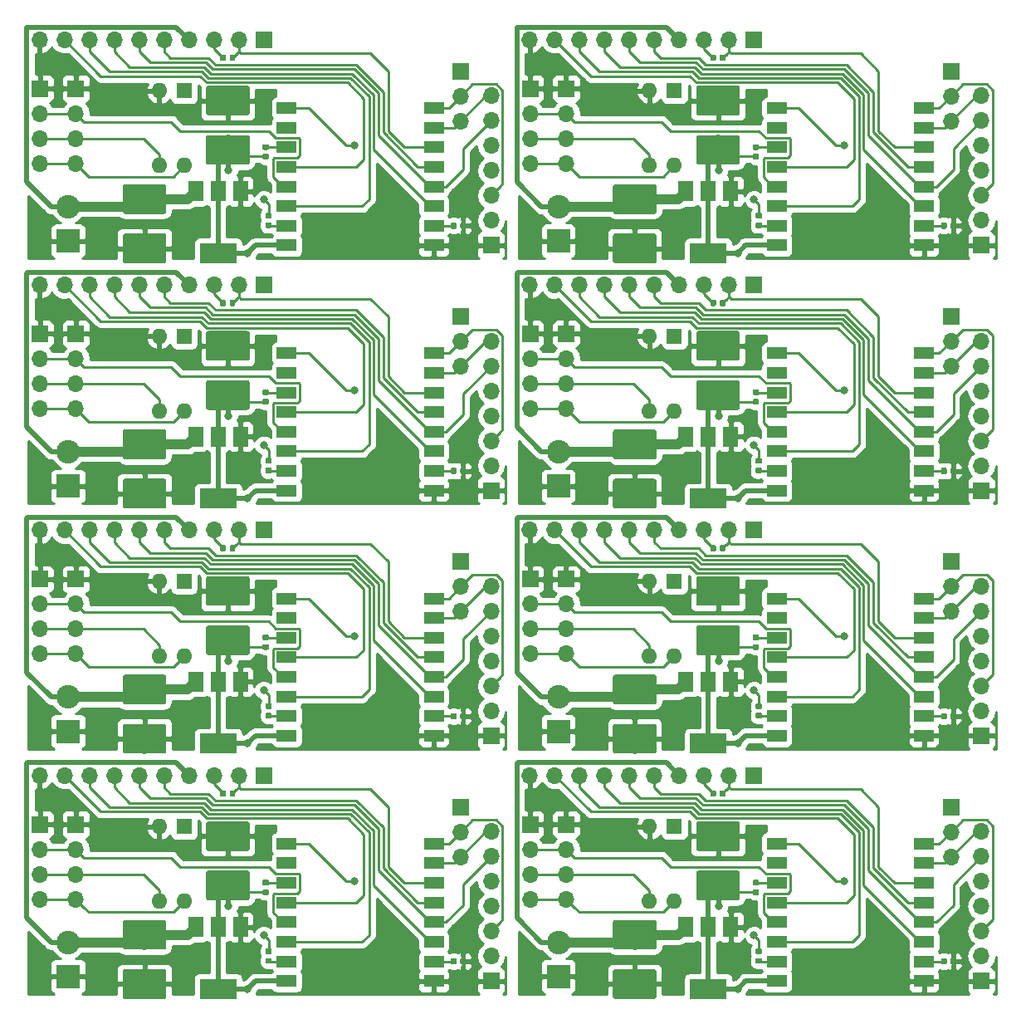
<source format=gbr>
G04 #@! TF.GenerationSoftware,KiCad,Pcbnew,6.0.0-rc1-unknown-b491065~66~ubuntu16.04.1*
G04 #@! TF.CreationDate,2019-01-13T12:48:19+01:00
G04 #@! TF.ProjectId,esp12on,65737031-326f-46e2-9e6b-696361645f70,rev?*
G04 #@! TF.SameCoordinates,Original*
G04 #@! TF.FileFunction,Copper,L1,Top*
G04 #@! TF.FilePolarity,Positive*
%FSLAX46Y46*%
G04 Gerber Fmt 4.6, Leading zero omitted, Abs format (unit mm)*
G04 Created by KiCad (PCBNEW 6.0.0-rc1-unknown-b491065~66~ubuntu16.04.1) date Вс 13 янв 2019 12:48:19*
%MOMM*%
%LPD*%
G04 APERTURE LIST*
%ADD10C,0.150000*%
%ADD11C,0.590000*%
%ADD12C,2.400000*%
%ADD13R,2.400000X2.400000*%
%ADD14R,1.700000X1.700000*%
%ADD15O,1.700000X1.700000*%
%ADD16R,1.600000X1.600000*%
%ADD17O,1.600000X1.600000*%
%ADD18R,3.800000X2.000000*%
%ADD19R,1.500000X2.000000*%
%ADD20C,3.025000*%
%ADD21R,2.000000X1.200000*%
%ADD22C,0.800000*%
%ADD23C,0.250000*%
%ADD24C,1.000000*%
%ADD25C,0.500000*%
%ADD26C,0.254000*%
G04 APERTURE END LIST*
D10*
G36*
X165336958Y-144685710D02*
G01*
X165351276Y-144687834D01*
X165365317Y-144691351D01*
X165378946Y-144696228D01*
X165392031Y-144702417D01*
X165404447Y-144709858D01*
X165416073Y-144718481D01*
X165426798Y-144728202D01*
X165436519Y-144738927D01*
X165445142Y-144750553D01*
X165452583Y-144762969D01*
X165458772Y-144776054D01*
X165463649Y-144789683D01*
X165467166Y-144803724D01*
X165469290Y-144818042D01*
X165470000Y-144832500D01*
X165470000Y-145127500D01*
X165469290Y-145141958D01*
X165467166Y-145156276D01*
X165463649Y-145170317D01*
X165458772Y-145183946D01*
X165452583Y-145197031D01*
X165445142Y-145209447D01*
X165436519Y-145221073D01*
X165426798Y-145231798D01*
X165416073Y-145241519D01*
X165404447Y-145250142D01*
X165392031Y-145257583D01*
X165378946Y-145263772D01*
X165365317Y-145268649D01*
X165351276Y-145272166D01*
X165336958Y-145274290D01*
X165322500Y-145275000D01*
X164977500Y-145275000D01*
X164963042Y-145274290D01*
X164948724Y-145272166D01*
X164934683Y-145268649D01*
X164921054Y-145263772D01*
X164907969Y-145257583D01*
X164895553Y-145250142D01*
X164883927Y-145241519D01*
X164873202Y-145231798D01*
X164863481Y-145221073D01*
X164854858Y-145209447D01*
X164847417Y-145197031D01*
X164841228Y-145183946D01*
X164836351Y-145170317D01*
X164832834Y-145156276D01*
X164830710Y-145141958D01*
X164830000Y-145127500D01*
X164830000Y-144832500D01*
X164830710Y-144818042D01*
X164832834Y-144803724D01*
X164836351Y-144789683D01*
X164841228Y-144776054D01*
X164847417Y-144762969D01*
X164854858Y-144750553D01*
X164863481Y-144738927D01*
X164873202Y-144728202D01*
X164883927Y-144718481D01*
X164895553Y-144709858D01*
X164907969Y-144702417D01*
X164921054Y-144696228D01*
X164934683Y-144691351D01*
X164948724Y-144687834D01*
X164963042Y-144685710D01*
X164977500Y-144685000D01*
X165322500Y-144685000D01*
X165336958Y-144685710D01*
X165336958Y-144685710D01*
G37*
D11*
X165150000Y-144980000D03*
D10*
G36*
X165336958Y-145655710D02*
G01*
X165351276Y-145657834D01*
X165365317Y-145661351D01*
X165378946Y-145666228D01*
X165392031Y-145672417D01*
X165404447Y-145679858D01*
X165416073Y-145688481D01*
X165426798Y-145698202D01*
X165436519Y-145708927D01*
X165445142Y-145720553D01*
X165452583Y-145732969D01*
X165458772Y-145746054D01*
X165463649Y-145759683D01*
X165467166Y-145773724D01*
X165469290Y-145788042D01*
X165470000Y-145802500D01*
X165470000Y-146097500D01*
X165469290Y-146111958D01*
X165467166Y-146126276D01*
X165463649Y-146140317D01*
X165458772Y-146153946D01*
X165452583Y-146167031D01*
X165445142Y-146179447D01*
X165436519Y-146191073D01*
X165426798Y-146201798D01*
X165416073Y-146211519D01*
X165404447Y-146220142D01*
X165392031Y-146227583D01*
X165378946Y-146233772D01*
X165365317Y-146238649D01*
X165351276Y-146242166D01*
X165336958Y-146244290D01*
X165322500Y-146245000D01*
X164977500Y-146245000D01*
X164963042Y-146244290D01*
X164948724Y-146242166D01*
X164934683Y-146238649D01*
X164921054Y-146233772D01*
X164907969Y-146227583D01*
X164895553Y-146220142D01*
X164883927Y-146211519D01*
X164873202Y-146201798D01*
X164863481Y-146191073D01*
X164854858Y-146179447D01*
X164847417Y-146167031D01*
X164841228Y-146153946D01*
X164836351Y-146140317D01*
X164832834Y-146126276D01*
X164830710Y-146111958D01*
X164830000Y-146097500D01*
X164830000Y-145802500D01*
X164830710Y-145788042D01*
X164832834Y-145773724D01*
X164836351Y-145759683D01*
X164841228Y-145746054D01*
X164847417Y-145732969D01*
X164854858Y-145720553D01*
X164863481Y-145708927D01*
X164873202Y-145698202D01*
X164883927Y-145688481D01*
X164895553Y-145679858D01*
X164907969Y-145672417D01*
X164921054Y-145666228D01*
X164934683Y-145661351D01*
X164948724Y-145657834D01*
X164963042Y-145655710D01*
X164977500Y-145655000D01*
X165322500Y-145655000D01*
X165336958Y-145655710D01*
X165336958Y-145655710D01*
G37*
D11*
X165150000Y-145950000D03*
D10*
G36*
X115336958Y-145655710D02*
G01*
X115351276Y-145657834D01*
X115365317Y-145661351D01*
X115378946Y-145666228D01*
X115392031Y-145672417D01*
X115404447Y-145679858D01*
X115416073Y-145688481D01*
X115426798Y-145698202D01*
X115436519Y-145708927D01*
X115445142Y-145720553D01*
X115452583Y-145732969D01*
X115458772Y-145746054D01*
X115463649Y-145759683D01*
X115467166Y-145773724D01*
X115469290Y-145788042D01*
X115470000Y-145802500D01*
X115470000Y-146097500D01*
X115469290Y-146111958D01*
X115467166Y-146126276D01*
X115463649Y-146140317D01*
X115458772Y-146153946D01*
X115452583Y-146167031D01*
X115445142Y-146179447D01*
X115436519Y-146191073D01*
X115426798Y-146201798D01*
X115416073Y-146211519D01*
X115404447Y-146220142D01*
X115392031Y-146227583D01*
X115378946Y-146233772D01*
X115365317Y-146238649D01*
X115351276Y-146242166D01*
X115336958Y-146244290D01*
X115322500Y-146245000D01*
X114977500Y-146245000D01*
X114963042Y-146244290D01*
X114948724Y-146242166D01*
X114934683Y-146238649D01*
X114921054Y-146233772D01*
X114907969Y-146227583D01*
X114895553Y-146220142D01*
X114883927Y-146211519D01*
X114873202Y-146201798D01*
X114863481Y-146191073D01*
X114854858Y-146179447D01*
X114847417Y-146167031D01*
X114841228Y-146153946D01*
X114836351Y-146140317D01*
X114832834Y-146126276D01*
X114830710Y-146111958D01*
X114830000Y-146097500D01*
X114830000Y-145802500D01*
X114830710Y-145788042D01*
X114832834Y-145773724D01*
X114836351Y-145759683D01*
X114841228Y-145746054D01*
X114847417Y-145732969D01*
X114854858Y-145720553D01*
X114863481Y-145708927D01*
X114873202Y-145698202D01*
X114883927Y-145688481D01*
X114895553Y-145679858D01*
X114907969Y-145672417D01*
X114921054Y-145666228D01*
X114934683Y-145661351D01*
X114948724Y-145657834D01*
X114963042Y-145655710D01*
X114977500Y-145655000D01*
X115322500Y-145655000D01*
X115336958Y-145655710D01*
X115336958Y-145655710D01*
G37*
D11*
X115150000Y-145950000D03*
D10*
G36*
X115336958Y-144685710D02*
G01*
X115351276Y-144687834D01*
X115365317Y-144691351D01*
X115378946Y-144696228D01*
X115392031Y-144702417D01*
X115404447Y-144709858D01*
X115416073Y-144718481D01*
X115426798Y-144728202D01*
X115436519Y-144738927D01*
X115445142Y-144750553D01*
X115452583Y-144762969D01*
X115458772Y-144776054D01*
X115463649Y-144789683D01*
X115467166Y-144803724D01*
X115469290Y-144818042D01*
X115470000Y-144832500D01*
X115470000Y-145127500D01*
X115469290Y-145141958D01*
X115467166Y-145156276D01*
X115463649Y-145170317D01*
X115458772Y-145183946D01*
X115452583Y-145197031D01*
X115445142Y-145209447D01*
X115436519Y-145221073D01*
X115426798Y-145231798D01*
X115416073Y-145241519D01*
X115404447Y-145250142D01*
X115392031Y-145257583D01*
X115378946Y-145263772D01*
X115365317Y-145268649D01*
X115351276Y-145272166D01*
X115336958Y-145274290D01*
X115322500Y-145275000D01*
X114977500Y-145275000D01*
X114963042Y-145274290D01*
X114948724Y-145272166D01*
X114934683Y-145268649D01*
X114921054Y-145263772D01*
X114907969Y-145257583D01*
X114895553Y-145250142D01*
X114883927Y-145241519D01*
X114873202Y-145231798D01*
X114863481Y-145221073D01*
X114854858Y-145209447D01*
X114847417Y-145197031D01*
X114841228Y-145183946D01*
X114836351Y-145170317D01*
X114832834Y-145156276D01*
X114830710Y-145141958D01*
X114830000Y-145127500D01*
X114830000Y-144832500D01*
X114830710Y-144818042D01*
X114832834Y-144803724D01*
X114836351Y-144789683D01*
X114841228Y-144776054D01*
X114847417Y-144762969D01*
X114854858Y-144750553D01*
X114863481Y-144738927D01*
X114873202Y-144728202D01*
X114883927Y-144718481D01*
X114895553Y-144709858D01*
X114907969Y-144702417D01*
X114921054Y-144696228D01*
X114934683Y-144691351D01*
X114948724Y-144687834D01*
X114963042Y-144685710D01*
X114977500Y-144685000D01*
X115322500Y-144685000D01*
X115336958Y-144685710D01*
X115336958Y-144685710D01*
G37*
D11*
X115150000Y-144980000D03*
D12*
X94700000Y-144050000D03*
D13*
X94700000Y-147550000D03*
D10*
G36*
X110656958Y-128560710D02*
G01*
X110671276Y-128562834D01*
X110685317Y-128566351D01*
X110698946Y-128571228D01*
X110712031Y-128577417D01*
X110724447Y-128584858D01*
X110736073Y-128593481D01*
X110746798Y-128603202D01*
X110756519Y-128613927D01*
X110765142Y-128625553D01*
X110772583Y-128637969D01*
X110778772Y-128651054D01*
X110783649Y-128664683D01*
X110787166Y-128678724D01*
X110789290Y-128693042D01*
X110790000Y-128707500D01*
X110790000Y-129052500D01*
X110789290Y-129066958D01*
X110787166Y-129081276D01*
X110783649Y-129095317D01*
X110778772Y-129108946D01*
X110772583Y-129122031D01*
X110765142Y-129134447D01*
X110756519Y-129146073D01*
X110746798Y-129156798D01*
X110736073Y-129166519D01*
X110724447Y-129175142D01*
X110712031Y-129182583D01*
X110698946Y-129188772D01*
X110685317Y-129193649D01*
X110671276Y-129197166D01*
X110656958Y-129199290D01*
X110642500Y-129200000D01*
X110347500Y-129200000D01*
X110333042Y-129199290D01*
X110318724Y-129197166D01*
X110304683Y-129193649D01*
X110291054Y-129188772D01*
X110277969Y-129182583D01*
X110265553Y-129175142D01*
X110253927Y-129166519D01*
X110243202Y-129156798D01*
X110233481Y-129146073D01*
X110224858Y-129134447D01*
X110217417Y-129122031D01*
X110211228Y-129108946D01*
X110206351Y-129095317D01*
X110202834Y-129081276D01*
X110200710Y-129066958D01*
X110200000Y-129052500D01*
X110200000Y-128707500D01*
X110200710Y-128693042D01*
X110202834Y-128678724D01*
X110206351Y-128664683D01*
X110211228Y-128651054D01*
X110217417Y-128637969D01*
X110224858Y-128625553D01*
X110233481Y-128613927D01*
X110243202Y-128603202D01*
X110253927Y-128593481D01*
X110265553Y-128584858D01*
X110277969Y-128577417D01*
X110291054Y-128571228D01*
X110304683Y-128566351D01*
X110318724Y-128562834D01*
X110333042Y-128560710D01*
X110347500Y-128560000D01*
X110642500Y-128560000D01*
X110656958Y-128560710D01*
X110656958Y-128560710D01*
G37*
D11*
X110495000Y-128880000D03*
D10*
G36*
X111626958Y-128560710D02*
G01*
X111641276Y-128562834D01*
X111655317Y-128566351D01*
X111668946Y-128571228D01*
X111682031Y-128577417D01*
X111694447Y-128584858D01*
X111706073Y-128593481D01*
X111716798Y-128603202D01*
X111726519Y-128613927D01*
X111735142Y-128625553D01*
X111742583Y-128637969D01*
X111748772Y-128651054D01*
X111753649Y-128664683D01*
X111757166Y-128678724D01*
X111759290Y-128693042D01*
X111760000Y-128707500D01*
X111760000Y-129052500D01*
X111759290Y-129066958D01*
X111757166Y-129081276D01*
X111753649Y-129095317D01*
X111748772Y-129108946D01*
X111742583Y-129122031D01*
X111735142Y-129134447D01*
X111726519Y-129146073D01*
X111716798Y-129156798D01*
X111706073Y-129166519D01*
X111694447Y-129175142D01*
X111682031Y-129182583D01*
X111668946Y-129188772D01*
X111655317Y-129193649D01*
X111641276Y-129197166D01*
X111626958Y-129199290D01*
X111612500Y-129200000D01*
X111317500Y-129200000D01*
X111303042Y-129199290D01*
X111288724Y-129197166D01*
X111274683Y-129193649D01*
X111261054Y-129188772D01*
X111247969Y-129182583D01*
X111235553Y-129175142D01*
X111223927Y-129166519D01*
X111213202Y-129156798D01*
X111203481Y-129146073D01*
X111194858Y-129134447D01*
X111187417Y-129122031D01*
X111181228Y-129108946D01*
X111176351Y-129095317D01*
X111172834Y-129081276D01*
X111170710Y-129066958D01*
X111170000Y-129052500D01*
X111170000Y-128707500D01*
X111170710Y-128693042D01*
X111172834Y-128678724D01*
X111176351Y-128664683D01*
X111181228Y-128651054D01*
X111187417Y-128637969D01*
X111194858Y-128625553D01*
X111203481Y-128613927D01*
X111213202Y-128603202D01*
X111223927Y-128593481D01*
X111235553Y-128584858D01*
X111247969Y-128577417D01*
X111261054Y-128571228D01*
X111274683Y-128566351D01*
X111288724Y-128562834D01*
X111303042Y-128560710D01*
X111317500Y-128560000D01*
X111612500Y-128560000D01*
X111626958Y-128560710D01*
X111626958Y-128560710D01*
G37*
D11*
X111465000Y-128880000D03*
D10*
G36*
X134191958Y-145680710D02*
G01*
X134206276Y-145682834D01*
X134220317Y-145686351D01*
X134233946Y-145691228D01*
X134247031Y-145697417D01*
X134259447Y-145704858D01*
X134271073Y-145713481D01*
X134281798Y-145723202D01*
X134291519Y-145733927D01*
X134300142Y-145745553D01*
X134307583Y-145757969D01*
X134313772Y-145771054D01*
X134318649Y-145784683D01*
X134322166Y-145798724D01*
X134324290Y-145813042D01*
X134325000Y-145827500D01*
X134325000Y-146172500D01*
X134324290Y-146186958D01*
X134322166Y-146201276D01*
X134318649Y-146215317D01*
X134313772Y-146228946D01*
X134307583Y-146242031D01*
X134300142Y-146254447D01*
X134291519Y-146266073D01*
X134281798Y-146276798D01*
X134271073Y-146286519D01*
X134259447Y-146295142D01*
X134247031Y-146302583D01*
X134233946Y-146308772D01*
X134220317Y-146313649D01*
X134206276Y-146317166D01*
X134191958Y-146319290D01*
X134177500Y-146320000D01*
X133882500Y-146320000D01*
X133868042Y-146319290D01*
X133853724Y-146317166D01*
X133839683Y-146313649D01*
X133826054Y-146308772D01*
X133812969Y-146302583D01*
X133800553Y-146295142D01*
X133788927Y-146286519D01*
X133778202Y-146276798D01*
X133768481Y-146266073D01*
X133759858Y-146254447D01*
X133752417Y-146242031D01*
X133746228Y-146228946D01*
X133741351Y-146215317D01*
X133737834Y-146201276D01*
X133735710Y-146186958D01*
X133735000Y-146172500D01*
X133735000Y-145827500D01*
X133735710Y-145813042D01*
X133737834Y-145798724D01*
X133741351Y-145784683D01*
X133746228Y-145771054D01*
X133752417Y-145757969D01*
X133759858Y-145745553D01*
X133768481Y-145733927D01*
X133778202Y-145723202D01*
X133788927Y-145713481D01*
X133800553Y-145704858D01*
X133812969Y-145697417D01*
X133826054Y-145691228D01*
X133839683Y-145686351D01*
X133853724Y-145682834D01*
X133868042Y-145680710D01*
X133882500Y-145680000D01*
X134177500Y-145680000D01*
X134191958Y-145680710D01*
X134191958Y-145680710D01*
G37*
D11*
X134030000Y-146000000D03*
D10*
G36*
X135161958Y-145680710D02*
G01*
X135176276Y-145682834D01*
X135190317Y-145686351D01*
X135203946Y-145691228D01*
X135217031Y-145697417D01*
X135229447Y-145704858D01*
X135241073Y-145713481D01*
X135251798Y-145723202D01*
X135261519Y-145733927D01*
X135270142Y-145745553D01*
X135277583Y-145757969D01*
X135283772Y-145771054D01*
X135288649Y-145784683D01*
X135292166Y-145798724D01*
X135294290Y-145813042D01*
X135295000Y-145827500D01*
X135295000Y-146172500D01*
X135294290Y-146186958D01*
X135292166Y-146201276D01*
X135288649Y-146215317D01*
X135283772Y-146228946D01*
X135277583Y-146242031D01*
X135270142Y-146254447D01*
X135261519Y-146266073D01*
X135251798Y-146276798D01*
X135241073Y-146286519D01*
X135229447Y-146295142D01*
X135217031Y-146302583D01*
X135203946Y-146308772D01*
X135190317Y-146313649D01*
X135176276Y-146317166D01*
X135161958Y-146319290D01*
X135147500Y-146320000D01*
X134852500Y-146320000D01*
X134838042Y-146319290D01*
X134823724Y-146317166D01*
X134809683Y-146313649D01*
X134796054Y-146308772D01*
X134782969Y-146302583D01*
X134770553Y-146295142D01*
X134758927Y-146286519D01*
X134748202Y-146276798D01*
X134738481Y-146266073D01*
X134729858Y-146254447D01*
X134722417Y-146242031D01*
X134716228Y-146228946D01*
X134711351Y-146215317D01*
X134707834Y-146201276D01*
X134705710Y-146186958D01*
X134705000Y-146172500D01*
X134705000Y-145827500D01*
X134705710Y-145813042D01*
X134707834Y-145798724D01*
X134711351Y-145784683D01*
X134716228Y-145771054D01*
X134722417Y-145757969D01*
X134729858Y-145745553D01*
X134738481Y-145733927D01*
X134748202Y-145723202D01*
X134758927Y-145713481D01*
X134770553Y-145704858D01*
X134782969Y-145697417D01*
X134796054Y-145691228D01*
X134809683Y-145686351D01*
X134823724Y-145682834D01*
X134838042Y-145680710D01*
X134852500Y-145680000D01*
X135147500Y-145680000D01*
X135161958Y-145680710D01*
X135161958Y-145680710D01*
G37*
D11*
X135000000Y-146000000D03*
D14*
X95500000Y-132025001D03*
D15*
X95500000Y-134565001D03*
X95500000Y-137105001D03*
X95500000Y-139645001D03*
D14*
X134750000Y-130250000D03*
D15*
X134750000Y-132790000D03*
X134750000Y-135330000D03*
D16*
X106550000Y-132250000D03*
D17*
X104010000Y-139870000D03*
X104010000Y-132250000D03*
X106550000Y-139870000D03*
D18*
X110000000Y-148800000D03*
D19*
X110000000Y-142500000D03*
X107700000Y-142500000D03*
X112300000Y-142500000D03*
D14*
X91825001Y-132025001D03*
D15*
X91825001Y-134565001D03*
X91825001Y-137105001D03*
X91825001Y-139645001D03*
D10*
G36*
X104499503Y-141776204D02*
G01*
X104523772Y-141779804D01*
X104547570Y-141785765D01*
X104570670Y-141794030D01*
X104592849Y-141804520D01*
X104613892Y-141817133D01*
X104633598Y-141831748D01*
X104651776Y-141848224D01*
X104668252Y-141866402D01*
X104682867Y-141886108D01*
X104695480Y-141907151D01*
X104705970Y-141929330D01*
X104714235Y-141952430D01*
X104720196Y-141976228D01*
X104723796Y-142000497D01*
X104725000Y-142025001D01*
X104725000Y-144549999D01*
X104723796Y-144574503D01*
X104720196Y-144598772D01*
X104714235Y-144622570D01*
X104705970Y-144645670D01*
X104695480Y-144667849D01*
X104682867Y-144688892D01*
X104668252Y-144708598D01*
X104651776Y-144726776D01*
X104633598Y-144743252D01*
X104613892Y-144757867D01*
X104592849Y-144770480D01*
X104570670Y-144780970D01*
X104547570Y-144789235D01*
X104523772Y-144795196D01*
X104499503Y-144798796D01*
X104474999Y-144800000D01*
X100525001Y-144800000D01*
X100500497Y-144798796D01*
X100476228Y-144795196D01*
X100452430Y-144789235D01*
X100429330Y-144780970D01*
X100407151Y-144770480D01*
X100386108Y-144757867D01*
X100366402Y-144743252D01*
X100348224Y-144726776D01*
X100331748Y-144708598D01*
X100317133Y-144688892D01*
X100304520Y-144667849D01*
X100294030Y-144645670D01*
X100285765Y-144622570D01*
X100279804Y-144598772D01*
X100276204Y-144574503D01*
X100275000Y-144549999D01*
X100275000Y-142025001D01*
X100276204Y-142000497D01*
X100279804Y-141976228D01*
X100285765Y-141952430D01*
X100294030Y-141929330D01*
X100304520Y-141907151D01*
X100317133Y-141886108D01*
X100331748Y-141866402D01*
X100348224Y-141848224D01*
X100366402Y-141831748D01*
X100386108Y-141817133D01*
X100407151Y-141804520D01*
X100429330Y-141794030D01*
X100452430Y-141785765D01*
X100476228Y-141779804D01*
X100500497Y-141776204D01*
X100525001Y-141775000D01*
X104474999Y-141775000D01*
X104499503Y-141776204D01*
X104499503Y-141776204D01*
G37*
D20*
X102500000Y-143287500D03*
D10*
G36*
X104499503Y-146801204D02*
G01*
X104523772Y-146804804D01*
X104547570Y-146810765D01*
X104570670Y-146819030D01*
X104592849Y-146829520D01*
X104613892Y-146842133D01*
X104633598Y-146856748D01*
X104651776Y-146873224D01*
X104668252Y-146891402D01*
X104682867Y-146911108D01*
X104695480Y-146932151D01*
X104705970Y-146954330D01*
X104714235Y-146977430D01*
X104720196Y-147001228D01*
X104723796Y-147025497D01*
X104725000Y-147050001D01*
X104725000Y-149574999D01*
X104723796Y-149599503D01*
X104720196Y-149623772D01*
X104714235Y-149647570D01*
X104705970Y-149670670D01*
X104695480Y-149692849D01*
X104682867Y-149713892D01*
X104668252Y-149733598D01*
X104651776Y-149751776D01*
X104633598Y-149768252D01*
X104613892Y-149782867D01*
X104592849Y-149795480D01*
X104570670Y-149805970D01*
X104547570Y-149814235D01*
X104523772Y-149820196D01*
X104499503Y-149823796D01*
X104474999Y-149825000D01*
X100525001Y-149825000D01*
X100500497Y-149823796D01*
X100476228Y-149820196D01*
X100452430Y-149814235D01*
X100429330Y-149805970D01*
X100407151Y-149795480D01*
X100386108Y-149782867D01*
X100366402Y-149768252D01*
X100348224Y-149751776D01*
X100331748Y-149733598D01*
X100317133Y-149713892D01*
X100304520Y-149692849D01*
X100294030Y-149670670D01*
X100285765Y-149647570D01*
X100279804Y-149623772D01*
X100276204Y-149599503D01*
X100275000Y-149574999D01*
X100275000Y-147050001D01*
X100276204Y-147025497D01*
X100279804Y-147001228D01*
X100285765Y-146977430D01*
X100294030Y-146954330D01*
X100304520Y-146932151D01*
X100317133Y-146911108D01*
X100331748Y-146891402D01*
X100348224Y-146873224D01*
X100366402Y-146856748D01*
X100386108Y-146842133D01*
X100407151Y-146829520D01*
X100429330Y-146819030D01*
X100452430Y-146810765D01*
X100476228Y-146804804D01*
X100500497Y-146801204D01*
X100525001Y-146800000D01*
X104474999Y-146800000D01*
X104499503Y-146801204D01*
X104499503Y-146801204D01*
G37*
D20*
X102500000Y-148312500D03*
D14*
X114650000Y-127050000D03*
D15*
X112110000Y-127050000D03*
X109570000Y-127050000D03*
X107030000Y-127050000D03*
X104490000Y-127050000D03*
X101950000Y-127050000D03*
X99410000Y-127050000D03*
X96870000Y-127050000D03*
X94330000Y-127050000D03*
X91790000Y-127050000D03*
X137840000Y-132760000D03*
X137840000Y-135300000D03*
X137840000Y-137840000D03*
X137840000Y-140380000D03*
X137840000Y-142920000D03*
X137840000Y-145460000D03*
D14*
X137840000Y-148000000D03*
D10*
G36*
X112999503Y-131726204D02*
G01*
X113023772Y-131729804D01*
X113047570Y-131735765D01*
X113070670Y-131744030D01*
X113092849Y-131754520D01*
X113113892Y-131767133D01*
X113133598Y-131781748D01*
X113151776Y-131798224D01*
X113168252Y-131816402D01*
X113182867Y-131836108D01*
X113195480Y-131857151D01*
X113205970Y-131879330D01*
X113214235Y-131902430D01*
X113220196Y-131926228D01*
X113223796Y-131950497D01*
X113225000Y-131975001D01*
X113225000Y-134499999D01*
X113223796Y-134524503D01*
X113220196Y-134548772D01*
X113214235Y-134572570D01*
X113205970Y-134595670D01*
X113195480Y-134617849D01*
X113182867Y-134638892D01*
X113168252Y-134658598D01*
X113151776Y-134676776D01*
X113133598Y-134693252D01*
X113113892Y-134707867D01*
X113092849Y-134720480D01*
X113070670Y-134730970D01*
X113047570Y-134739235D01*
X113023772Y-134745196D01*
X112999503Y-134748796D01*
X112974999Y-134750000D01*
X109025001Y-134750000D01*
X109000497Y-134748796D01*
X108976228Y-134745196D01*
X108952430Y-134739235D01*
X108929330Y-134730970D01*
X108907151Y-134720480D01*
X108886108Y-134707867D01*
X108866402Y-134693252D01*
X108848224Y-134676776D01*
X108831748Y-134658598D01*
X108817133Y-134638892D01*
X108804520Y-134617849D01*
X108794030Y-134595670D01*
X108785765Y-134572570D01*
X108779804Y-134548772D01*
X108776204Y-134524503D01*
X108775000Y-134499999D01*
X108775000Y-131975001D01*
X108776204Y-131950497D01*
X108779804Y-131926228D01*
X108785765Y-131902430D01*
X108794030Y-131879330D01*
X108804520Y-131857151D01*
X108817133Y-131836108D01*
X108831748Y-131816402D01*
X108848224Y-131798224D01*
X108866402Y-131781748D01*
X108886108Y-131767133D01*
X108907151Y-131754520D01*
X108929330Y-131744030D01*
X108952430Y-131735765D01*
X108976228Y-131729804D01*
X109000497Y-131726204D01*
X109025001Y-131725000D01*
X112974999Y-131725000D01*
X112999503Y-131726204D01*
X112999503Y-131726204D01*
G37*
D20*
X111000000Y-133237500D03*
D10*
G36*
X112999503Y-136751204D02*
G01*
X113023772Y-136754804D01*
X113047570Y-136760765D01*
X113070670Y-136769030D01*
X113092849Y-136779520D01*
X113113892Y-136792133D01*
X113133598Y-136806748D01*
X113151776Y-136823224D01*
X113168252Y-136841402D01*
X113182867Y-136861108D01*
X113195480Y-136882151D01*
X113205970Y-136904330D01*
X113214235Y-136927430D01*
X113220196Y-136951228D01*
X113223796Y-136975497D01*
X113225000Y-137000001D01*
X113225000Y-139524999D01*
X113223796Y-139549503D01*
X113220196Y-139573772D01*
X113214235Y-139597570D01*
X113205970Y-139620670D01*
X113195480Y-139642849D01*
X113182867Y-139663892D01*
X113168252Y-139683598D01*
X113151776Y-139701776D01*
X113133598Y-139718252D01*
X113113892Y-139732867D01*
X113092849Y-139745480D01*
X113070670Y-139755970D01*
X113047570Y-139764235D01*
X113023772Y-139770196D01*
X112999503Y-139773796D01*
X112974999Y-139775000D01*
X109025001Y-139775000D01*
X109000497Y-139773796D01*
X108976228Y-139770196D01*
X108952430Y-139764235D01*
X108929330Y-139755970D01*
X108907151Y-139745480D01*
X108886108Y-139732867D01*
X108866402Y-139718252D01*
X108848224Y-139701776D01*
X108831748Y-139683598D01*
X108817133Y-139663892D01*
X108804520Y-139642849D01*
X108794030Y-139620670D01*
X108785765Y-139597570D01*
X108779804Y-139573772D01*
X108776204Y-139549503D01*
X108775000Y-139524999D01*
X108775000Y-137000001D01*
X108776204Y-136975497D01*
X108779804Y-136951228D01*
X108785765Y-136927430D01*
X108794030Y-136904330D01*
X108804520Y-136882151D01*
X108817133Y-136861108D01*
X108831748Y-136841402D01*
X108848224Y-136823224D01*
X108866402Y-136806748D01*
X108886108Y-136792133D01*
X108907151Y-136779520D01*
X108929330Y-136769030D01*
X108952430Y-136760765D01*
X108976228Y-136754804D01*
X109000497Y-136751204D01*
X109025001Y-136750000D01*
X112974999Y-136750000D01*
X112999503Y-136751204D01*
X112999503Y-136751204D01*
G37*
D20*
X111000000Y-138262500D03*
D10*
G36*
X115036958Y-137685710D02*
G01*
X115051276Y-137687834D01*
X115065317Y-137691351D01*
X115078946Y-137696228D01*
X115092031Y-137702417D01*
X115104447Y-137709858D01*
X115116073Y-137718481D01*
X115126798Y-137728202D01*
X115136519Y-137738927D01*
X115145142Y-137750553D01*
X115152583Y-137762969D01*
X115158772Y-137776054D01*
X115163649Y-137789683D01*
X115167166Y-137803724D01*
X115169290Y-137818042D01*
X115170000Y-137832500D01*
X115170000Y-138127500D01*
X115169290Y-138141958D01*
X115167166Y-138156276D01*
X115163649Y-138170317D01*
X115158772Y-138183946D01*
X115152583Y-138197031D01*
X115145142Y-138209447D01*
X115136519Y-138221073D01*
X115126798Y-138231798D01*
X115116073Y-138241519D01*
X115104447Y-138250142D01*
X115092031Y-138257583D01*
X115078946Y-138263772D01*
X115065317Y-138268649D01*
X115051276Y-138272166D01*
X115036958Y-138274290D01*
X115022500Y-138275000D01*
X114677500Y-138275000D01*
X114663042Y-138274290D01*
X114648724Y-138272166D01*
X114634683Y-138268649D01*
X114621054Y-138263772D01*
X114607969Y-138257583D01*
X114595553Y-138250142D01*
X114583927Y-138241519D01*
X114573202Y-138231798D01*
X114563481Y-138221073D01*
X114554858Y-138209447D01*
X114547417Y-138197031D01*
X114541228Y-138183946D01*
X114536351Y-138170317D01*
X114532834Y-138156276D01*
X114530710Y-138141958D01*
X114530000Y-138127500D01*
X114530000Y-137832500D01*
X114530710Y-137818042D01*
X114532834Y-137803724D01*
X114536351Y-137789683D01*
X114541228Y-137776054D01*
X114547417Y-137762969D01*
X114554858Y-137750553D01*
X114563481Y-137738927D01*
X114573202Y-137728202D01*
X114583927Y-137718481D01*
X114595553Y-137709858D01*
X114607969Y-137702417D01*
X114621054Y-137696228D01*
X114634683Y-137691351D01*
X114648724Y-137687834D01*
X114663042Y-137685710D01*
X114677500Y-137685000D01*
X115022500Y-137685000D01*
X115036958Y-137685710D01*
X115036958Y-137685710D01*
G37*
D11*
X114850000Y-137980000D03*
D10*
G36*
X115036958Y-138655710D02*
G01*
X115051276Y-138657834D01*
X115065317Y-138661351D01*
X115078946Y-138666228D01*
X115092031Y-138672417D01*
X115104447Y-138679858D01*
X115116073Y-138688481D01*
X115126798Y-138698202D01*
X115136519Y-138708927D01*
X115145142Y-138720553D01*
X115152583Y-138732969D01*
X115158772Y-138746054D01*
X115163649Y-138759683D01*
X115167166Y-138773724D01*
X115169290Y-138788042D01*
X115170000Y-138802500D01*
X115170000Y-139097500D01*
X115169290Y-139111958D01*
X115167166Y-139126276D01*
X115163649Y-139140317D01*
X115158772Y-139153946D01*
X115152583Y-139167031D01*
X115145142Y-139179447D01*
X115136519Y-139191073D01*
X115126798Y-139201798D01*
X115116073Y-139211519D01*
X115104447Y-139220142D01*
X115092031Y-139227583D01*
X115078946Y-139233772D01*
X115065317Y-139238649D01*
X115051276Y-139242166D01*
X115036958Y-139244290D01*
X115022500Y-139245000D01*
X114677500Y-139245000D01*
X114663042Y-139244290D01*
X114648724Y-139242166D01*
X114634683Y-139238649D01*
X114621054Y-139233772D01*
X114607969Y-139227583D01*
X114595553Y-139220142D01*
X114583927Y-139211519D01*
X114573202Y-139201798D01*
X114563481Y-139191073D01*
X114554858Y-139179447D01*
X114547417Y-139167031D01*
X114541228Y-139153946D01*
X114536351Y-139140317D01*
X114532834Y-139126276D01*
X114530710Y-139111958D01*
X114530000Y-139097500D01*
X114530000Y-138802500D01*
X114530710Y-138788042D01*
X114532834Y-138773724D01*
X114536351Y-138759683D01*
X114541228Y-138746054D01*
X114547417Y-138732969D01*
X114554858Y-138720553D01*
X114563481Y-138708927D01*
X114573202Y-138698202D01*
X114583927Y-138688481D01*
X114595553Y-138679858D01*
X114607969Y-138672417D01*
X114621054Y-138666228D01*
X114634683Y-138661351D01*
X114648724Y-138657834D01*
X114663042Y-138655710D01*
X114677500Y-138655000D01*
X115022500Y-138655000D01*
X115036958Y-138655710D01*
X115036958Y-138655710D01*
G37*
D11*
X114850000Y-138950000D03*
D13*
X144700000Y-147550000D03*
D12*
X144700000Y-144050000D03*
D10*
G36*
X161626958Y-128560710D02*
G01*
X161641276Y-128562834D01*
X161655317Y-128566351D01*
X161668946Y-128571228D01*
X161682031Y-128577417D01*
X161694447Y-128584858D01*
X161706073Y-128593481D01*
X161716798Y-128603202D01*
X161726519Y-128613927D01*
X161735142Y-128625553D01*
X161742583Y-128637969D01*
X161748772Y-128651054D01*
X161753649Y-128664683D01*
X161757166Y-128678724D01*
X161759290Y-128693042D01*
X161760000Y-128707500D01*
X161760000Y-129052500D01*
X161759290Y-129066958D01*
X161757166Y-129081276D01*
X161753649Y-129095317D01*
X161748772Y-129108946D01*
X161742583Y-129122031D01*
X161735142Y-129134447D01*
X161726519Y-129146073D01*
X161716798Y-129156798D01*
X161706073Y-129166519D01*
X161694447Y-129175142D01*
X161682031Y-129182583D01*
X161668946Y-129188772D01*
X161655317Y-129193649D01*
X161641276Y-129197166D01*
X161626958Y-129199290D01*
X161612500Y-129200000D01*
X161317500Y-129200000D01*
X161303042Y-129199290D01*
X161288724Y-129197166D01*
X161274683Y-129193649D01*
X161261054Y-129188772D01*
X161247969Y-129182583D01*
X161235553Y-129175142D01*
X161223927Y-129166519D01*
X161213202Y-129156798D01*
X161203481Y-129146073D01*
X161194858Y-129134447D01*
X161187417Y-129122031D01*
X161181228Y-129108946D01*
X161176351Y-129095317D01*
X161172834Y-129081276D01*
X161170710Y-129066958D01*
X161170000Y-129052500D01*
X161170000Y-128707500D01*
X161170710Y-128693042D01*
X161172834Y-128678724D01*
X161176351Y-128664683D01*
X161181228Y-128651054D01*
X161187417Y-128637969D01*
X161194858Y-128625553D01*
X161203481Y-128613927D01*
X161213202Y-128603202D01*
X161223927Y-128593481D01*
X161235553Y-128584858D01*
X161247969Y-128577417D01*
X161261054Y-128571228D01*
X161274683Y-128566351D01*
X161288724Y-128562834D01*
X161303042Y-128560710D01*
X161317500Y-128560000D01*
X161612500Y-128560000D01*
X161626958Y-128560710D01*
X161626958Y-128560710D01*
G37*
D11*
X161465000Y-128880000D03*
D10*
G36*
X160656958Y-128560710D02*
G01*
X160671276Y-128562834D01*
X160685317Y-128566351D01*
X160698946Y-128571228D01*
X160712031Y-128577417D01*
X160724447Y-128584858D01*
X160736073Y-128593481D01*
X160746798Y-128603202D01*
X160756519Y-128613927D01*
X160765142Y-128625553D01*
X160772583Y-128637969D01*
X160778772Y-128651054D01*
X160783649Y-128664683D01*
X160787166Y-128678724D01*
X160789290Y-128693042D01*
X160790000Y-128707500D01*
X160790000Y-129052500D01*
X160789290Y-129066958D01*
X160787166Y-129081276D01*
X160783649Y-129095317D01*
X160778772Y-129108946D01*
X160772583Y-129122031D01*
X160765142Y-129134447D01*
X160756519Y-129146073D01*
X160746798Y-129156798D01*
X160736073Y-129166519D01*
X160724447Y-129175142D01*
X160712031Y-129182583D01*
X160698946Y-129188772D01*
X160685317Y-129193649D01*
X160671276Y-129197166D01*
X160656958Y-129199290D01*
X160642500Y-129200000D01*
X160347500Y-129200000D01*
X160333042Y-129199290D01*
X160318724Y-129197166D01*
X160304683Y-129193649D01*
X160291054Y-129188772D01*
X160277969Y-129182583D01*
X160265553Y-129175142D01*
X160253927Y-129166519D01*
X160243202Y-129156798D01*
X160233481Y-129146073D01*
X160224858Y-129134447D01*
X160217417Y-129122031D01*
X160211228Y-129108946D01*
X160206351Y-129095317D01*
X160202834Y-129081276D01*
X160200710Y-129066958D01*
X160200000Y-129052500D01*
X160200000Y-128707500D01*
X160200710Y-128693042D01*
X160202834Y-128678724D01*
X160206351Y-128664683D01*
X160211228Y-128651054D01*
X160217417Y-128637969D01*
X160224858Y-128625553D01*
X160233481Y-128613927D01*
X160243202Y-128603202D01*
X160253927Y-128593481D01*
X160265553Y-128584858D01*
X160277969Y-128577417D01*
X160291054Y-128571228D01*
X160304683Y-128566351D01*
X160318724Y-128562834D01*
X160333042Y-128560710D01*
X160347500Y-128560000D01*
X160642500Y-128560000D01*
X160656958Y-128560710D01*
X160656958Y-128560710D01*
G37*
D11*
X160495000Y-128880000D03*
D10*
G36*
X185161958Y-145680710D02*
G01*
X185176276Y-145682834D01*
X185190317Y-145686351D01*
X185203946Y-145691228D01*
X185217031Y-145697417D01*
X185229447Y-145704858D01*
X185241073Y-145713481D01*
X185251798Y-145723202D01*
X185261519Y-145733927D01*
X185270142Y-145745553D01*
X185277583Y-145757969D01*
X185283772Y-145771054D01*
X185288649Y-145784683D01*
X185292166Y-145798724D01*
X185294290Y-145813042D01*
X185295000Y-145827500D01*
X185295000Y-146172500D01*
X185294290Y-146186958D01*
X185292166Y-146201276D01*
X185288649Y-146215317D01*
X185283772Y-146228946D01*
X185277583Y-146242031D01*
X185270142Y-146254447D01*
X185261519Y-146266073D01*
X185251798Y-146276798D01*
X185241073Y-146286519D01*
X185229447Y-146295142D01*
X185217031Y-146302583D01*
X185203946Y-146308772D01*
X185190317Y-146313649D01*
X185176276Y-146317166D01*
X185161958Y-146319290D01*
X185147500Y-146320000D01*
X184852500Y-146320000D01*
X184838042Y-146319290D01*
X184823724Y-146317166D01*
X184809683Y-146313649D01*
X184796054Y-146308772D01*
X184782969Y-146302583D01*
X184770553Y-146295142D01*
X184758927Y-146286519D01*
X184748202Y-146276798D01*
X184738481Y-146266073D01*
X184729858Y-146254447D01*
X184722417Y-146242031D01*
X184716228Y-146228946D01*
X184711351Y-146215317D01*
X184707834Y-146201276D01*
X184705710Y-146186958D01*
X184705000Y-146172500D01*
X184705000Y-145827500D01*
X184705710Y-145813042D01*
X184707834Y-145798724D01*
X184711351Y-145784683D01*
X184716228Y-145771054D01*
X184722417Y-145757969D01*
X184729858Y-145745553D01*
X184738481Y-145733927D01*
X184748202Y-145723202D01*
X184758927Y-145713481D01*
X184770553Y-145704858D01*
X184782969Y-145697417D01*
X184796054Y-145691228D01*
X184809683Y-145686351D01*
X184823724Y-145682834D01*
X184838042Y-145680710D01*
X184852500Y-145680000D01*
X185147500Y-145680000D01*
X185161958Y-145680710D01*
X185161958Y-145680710D01*
G37*
D11*
X185000000Y-146000000D03*
D10*
G36*
X184191958Y-145680710D02*
G01*
X184206276Y-145682834D01*
X184220317Y-145686351D01*
X184233946Y-145691228D01*
X184247031Y-145697417D01*
X184259447Y-145704858D01*
X184271073Y-145713481D01*
X184281798Y-145723202D01*
X184291519Y-145733927D01*
X184300142Y-145745553D01*
X184307583Y-145757969D01*
X184313772Y-145771054D01*
X184318649Y-145784683D01*
X184322166Y-145798724D01*
X184324290Y-145813042D01*
X184325000Y-145827500D01*
X184325000Y-146172500D01*
X184324290Y-146186958D01*
X184322166Y-146201276D01*
X184318649Y-146215317D01*
X184313772Y-146228946D01*
X184307583Y-146242031D01*
X184300142Y-146254447D01*
X184291519Y-146266073D01*
X184281798Y-146276798D01*
X184271073Y-146286519D01*
X184259447Y-146295142D01*
X184247031Y-146302583D01*
X184233946Y-146308772D01*
X184220317Y-146313649D01*
X184206276Y-146317166D01*
X184191958Y-146319290D01*
X184177500Y-146320000D01*
X183882500Y-146320000D01*
X183868042Y-146319290D01*
X183853724Y-146317166D01*
X183839683Y-146313649D01*
X183826054Y-146308772D01*
X183812969Y-146302583D01*
X183800553Y-146295142D01*
X183788927Y-146286519D01*
X183778202Y-146276798D01*
X183768481Y-146266073D01*
X183759858Y-146254447D01*
X183752417Y-146242031D01*
X183746228Y-146228946D01*
X183741351Y-146215317D01*
X183737834Y-146201276D01*
X183735710Y-146186958D01*
X183735000Y-146172500D01*
X183735000Y-145827500D01*
X183735710Y-145813042D01*
X183737834Y-145798724D01*
X183741351Y-145784683D01*
X183746228Y-145771054D01*
X183752417Y-145757969D01*
X183759858Y-145745553D01*
X183768481Y-145733927D01*
X183778202Y-145723202D01*
X183788927Y-145713481D01*
X183800553Y-145704858D01*
X183812969Y-145697417D01*
X183826054Y-145691228D01*
X183839683Y-145686351D01*
X183853724Y-145682834D01*
X183868042Y-145680710D01*
X183882500Y-145680000D01*
X184177500Y-145680000D01*
X184191958Y-145680710D01*
X184191958Y-145680710D01*
G37*
D11*
X184030000Y-146000000D03*
D15*
X145500000Y-139645001D03*
X145500000Y-137105001D03*
X145500000Y-134565001D03*
D14*
X145500000Y-132025001D03*
D15*
X184750000Y-135330000D03*
X184750000Y-132790000D03*
D14*
X184750000Y-130250000D03*
D17*
X156550000Y-139870000D03*
X154010000Y-132250000D03*
X154010000Y-139870000D03*
D16*
X156550000Y-132250000D03*
D19*
X162300000Y-142500000D03*
X157700000Y-142500000D03*
X160000000Y-142500000D03*
D18*
X160000000Y-148800000D03*
D15*
X141825001Y-139645001D03*
X141825001Y-137105001D03*
X141825001Y-134565001D03*
D14*
X141825001Y-132025001D03*
D10*
G36*
X154499503Y-146801204D02*
G01*
X154523772Y-146804804D01*
X154547570Y-146810765D01*
X154570670Y-146819030D01*
X154592849Y-146829520D01*
X154613892Y-146842133D01*
X154633598Y-146856748D01*
X154651776Y-146873224D01*
X154668252Y-146891402D01*
X154682867Y-146911108D01*
X154695480Y-146932151D01*
X154705970Y-146954330D01*
X154714235Y-146977430D01*
X154720196Y-147001228D01*
X154723796Y-147025497D01*
X154725000Y-147050001D01*
X154725000Y-149574999D01*
X154723796Y-149599503D01*
X154720196Y-149623772D01*
X154714235Y-149647570D01*
X154705970Y-149670670D01*
X154695480Y-149692849D01*
X154682867Y-149713892D01*
X154668252Y-149733598D01*
X154651776Y-149751776D01*
X154633598Y-149768252D01*
X154613892Y-149782867D01*
X154592849Y-149795480D01*
X154570670Y-149805970D01*
X154547570Y-149814235D01*
X154523772Y-149820196D01*
X154499503Y-149823796D01*
X154474999Y-149825000D01*
X150525001Y-149825000D01*
X150500497Y-149823796D01*
X150476228Y-149820196D01*
X150452430Y-149814235D01*
X150429330Y-149805970D01*
X150407151Y-149795480D01*
X150386108Y-149782867D01*
X150366402Y-149768252D01*
X150348224Y-149751776D01*
X150331748Y-149733598D01*
X150317133Y-149713892D01*
X150304520Y-149692849D01*
X150294030Y-149670670D01*
X150285765Y-149647570D01*
X150279804Y-149623772D01*
X150276204Y-149599503D01*
X150275000Y-149574999D01*
X150275000Y-147050001D01*
X150276204Y-147025497D01*
X150279804Y-147001228D01*
X150285765Y-146977430D01*
X150294030Y-146954330D01*
X150304520Y-146932151D01*
X150317133Y-146911108D01*
X150331748Y-146891402D01*
X150348224Y-146873224D01*
X150366402Y-146856748D01*
X150386108Y-146842133D01*
X150407151Y-146829520D01*
X150429330Y-146819030D01*
X150452430Y-146810765D01*
X150476228Y-146804804D01*
X150500497Y-146801204D01*
X150525001Y-146800000D01*
X154474999Y-146800000D01*
X154499503Y-146801204D01*
X154499503Y-146801204D01*
G37*
D20*
X152500000Y-148312500D03*
D10*
G36*
X154499503Y-141776204D02*
G01*
X154523772Y-141779804D01*
X154547570Y-141785765D01*
X154570670Y-141794030D01*
X154592849Y-141804520D01*
X154613892Y-141817133D01*
X154633598Y-141831748D01*
X154651776Y-141848224D01*
X154668252Y-141866402D01*
X154682867Y-141886108D01*
X154695480Y-141907151D01*
X154705970Y-141929330D01*
X154714235Y-141952430D01*
X154720196Y-141976228D01*
X154723796Y-142000497D01*
X154725000Y-142025001D01*
X154725000Y-144549999D01*
X154723796Y-144574503D01*
X154720196Y-144598772D01*
X154714235Y-144622570D01*
X154705970Y-144645670D01*
X154695480Y-144667849D01*
X154682867Y-144688892D01*
X154668252Y-144708598D01*
X154651776Y-144726776D01*
X154633598Y-144743252D01*
X154613892Y-144757867D01*
X154592849Y-144770480D01*
X154570670Y-144780970D01*
X154547570Y-144789235D01*
X154523772Y-144795196D01*
X154499503Y-144798796D01*
X154474999Y-144800000D01*
X150525001Y-144800000D01*
X150500497Y-144798796D01*
X150476228Y-144795196D01*
X150452430Y-144789235D01*
X150429330Y-144780970D01*
X150407151Y-144770480D01*
X150386108Y-144757867D01*
X150366402Y-144743252D01*
X150348224Y-144726776D01*
X150331748Y-144708598D01*
X150317133Y-144688892D01*
X150304520Y-144667849D01*
X150294030Y-144645670D01*
X150285765Y-144622570D01*
X150279804Y-144598772D01*
X150276204Y-144574503D01*
X150275000Y-144549999D01*
X150275000Y-142025001D01*
X150276204Y-142000497D01*
X150279804Y-141976228D01*
X150285765Y-141952430D01*
X150294030Y-141929330D01*
X150304520Y-141907151D01*
X150317133Y-141886108D01*
X150331748Y-141866402D01*
X150348224Y-141848224D01*
X150366402Y-141831748D01*
X150386108Y-141817133D01*
X150407151Y-141804520D01*
X150429330Y-141794030D01*
X150452430Y-141785765D01*
X150476228Y-141779804D01*
X150500497Y-141776204D01*
X150525001Y-141775000D01*
X154474999Y-141775000D01*
X154499503Y-141776204D01*
X154499503Y-141776204D01*
G37*
D20*
X152500000Y-143287500D03*
D15*
X141790000Y-127050000D03*
X144330000Y-127050000D03*
X146870000Y-127050000D03*
X149410000Y-127050000D03*
X151950000Y-127050000D03*
X154490000Y-127050000D03*
X157030000Y-127050000D03*
X159570000Y-127050000D03*
X162110000Y-127050000D03*
D14*
X164650000Y-127050000D03*
X187840000Y-148000000D03*
D15*
X187840000Y-145460000D03*
X187840000Y-142920000D03*
X187840000Y-140380000D03*
X187840000Y-137840000D03*
X187840000Y-135300000D03*
X187840000Y-132760000D03*
D10*
G36*
X162999503Y-136751204D02*
G01*
X163023772Y-136754804D01*
X163047570Y-136760765D01*
X163070670Y-136769030D01*
X163092849Y-136779520D01*
X163113892Y-136792133D01*
X163133598Y-136806748D01*
X163151776Y-136823224D01*
X163168252Y-136841402D01*
X163182867Y-136861108D01*
X163195480Y-136882151D01*
X163205970Y-136904330D01*
X163214235Y-136927430D01*
X163220196Y-136951228D01*
X163223796Y-136975497D01*
X163225000Y-137000001D01*
X163225000Y-139524999D01*
X163223796Y-139549503D01*
X163220196Y-139573772D01*
X163214235Y-139597570D01*
X163205970Y-139620670D01*
X163195480Y-139642849D01*
X163182867Y-139663892D01*
X163168252Y-139683598D01*
X163151776Y-139701776D01*
X163133598Y-139718252D01*
X163113892Y-139732867D01*
X163092849Y-139745480D01*
X163070670Y-139755970D01*
X163047570Y-139764235D01*
X163023772Y-139770196D01*
X162999503Y-139773796D01*
X162974999Y-139775000D01*
X159025001Y-139775000D01*
X159000497Y-139773796D01*
X158976228Y-139770196D01*
X158952430Y-139764235D01*
X158929330Y-139755970D01*
X158907151Y-139745480D01*
X158886108Y-139732867D01*
X158866402Y-139718252D01*
X158848224Y-139701776D01*
X158831748Y-139683598D01*
X158817133Y-139663892D01*
X158804520Y-139642849D01*
X158794030Y-139620670D01*
X158785765Y-139597570D01*
X158779804Y-139573772D01*
X158776204Y-139549503D01*
X158775000Y-139524999D01*
X158775000Y-137000001D01*
X158776204Y-136975497D01*
X158779804Y-136951228D01*
X158785765Y-136927430D01*
X158794030Y-136904330D01*
X158804520Y-136882151D01*
X158817133Y-136861108D01*
X158831748Y-136841402D01*
X158848224Y-136823224D01*
X158866402Y-136806748D01*
X158886108Y-136792133D01*
X158907151Y-136779520D01*
X158929330Y-136769030D01*
X158952430Y-136760765D01*
X158976228Y-136754804D01*
X159000497Y-136751204D01*
X159025001Y-136750000D01*
X162974999Y-136750000D01*
X162999503Y-136751204D01*
X162999503Y-136751204D01*
G37*
D20*
X161000000Y-138262500D03*
D10*
G36*
X162999503Y-131726204D02*
G01*
X163023772Y-131729804D01*
X163047570Y-131735765D01*
X163070670Y-131744030D01*
X163092849Y-131754520D01*
X163113892Y-131767133D01*
X163133598Y-131781748D01*
X163151776Y-131798224D01*
X163168252Y-131816402D01*
X163182867Y-131836108D01*
X163195480Y-131857151D01*
X163205970Y-131879330D01*
X163214235Y-131902430D01*
X163220196Y-131926228D01*
X163223796Y-131950497D01*
X163225000Y-131975001D01*
X163225000Y-134499999D01*
X163223796Y-134524503D01*
X163220196Y-134548772D01*
X163214235Y-134572570D01*
X163205970Y-134595670D01*
X163195480Y-134617849D01*
X163182867Y-134638892D01*
X163168252Y-134658598D01*
X163151776Y-134676776D01*
X163133598Y-134693252D01*
X163113892Y-134707867D01*
X163092849Y-134720480D01*
X163070670Y-134730970D01*
X163047570Y-134739235D01*
X163023772Y-134745196D01*
X162999503Y-134748796D01*
X162974999Y-134750000D01*
X159025001Y-134750000D01*
X159000497Y-134748796D01*
X158976228Y-134745196D01*
X158952430Y-134739235D01*
X158929330Y-134730970D01*
X158907151Y-134720480D01*
X158886108Y-134707867D01*
X158866402Y-134693252D01*
X158848224Y-134676776D01*
X158831748Y-134658598D01*
X158817133Y-134638892D01*
X158804520Y-134617849D01*
X158794030Y-134595670D01*
X158785765Y-134572570D01*
X158779804Y-134548772D01*
X158776204Y-134524503D01*
X158775000Y-134499999D01*
X158775000Y-131975001D01*
X158776204Y-131950497D01*
X158779804Y-131926228D01*
X158785765Y-131902430D01*
X158794030Y-131879330D01*
X158804520Y-131857151D01*
X158817133Y-131836108D01*
X158831748Y-131816402D01*
X158848224Y-131798224D01*
X158866402Y-131781748D01*
X158886108Y-131767133D01*
X158907151Y-131754520D01*
X158929330Y-131744030D01*
X158952430Y-131735765D01*
X158976228Y-131729804D01*
X159000497Y-131726204D01*
X159025001Y-131725000D01*
X162974999Y-131725000D01*
X162999503Y-131726204D01*
X162999503Y-131726204D01*
G37*
D20*
X161000000Y-133237500D03*
D10*
G36*
X165036958Y-138655710D02*
G01*
X165051276Y-138657834D01*
X165065317Y-138661351D01*
X165078946Y-138666228D01*
X165092031Y-138672417D01*
X165104447Y-138679858D01*
X165116073Y-138688481D01*
X165126798Y-138698202D01*
X165136519Y-138708927D01*
X165145142Y-138720553D01*
X165152583Y-138732969D01*
X165158772Y-138746054D01*
X165163649Y-138759683D01*
X165167166Y-138773724D01*
X165169290Y-138788042D01*
X165170000Y-138802500D01*
X165170000Y-139097500D01*
X165169290Y-139111958D01*
X165167166Y-139126276D01*
X165163649Y-139140317D01*
X165158772Y-139153946D01*
X165152583Y-139167031D01*
X165145142Y-139179447D01*
X165136519Y-139191073D01*
X165126798Y-139201798D01*
X165116073Y-139211519D01*
X165104447Y-139220142D01*
X165092031Y-139227583D01*
X165078946Y-139233772D01*
X165065317Y-139238649D01*
X165051276Y-139242166D01*
X165036958Y-139244290D01*
X165022500Y-139245000D01*
X164677500Y-139245000D01*
X164663042Y-139244290D01*
X164648724Y-139242166D01*
X164634683Y-139238649D01*
X164621054Y-139233772D01*
X164607969Y-139227583D01*
X164595553Y-139220142D01*
X164583927Y-139211519D01*
X164573202Y-139201798D01*
X164563481Y-139191073D01*
X164554858Y-139179447D01*
X164547417Y-139167031D01*
X164541228Y-139153946D01*
X164536351Y-139140317D01*
X164532834Y-139126276D01*
X164530710Y-139111958D01*
X164530000Y-139097500D01*
X164530000Y-138802500D01*
X164530710Y-138788042D01*
X164532834Y-138773724D01*
X164536351Y-138759683D01*
X164541228Y-138746054D01*
X164547417Y-138732969D01*
X164554858Y-138720553D01*
X164563481Y-138708927D01*
X164573202Y-138698202D01*
X164583927Y-138688481D01*
X164595553Y-138679858D01*
X164607969Y-138672417D01*
X164621054Y-138666228D01*
X164634683Y-138661351D01*
X164648724Y-138657834D01*
X164663042Y-138655710D01*
X164677500Y-138655000D01*
X165022500Y-138655000D01*
X165036958Y-138655710D01*
X165036958Y-138655710D01*
G37*
D11*
X164850000Y-138950000D03*
D10*
G36*
X165036958Y-137685710D02*
G01*
X165051276Y-137687834D01*
X165065317Y-137691351D01*
X165078946Y-137696228D01*
X165092031Y-137702417D01*
X165104447Y-137709858D01*
X165116073Y-137718481D01*
X165126798Y-137728202D01*
X165136519Y-137738927D01*
X165145142Y-137750553D01*
X165152583Y-137762969D01*
X165158772Y-137776054D01*
X165163649Y-137789683D01*
X165167166Y-137803724D01*
X165169290Y-137818042D01*
X165170000Y-137832500D01*
X165170000Y-138127500D01*
X165169290Y-138141958D01*
X165167166Y-138156276D01*
X165163649Y-138170317D01*
X165158772Y-138183946D01*
X165152583Y-138197031D01*
X165145142Y-138209447D01*
X165136519Y-138221073D01*
X165126798Y-138231798D01*
X165116073Y-138241519D01*
X165104447Y-138250142D01*
X165092031Y-138257583D01*
X165078946Y-138263772D01*
X165065317Y-138268649D01*
X165051276Y-138272166D01*
X165036958Y-138274290D01*
X165022500Y-138275000D01*
X164677500Y-138275000D01*
X164663042Y-138274290D01*
X164648724Y-138272166D01*
X164634683Y-138268649D01*
X164621054Y-138263772D01*
X164607969Y-138257583D01*
X164595553Y-138250142D01*
X164583927Y-138241519D01*
X164573202Y-138231798D01*
X164563481Y-138221073D01*
X164554858Y-138209447D01*
X164547417Y-138197031D01*
X164541228Y-138183946D01*
X164536351Y-138170317D01*
X164532834Y-138156276D01*
X164530710Y-138141958D01*
X164530000Y-138127500D01*
X164530000Y-137832500D01*
X164530710Y-137818042D01*
X164532834Y-137803724D01*
X164536351Y-137789683D01*
X164541228Y-137776054D01*
X164547417Y-137762969D01*
X164554858Y-137750553D01*
X164563481Y-137738927D01*
X164573202Y-137728202D01*
X164583927Y-137718481D01*
X164595553Y-137709858D01*
X164607969Y-137702417D01*
X164621054Y-137696228D01*
X164634683Y-137691351D01*
X164648724Y-137687834D01*
X164663042Y-137685710D01*
X164677500Y-137685000D01*
X165022500Y-137685000D01*
X165036958Y-137685710D01*
X165036958Y-137685710D01*
G37*
D11*
X164850000Y-137980000D03*
D21*
X167000000Y-134000000D03*
X167000000Y-136000000D03*
X167000000Y-138000000D03*
X167000000Y-140000000D03*
X167000000Y-142000000D03*
X167000000Y-144000000D03*
X167000000Y-146000000D03*
X167000000Y-148000000D03*
X182000000Y-148000000D03*
X182000000Y-146000000D03*
X182000000Y-144000000D03*
X182000000Y-142000000D03*
X182000000Y-140000000D03*
X182000000Y-138000000D03*
X182000000Y-136000000D03*
X182000000Y-134000000D03*
X132000000Y-134000000D03*
X132000000Y-136000000D03*
X132000000Y-138000000D03*
X132000000Y-140000000D03*
X132000000Y-142000000D03*
X132000000Y-144000000D03*
X132000000Y-146000000D03*
X132000000Y-148000000D03*
X117000000Y-148000000D03*
X117000000Y-146000000D03*
X117000000Y-144000000D03*
X117000000Y-142000000D03*
X117000000Y-140000000D03*
X117000000Y-138000000D03*
X117000000Y-136000000D03*
X117000000Y-134000000D03*
D10*
G36*
X165336958Y-120655710D02*
G01*
X165351276Y-120657834D01*
X165365317Y-120661351D01*
X165378946Y-120666228D01*
X165392031Y-120672417D01*
X165404447Y-120679858D01*
X165416073Y-120688481D01*
X165426798Y-120698202D01*
X165436519Y-120708927D01*
X165445142Y-120720553D01*
X165452583Y-120732969D01*
X165458772Y-120746054D01*
X165463649Y-120759683D01*
X165467166Y-120773724D01*
X165469290Y-120788042D01*
X165470000Y-120802500D01*
X165470000Y-121097500D01*
X165469290Y-121111958D01*
X165467166Y-121126276D01*
X165463649Y-121140317D01*
X165458772Y-121153946D01*
X165452583Y-121167031D01*
X165445142Y-121179447D01*
X165436519Y-121191073D01*
X165426798Y-121201798D01*
X165416073Y-121211519D01*
X165404447Y-121220142D01*
X165392031Y-121227583D01*
X165378946Y-121233772D01*
X165365317Y-121238649D01*
X165351276Y-121242166D01*
X165336958Y-121244290D01*
X165322500Y-121245000D01*
X164977500Y-121245000D01*
X164963042Y-121244290D01*
X164948724Y-121242166D01*
X164934683Y-121238649D01*
X164921054Y-121233772D01*
X164907969Y-121227583D01*
X164895553Y-121220142D01*
X164883927Y-121211519D01*
X164873202Y-121201798D01*
X164863481Y-121191073D01*
X164854858Y-121179447D01*
X164847417Y-121167031D01*
X164841228Y-121153946D01*
X164836351Y-121140317D01*
X164832834Y-121126276D01*
X164830710Y-121111958D01*
X164830000Y-121097500D01*
X164830000Y-120802500D01*
X164830710Y-120788042D01*
X164832834Y-120773724D01*
X164836351Y-120759683D01*
X164841228Y-120746054D01*
X164847417Y-120732969D01*
X164854858Y-120720553D01*
X164863481Y-120708927D01*
X164873202Y-120698202D01*
X164883927Y-120688481D01*
X164895553Y-120679858D01*
X164907969Y-120672417D01*
X164921054Y-120666228D01*
X164934683Y-120661351D01*
X164948724Y-120657834D01*
X164963042Y-120655710D01*
X164977500Y-120655000D01*
X165322500Y-120655000D01*
X165336958Y-120655710D01*
X165336958Y-120655710D01*
G37*
D11*
X165150000Y-120950000D03*
D10*
G36*
X165336958Y-119685710D02*
G01*
X165351276Y-119687834D01*
X165365317Y-119691351D01*
X165378946Y-119696228D01*
X165392031Y-119702417D01*
X165404447Y-119709858D01*
X165416073Y-119718481D01*
X165426798Y-119728202D01*
X165436519Y-119738927D01*
X165445142Y-119750553D01*
X165452583Y-119762969D01*
X165458772Y-119776054D01*
X165463649Y-119789683D01*
X165467166Y-119803724D01*
X165469290Y-119818042D01*
X165470000Y-119832500D01*
X165470000Y-120127500D01*
X165469290Y-120141958D01*
X165467166Y-120156276D01*
X165463649Y-120170317D01*
X165458772Y-120183946D01*
X165452583Y-120197031D01*
X165445142Y-120209447D01*
X165436519Y-120221073D01*
X165426798Y-120231798D01*
X165416073Y-120241519D01*
X165404447Y-120250142D01*
X165392031Y-120257583D01*
X165378946Y-120263772D01*
X165365317Y-120268649D01*
X165351276Y-120272166D01*
X165336958Y-120274290D01*
X165322500Y-120275000D01*
X164977500Y-120275000D01*
X164963042Y-120274290D01*
X164948724Y-120272166D01*
X164934683Y-120268649D01*
X164921054Y-120263772D01*
X164907969Y-120257583D01*
X164895553Y-120250142D01*
X164883927Y-120241519D01*
X164873202Y-120231798D01*
X164863481Y-120221073D01*
X164854858Y-120209447D01*
X164847417Y-120197031D01*
X164841228Y-120183946D01*
X164836351Y-120170317D01*
X164832834Y-120156276D01*
X164830710Y-120141958D01*
X164830000Y-120127500D01*
X164830000Y-119832500D01*
X164830710Y-119818042D01*
X164832834Y-119803724D01*
X164836351Y-119789683D01*
X164841228Y-119776054D01*
X164847417Y-119762969D01*
X164854858Y-119750553D01*
X164863481Y-119738927D01*
X164873202Y-119728202D01*
X164883927Y-119718481D01*
X164895553Y-119709858D01*
X164907969Y-119702417D01*
X164921054Y-119696228D01*
X164934683Y-119691351D01*
X164948724Y-119687834D01*
X164963042Y-119685710D01*
X164977500Y-119685000D01*
X165322500Y-119685000D01*
X165336958Y-119685710D01*
X165336958Y-119685710D01*
G37*
D11*
X165150000Y-119980000D03*
D10*
G36*
X115336958Y-119685710D02*
G01*
X115351276Y-119687834D01*
X115365317Y-119691351D01*
X115378946Y-119696228D01*
X115392031Y-119702417D01*
X115404447Y-119709858D01*
X115416073Y-119718481D01*
X115426798Y-119728202D01*
X115436519Y-119738927D01*
X115445142Y-119750553D01*
X115452583Y-119762969D01*
X115458772Y-119776054D01*
X115463649Y-119789683D01*
X115467166Y-119803724D01*
X115469290Y-119818042D01*
X115470000Y-119832500D01*
X115470000Y-120127500D01*
X115469290Y-120141958D01*
X115467166Y-120156276D01*
X115463649Y-120170317D01*
X115458772Y-120183946D01*
X115452583Y-120197031D01*
X115445142Y-120209447D01*
X115436519Y-120221073D01*
X115426798Y-120231798D01*
X115416073Y-120241519D01*
X115404447Y-120250142D01*
X115392031Y-120257583D01*
X115378946Y-120263772D01*
X115365317Y-120268649D01*
X115351276Y-120272166D01*
X115336958Y-120274290D01*
X115322500Y-120275000D01*
X114977500Y-120275000D01*
X114963042Y-120274290D01*
X114948724Y-120272166D01*
X114934683Y-120268649D01*
X114921054Y-120263772D01*
X114907969Y-120257583D01*
X114895553Y-120250142D01*
X114883927Y-120241519D01*
X114873202Y-120231798D01*
X114863481Y-120221073D01*
X114854858Y-120209447D01*
X114847417Y-120197031D01*
X114841228Y-120183946D01*
X114836351Y-120170317D01*
X114832834Y-120156276D01*
X114830710Y-120141958D01*
X114830000Y-120127500D01*
X114830000Y-119832500D01*
X114830710Y-119818042D01*
X114832834Y-119803724D01*
X114836351Y-119789683D01*
X114841228Y-119776054D01*
X114847417Y-119762969D01*
X114854858Y-119750553D01*
X114863481Y-119738927D01*
X114873202Y-119728202D01*
X114883927Y-119718481D01*
X114895553Y-119709858D01*
X114907969Y-119702417D01*
X114921054Y-119696228D01*
X114934683Y-119691351D01*
X114948724Y-119687834D01*
X114963042Y-119685710D01*
X114977500Y-119685000D01*
X115322500Y-119685000D01*
X115336958Y-119685710D01*
X115336958Y-119685710D01*
G37*
D11*
X115150000Y-119980000D03*
D10*
G36*
X115336958Y-120655710D02*
G01*
X115351276Y-120657834D01*
X115365317Y-120661351D01*
X115378946Y-120666228D01*
X115392031Y-120672417D01*
X115404447Y-120679858D01*
X115416073Y-120688481D01*
X115426798Y-120698202D01*
X115436519Y-120708927D01*
X115445142Y-120720553D01*
X115452583Y-120732969D01*
X115458772Y-120746054D01*
X115463649Y-120759683D01*
X115467166Y-120773724D01*
X115469290Y-120788042D01*
X115470000Y-120802500D01*
X115470000Y-121097500D01*
X115469290Y-121111958D01*
X115467166Y-121126276D01*
X115463649Y-121140317D01*
X115458772Y-121153946D01*
X115452583Y-121167031D01*
X115445142Y-121179447D01*
X115436519Y-121191073D01*
X115426798Y-121201798D01*
X115416073Y-121211519D01*
X115404447Y-121220142D01*
X115392031Y-121227583D01*
X115378946Y-121233772D01*
X115365317Y-121238649D01*
X115351276Y-121242166D01*
X115336958Y-121244290D01*
X115322500Y-121245000D01*
X114977500Y-121245000D01*
X114963042Y-121244290D01*
X114948724Y-121242166D01*
X114934683Y-121238649D01*
X114921054Y-121233772D01*
X114907969Y-121227583D01*
X114895553Y-121220142D01*
X114883927Y-121211519D01*
X114873202Y-121201798D01*
X114863481Y-121191073D01*
X114854858Y-121179447D01*
X114847417Y-121167031D01*
X114841228Y-121153946D01*
X114836351Y-121140317D01*
X114832834Y-121126276D01*
X114830710Y-121111958D01*
X114830000Y-121097500D01*
X114830000Y-120802500D01*
X114830710Y-120788042D01*
X114832834Y-120773724D01*
X114836351Y-120759683D01*
X114841228Y-120746054D01*
X114847417Y-120732969D01*
X114854858Y-120720553D01*
X114863481Y-120708927D01*
X114873202Y-120698202D01*
X114883927Y-120688481D01*
X114895553Y-120679858D01*
X114907969Y-120672417D01*
X114921054Y-120666228D01*
X114934683Y-120661351D01*
X114948724Y-120657834D01*
X114963042Y-120655710D01*
X114977500Y-120655000D01*
X115322500Y-120655000D01*
X115336958Y-120655710D01*
X115336958Y-120655710D01*
G37*
D11*
X115150000Y-120950000D03*
D13*
X94700000Y-122550000D03*
D12*
X94700000Y-119050000D03*
D10*
G36*
X111626958Y-103560710D02*
G01*
X111641276Y-103562834D01*
X111655317Y-103566351D01*
X111668946Y-103571228D01*
X111682031Y-103577417D01*
X111694447Y-103584858D01*
X111706073Y-103593481D01*
X111716798Y-103603202D01*
X111726519Y-103613927D01*
X111735142Y-103625553D01*
X111742583Y-103637969D01*
X111748772Y-103651054D01*
X111753649Y-103664683D01*
X111757166Y-103678724D01*
X111759290Y-103693042D01*
X111760000Y-103707500D01*
X111760000Y-104052500D01*
X111759290Y-104066958D01*
X111757166Y-104081276D01*
X111753649Y-104095317D01*
X111748772Y-104108946D01*
X111742583Y-104122031D01*
X111735142Y-104134447D01*
X111726519Y-104146073D01*
X111716798Y-104156798D01*
X111706073Y-104166519D01*
X111694447Y-104175142D01*
X111682031Y-104182583D01*
X111668946Y-104188772D01*
X111655317Y-104193649D01*
X111641276Y-104197166D01*
X111626958Y-104199290D01*
X111612500Y-104200000D01*
X111317500Y-104200000D01*
X111303042Y-104199290D01*
X111288724Y-104197166D01*
X111274683Y-104193649D01*
X111261054Y-104188772D01*
X111247969Y-104182583D01*
X111235553Y-104175142D01*
X111223927Y-104166519D01*
X111213202Y-104156798D01*
X111203481Y-104146073D01*
X111194858Y-104134447D01*
X111187417Y-104122031D01*
X111181228Y-104108946D01*
X111176351Y-104095317D01*
X111172834Y-104081276D01*
X111170710Y-104066958D01*
X111170000Y-104052500D01*
X111170000Y-103707500D01*
X111170710Y-103693042D01*
X111172834Y-103678724D01*
X111176351Y-103664683D01*
X111181228Y-103651054D01*
X111187417Y-103637969D01*
X111194858Y-103625553D01*
X111203481Y-103613927D01*
X111213202Y-103603202D01*
X111223927Y-103593481D01*
X111235553Y-103584858D01*
X111247969Y-103577417D01*
X111261054Y-103571228D01*
X111274683Y-103566351D01*
X111288724Y-103562834D01*
X111303042Y-103560710D01*
X111317500Y-103560000D01*
X111612500Y-103560000D01*
X111626958Y-103560710D01*
X111626958Y-103560710D01*
G37*
D11*
X111465000Y-103880000D03*
D10*
G36*
X110656958Y-103560710D02*
G01*
X110671276Y-103562834D01*
X110685317Y-103566351D01*
X110698946Y-103571228D01*
X110712031Y-103577417D01*
X110724447Y-103584858D01*
X110736073Y-103593481D01*
X110746798Y-103603202D01*
X110756519Y-103613927D01*
X110765142Y-103625553D01*
X110772583Y-103637969D01*
X110778772Y-103651054D01*
X110783649Y-103664683D01*
X110787166Y-103678724D01*
X110789290Y-103693042D01*
X110790000Y-103707500D01*
X110790000Y-104052500D01*
X110789290Y-104066958D01*
X110787166Y-104081276D01*
X110783649Y-104095317D01*
X110778772Y-104108946D01*
X110772583Y-104122031D01*
X110765142Y-104134447D01*
X110756519Y-104146073D01*
X110746798Y-104156798D01*
X110736073Y-104166519D01*
X110724447Y-104175142D01*
X110712031Y-104182583D01*
X110698946Y-104188772D01*
X110685317Y-104193649D01*
X110671276Y-104197166D01*
X110656958Y-104199290D01*
X110642500Y-104200000D01*
X110347500Y-104200000D01*
X110333042Y-104199290D01*
X110318724Y-104197166D01*
X110304683Y-104193649D01*
X110291054Y-104188772D01*
X110277969Y-104182583D01*
X110265553Y-104175142D01*
X110253927Y-104166519D01*
X110243202Y-104156798D01*
X110233481Y-104146073D01*
X110224858Y-104134447D01*
X110217417Y-104122031D01*
X110211228Y-104108946D01*
X110206351Y-104095317D01*
X110202834Y-104081276D01*
X110200710Y-104066958D01*
X110200000Y-104052500D01*
X110200000Y-103707500D01*
X110200710Y-103693042D01*
X110202834Y-103678724D01*
X110206351Y-103664683D01*
X110211228Y-103651054D01*
X110217417Y-103637969D01*
X110224858Y-103625553D01*
X110233481Y-103613927D01*
X110243202Y-103603202D01*
X110253927Y-103593481D01*
X110265553Y-103584858D01*
X110277969Y-103577417D01*
X110291054Y-103571228D01*
X110304683Y-103566351D01*
X110318724Y-103562834D01*
X110333042Y-103560710D01*
X110347500Y-103560000D01*
X110642500Y-103560000D01*
X110656958Y-103560710D01*
X110656958Y-103560710D01*
G37*
D11*
X110495000Y-103880000D03*
D10*
G36*
X135161958Y-120680710D02*
G01*
X135176276Y-120682834D01*
X135190317Y-120686351D01*
X135203946Y-120691228D01*
X135217031Y-120697417D01*
X135229447Y-120704858D01*
X135241073Y-120713481D01*
X135251798Y-120723202D01*
X135261519Y-120733927D01*
X135270142Y-120745553D01*
X135277583Y-120757969D01*
X135283772Y-120771054D01*
X135288649Y-120784683D01*
X135292166Y-120798724D01*
X135294290Y-120813042D01*
X135295000Y-120827500D01*
X135295000Y-121172500D01*
X135294290Y-121186958D01*
X135292166Y-121201276D01*
X135288649Y-121215317D01*
X135283772Y-121228946D01*
X135277583Y-121242031D01*
X135270142Y-121254447D01*
X135261519Y-121266073D01*
X135251798Y-121276798D01*
X135241073Y-121286519D01*
X135229447Y-121295142D01*
X135217031Y-121302583D01*
X135203946Y-121308772D01*
X135190317Y-121313649D01*
X135176276Y-121317166D01*
X135161958Y-121319290D01*
X135147500Y-121320000D01*
X134852500Y-121320000D01*
X134838042Y-121319290D01*
X134823724Y-121317166D01*
X134809683Y-121313649D01*
X134796054Y-121308772D01*
X134782969Y-121302583D01*
X134770553Y-121295142D01*
X134758927Y-121286519D01*
X134748202Y-121276798D01*
X134738481Y-121266073D01*
X134729858Y-121254447D01*
X134722417Y-121242031D01*
X134716228Y-121228946D01*
X134711351Y-121215317D01*
X134707834Y-121201276D01*
X134705710Y-121186958D01*
X134705000Y-121172500D01*
X134705000Y-120827500D01*
X134705710Y-120813042D01*
X134707834Y-120798724D01*
X134711351Y-120784683D01*
X134716228Y-120771054D01*
X134722417Y-120757969D01*
X134729858Y-120745553D01*
X134738481Y-120733927D01*
X134748202Y-120723202D01*
X134758927Y-120713481D01*
X134770553Y-120704858D01*
X134782969Y-120697417D01*
X134796054Y-120691228D01*
X134809683Y-120686351D01*
X134823724Y-120682834D01*
X134838042Y-120680710D01*
X134852500Y-120680000D01*
X135147500Y-120680000D01*
X135161958Y-120680710D01*
X135161958Y-120680710D01*
G37*
D11*
X135000000Y-121000000D03*
D10*
G36*
X134191958Y-120680710D02*
G01*
X134206276Y-120682834D01*
X134220317Y-120686351D01*
X134233946Y-120691228D01*
X134247031Y-120697417D01*
X134259447Y-120704858D01*
X134271073Y-120713481D01*
X134281798Y-120723202D01*
X134291519Y-120733927D01*
X134300142Y-120745553D01*
X134307583Y-120757969D01*
X134313772Y-120771054D01*
X134318649Y-120784683D01*
X134322166Y-120798724D01*
X134324290Y-120813042D01*
X134325000Y-120827500D01*
X134325000Y-121172500D01*
X134324290Y-121186958D01*
X134322166Y-121201276D01*
X134318649Y-121215317D01*
X134313772Y-121228946D01*
X134307583Y-121242031D01*
X134300142Y-121254447D01*
X134291519Y-121266073D01*
X134281798Y-121276798D01*
X134271073Y-121286519D01*
X134259447Y-121295142D01*
X134247031Y-121302583D01*
X134233946Y-121308772D01*
X134220317Y-121313649D01*
X134206276Y-121317166D01*
X134191958Y-121319290D01*
X134177500Y-121320000D01*
X133882500Y-121320000D01*
X133868042Y-121319290D01*
X133853724Y-121317166D01*
X133839683Y-121313649D01*
X133826054Y-121308772D01*
X133812969Y-121302583D01*
X133800553Y-121295142D01*
X133788927Y-121286519D01*
X133778202Y-121276798D01*
X133768481Y-121266073D01*
X133759858Y-121254447D01*
X133752417Y-121242031D01*
X133746228Y-121228946D01*
X133741351Y-121215317D01*
X133737834Y-121201276D01*
X133735710Y-121186958D01*
X133735000Y-121172500D01*
X133735000Y-120827500D01*
X133735710Y-120813042D01*
X133737834Y-120798724D01*
X133741351Y-120784683D01*
X133746228Y-120771054D01*
X133752417Y-120757969D01*
X133759858Y-120745553D01*
X133768481Y-120733927D01*
X133778202Y-120723202D01*
X133788927Y-120713481D01*
X133800553Y-120704858D01*
X133812969Y-120697417D01*
X133826054Y-120691228D01*
X133839683Y-120686351D01*
X133853724Y-120682834D01*
X133868042Y-120680710D01*
X133882500Y-120680000D01*
X134177500Y-120680000D01*
X134191958Y-120680710D01*
X134191958Y-120680710D01*
G37*
D11*
X134030000Y-121000000D03*
D15*
X95500000Y-114645001D03*
X95500000Y-112105001D03*
X95500000Y-109565001D03*
D14*
X95500000Y-107025001D03*
D15*
X134750000Y-110330000D03*
X134750000Y-107790000D03*
D14*
X134750000Y-105250000D03*
D17*
X106550000Y-114870000D03*
X104010000Y-107250000D03*
X104010000Y-114870000D03*
D16*
X106550000Y-107250000D03*
D19*
X112300000Y-117500000D03*
X107700000Y-117500000D03*
X110000000Y-117500000D03*
D18*
X110000000Y-123800000D03*
D15*
X91825001Y-114645001D03*
X91825001Y-112105001D03*
X91825001Y-109565001D03*
D14*
X91825001Y-107025001D03*
D10*
G36*
X104499503Y-121801204D02*
G01*
X104523772Y-121804804D01*
X104547570Y-121810765D01*
X104570670Y-121819030D01*
X104592849Y-121829520D01*
X104613892Y-121842133D01*
X104633598Y-121856748D01*
X104651776Y-121873224D01*
X104668252Y-121891402D01*
X104682867Y-121911108D01*
X104695480Y-121932151D01*
X104705970Y-121954330D01*
X104714235Y-121977430D01*
X104720196Y-122001228D01*
X104723796Y-122025497D01*
X104725000Y-122050001D01*
X104725000Y-124574999D01*
X104723796Y-124599503D01*
X104720196Y-124623772D01*
X104714235Y-124647570D01*
X104705970Y-124670670D01*
X104695480Y-124692849D01*
X104682867Y-124713892D01*
X104668252Y-124733598D01*
X104651776Y-124751776D01*
X104633598Y-124768252D01*
X104613892Y-124782867D01*
X104592849Y-124795480D01*
X104570670Y-124805970D01*
X104547570Y-124814235D01*
X104523772Y-124820196D01*
X104499503Y-124823796D01*
X104474999Y-124825000D01*
X100525001Y-124825000D01*
X100500497Y-124823796D01*
X100476228Y-124820196D01*
X100452430Y-124814235D01*
X100429330Y-124805970D01*
X100407151Y-124795480D01*
X100386108Y-124782867D01*
X100366402Y-124768252D01*
X100348224Y-124751776D01*
X100331748Y-124733598D01*
X100317133Y-124713892D01*
X100304520Y-124692849D01*
X100294030Y-124670670D01*
X100285765Y-124647570D01*
X100279804Y-124623772D01*
X100276204Y-124599503D01*
X100275000Y-124574999D01*
X100275000Y-122050001D01*
X100276204Y-122025497D01*
X100279804Y-122001228D01*
X100285765Y-121977430D01*
X100294030Y-121954330D01*
X100304520Y-121932151D01*
X100317133Y-121911108D01*
X100331748Y-121891402D01*
X100348224Y-121873224D01*
X100366402Y-121856748D01*
X100386108Y-121842133D01*
X100407151Y-121829520D01*
X100429330Y-121819030D01*
X100452430Y-121810765D01*
X100476228Y-121804804D01*
X100500497Y-121801204D01*
X100525001Y-121800000D01*
X104474999Y-121800000D01*
X104499503Y-121801204D01*
X104499503Y-121801204D01*
G37*
D20*
X102500000Y-123312500D03*
D10*
G36*
X104499503Y-116776204D02*
G01*
X104523772Y-116779804D01*
X104547570Y-116785765D01*
X104570670Y-116794030D01*
X104592849Y-116804520D01*
X104613892Y-116817133D01*
X104633598Y-116831748D01*
X104651776Y-116848224D01*
X104668252Y-116866402D01*
X104682867Y-116886108D01*
X104695480Y-116907151D01*
X104705970Y-116929330D01*
X104714235Y-116952430D01*
X104720196Y-116976228D01*
X104723796Y-117000497D01*
X104725000Y-117025001D01*
X104725000Y-119549999D01*
X104723796Y-119574503D01*
X104720196Y-119598772D01*
X104714235Y-119622570D01*
X104705970Y-119645670D01*
X104695480Y-119667849D01*
X104682867Y-119688892D01*
X104668252Y-119708598D01*
X104651776Y-119726776D01*
X104633598Y-119743252D01*
X104613892Y-119757867D01*
X104592849Y-119770480D01*
X104570670Y-119780970D01*
X104547570Y-119789235D01*
X104523772Y-119795196D01*
X104499503Y-119798796D01*
X104474999Y-119800000D01*
X100525001Y-119800000D01*
X100500497Y-119798796D01*
X100476228Y-119795196D01*
X100452430Y-119789235D01*
X100429330Y-119780970D01*
X100407151Y-119770480D01*
X100386108Y-119757867D01*
X100366402Y-119743252D01*
X100348224Y-119726776D01*
X100331748Y-119708598D01*
X100317133Y-119688892D01*
X100304520Y-119667849D01*
X100294030Y-119645670D01*
X100285765Y-119622570D01*
X100279804Y-119598772D01*
X100276204Y-119574503D01*
X100275000Y-119549999D01*
X100275000Y-117025001D01*
X100276204Y-117000497D01*
X100279804Y-116976228D01*
X100285765Y-116952430D01*
X100294030Y-116929330D01*
X100304520Y-116907151D01*
X100317133Y-116886108D01*
X100331748Y-116866402D01*
X100348224Y-116848224D01*
X100366402Y-116831748D01*
X100386108Y-116817133D01*
X100407151Y-116804520D01*
X100429330Y-116794030D01*
X100452430Y-116785765D01*
X100476228Y-116779804D01*
X100500497Y-116776204D01*
X100525001Y-116775000D01*
X104474999Y-116775000D01*
X104499503Y-116776204D01*
X104499503Y-116776204D01*
G37*
D20*
X102500000Y-118287500D03*
D15*
X91790000Y-102050000D03*
X94330000Y-102050000D03*
X96870000Y-102050000D03*
X99410000Y-102050000D03*
X101950000Y-102050000D03*
X104490000Y-102050000D03*
X107030000Y-102050000D03*
X109570000Y-102050000D03*
X112110000Y-102050000D03*
D14*
X114650000Y-102050000D03*
X137840000Y-123000000D03*
D15*
X137840000Y-120460000D03*
X137840000Y-117920000D03*
X137840000Y-115380000D03*
X137840000Y-112840000D03*
X137840000Y-110300000D03*
X137840000Y-107760000D03*
D10*
G36*
X112999503Y-111751204D02*
G01*
X113023772Y-111754804D01*
X113047570Y-111760765D01*
X113070670Y-111769030D01*
X113092849Y-111779520D01*
X113113892Y-111792133D01*
X113133598Y-111806748D01*
X113151776Y-111823224D01*
X113168252Y-111841402D01*
X113182867Y-111861108D01*
X113195480Y-111882151D01*
X113205970Y-111904330D01*
X113214235Y-111927430D01*
X113220196Y-111951228D01*
X113223796Y-111975497D01*
X113225000Y-112000001D01*
X113225000Y-114524999D01*
X113223796Y-114549503D01*
X113220196Y-114573772D01*
X113214235Y-114597570D01*
X113205970Y-114620670D01*
X113195480Y-114642849D01*
X113182867Y-114663892D01*
X113168252Y-114683598D01*
X113151776Y-114701776D01*
X113133598Y-114718252D01*
X113113892Y-114732867D01*
X113092849Y-114745480D01*
X113070670Y-114755970D01*
X113047570Y-114764235D01*
X113023772Y-114770196D01*
X112999503Y-114773796D01*
X112974999Y-114775000D01*
X109025001Y-114775000D01*
X109000497Y-114773796D01*
X108976228Y-114770196D01*
X108952430Y-114764235D01*
X108929330Y-114755970D01*
X108907151Y-114745480D01*
X108886108Y-114732867D01*
X108866402Y-114718252D01*
X108848224Y-114701776D01*
X108831748Y-114683598D01*
X108817133Y-114663892D01*
X108804520Y-114642849D01*
X108794030Y-114620670D01*
X108785765Y-114597570D01*
X108779804Y-114573772D01*
X108776204Y-114549503D01*
X108775000Y-114524999D01*
X108775000Y-112000001D01*
X108776204Y-111975497D01*
X108779804Y-111951228D01*
X108785765Y-111927430D01*
X108794030Y-111904330D01*
X108804520Y-111882151D01*
X108817133Y-111861108D01*
X108831748Y-111841402D01*
X108848224Y-111823224D01*
X108866402Y-111806748D01*
X108886108Y-111792133D01*
X108907151Y-111779520D01*
X108929330Y-111769030D01*
X108952430Y-111760765D01*
X108976228Y-111754804D01*
X109000497Y-111751204D01*
X109025001Y-111750000D01*
X112974999Y-111750000D01*
X112999503Y-111751204D01*
X112999503Y-111751204D01*
G37*
D20*
X111000000Y-113262500D03*
D10*
G36*
X112999503Y-106726204D02*
G01*
X113023772Y-106729804D01*
X113047570Y-106735765D01*
X113070670Y-106744030D01*
X113092849Y-106754520D01*
X113113892Y-106767133D01*
X113133598Y-106781748D01*
X113151776Y-106798224D01*
X113168252Y-106816402D01*
X113182867Y-106836108D01*
X113195480Y-106857151D01*
X113205970Y-106879330D01*
X113214235Y-106902430D01*
X113220196Y-106926228D01*
X113223796Y-106950497D01*
X113225000Y-106975001D01*
X113225000Y-109499999D01*
X113223796Y-109524503D01*
X113220196Y-109548772D01*
X113214235Y-109572570D01*
X113205970Y-109595670D01*
X113195480Y-109617849D01*
X113182867Y-109638892D01*
X113168252Y-109658598D01*
X113151776Y-109676776D01*
X113133598Y-109693252D01*
X113113892Y-109707867D01*
X113092849Y-109720480D01*
X113070670Y-109730970D01*
X113047570Y-109739235D01*
X113023772Y-109745196D01*
X112999503Y-109748796D01*
X112974999Y-109750000D01*
X109025001Y-109750000D01*
X109000497Y-109748796D01*
X108976228Y-109745196D01*
X108952430Y-109739235D01*
X108929330Y-109730970D01*
X108907151Y-109720480D01*
X108886108Y-109707867D01*
X108866402Y-109693252D01*
X108848224Y-109676776D01*
X108831748Y-109658598D01*
X108817133Y-109638892D01*
X108804520Y-109617849D01*
X108794030Y-109595670D01*
X108785765Y-109572570D01*
X108779804Y-109548772D01*
X108776204Y-109524503D01*
X108775000Y-109499999D01*
X108775000Y-106975001D01*
X108776204Y-106950497D01*
X108779804Y-106926228D01*
X108785765Y-106902430D01*
X108794030Y-106879330D01*
X108804520Y-106857151D01*
X108817133Y-106836108D01*
X108831748Y-106816402D01*
X108848224Y-106798224D01*
X108866402Y-106781748D01*
X108886108Y-106767133D01*
X108907151Y-106754520D01*
X108929330Y-106744030D01*
X108952430Y-106735765D01*
X108976228Y-106729804D01*
X109000497Y-106726204D01*
X109025001Y-106725000D01*
X112974999Y-106725000D01*
X112999503Y-106726204D01*
X112999503Y-106726204D01*
G37*
D20*
X111000000Y-108237500D03*
D10*
G36*
X115036958Y-113655710D02*
G01*
X115051276Y-113657834D01*
X115065317Y-113661351D01*
X115078946Y-113666228D01*
X115092031Y-113672417D01*
X115104447Y-113679858D01*
X115116073Y-113688481D01*
X115126798Y-113698202D01*
X115136519Y-113708927D01*
X115145142Y-113720553D01*
X115152583Y-113732969D01*
X115158772Y-113746054D01*
X115163649Y-113759683D01*
X115167166Y-113773724D01*
X115169290Y-113788042D01*
X115170000Y-113802500D01*
X115170000Y-114097500D01*
X115169290Y-114111958D01*
X115167166Y-114126276D01*
X115163649Y-114140317D01*
X115158772Y-114153946D01*
X115152583Y-114167031D01*
X115145142Y-114179447D01*
X115136519Y-114191073D01*
X115126798Y-114201798D01*
X115116073Y-114211519D01*
X115104447Y-114220142D01*
X115092031Y-114227583D01*
X115078946Y-114233772D01*
X115065317Y-114238649D01*
X115051276Y-114242166D01*
X115036958Y-114244290D01*
X115022500Y-114245000D01*
X114677500Y-114245000D01*
X114663042Y-114244290D01*
X114648724Y-114242166D01*
X114634683Y-114238649D01*
X114621054Y-114233772D01*
X114607969Y-114227583D01*
X114595553Y-114220142D01*
X114583927Y-114211519D01*
X114573202Y-114201798D01*
X114563481Y-114191073D01*
X114554858Y-114179447D01*
X114547417Y-114167031D01*
X114541228Y-114153946D01*
X114536351Y-114140317D01*
X114532834Y-114126276D01*
X114530710Y-114111958D01*
X114530000Y-114097500D01*
X114530000Y-113802500D01*
X114530710Y-113788042D01*
X114532834Y-113773724D01*
X114536351Y-113759683D01*
X114541228Y-113746054D01*
X114547417Y-113732969D01*
X114554858Y-113720553D01*
X114563481Y-113708927D01*
X114573202Y-113698202D01*
X114583927Y-113688481D01*
X114595553Y-113679858D01*
X114607969Y-113672417D01*
X114621054Y-113666228D01*
X114634683Y-113661351D01*
X114648724Y-113657834D01*
X114663042Y-113655710D01*
X114677500Y-113655000D01*
X115022500Y-113655000D01*
X115036958Y-113655710D01*
X115036958Y-113655710D01*
G37*
D11*
X114850000Y-113950000D03*
D10*
G36*
X115036958Y-112685710D02*
G01*
X115051276Y-112687834D01*
X115065317Y-112691351D01*
X115078946Y-112696228D01*
X115092031Y-112702417D01*
X115104447Y-112709858D01*
X115116073Y-112718481D01*
X115126798Y-112728202D01*
X115136519Y-112738927D01*
X115145142Y-112750553D01*
X115152583Y-112762969D01*
X115158772Y-112776054D01*
X115163649Y-112789683D01*
X115167166Y-112803724D01*
X115169290Y-112818042D01*
X115170000Y-112832500D01*
X115170000Y-113127500D01*
X115169290Y-113141958D01*
X115167166Y-113156276D01*
X115163649Y-113170317D01*
X115158772Y-113183946D01*
X115152583Y-113197031D01*
X115145142Y-113209447D01*
X115136519Y-113221073D01*
X115126798Y-113231798D01*
X115116073Y-113241519D01*
X115104447Y-113250142D01*
X115092031Y-113257583D01*
X115078946Y-113263772D01*
X115065317Y-113268649D01*
X115051276Y-113272166D01*
X115036958Y-113274290D01*
X115022500Y-113275000D01*
X114677500Y-113275000D01*
X114663042Y-113274290D01*
X114648724Y-113272166D01*
X114634683Y-113268649D01*
X114621054Y-113263772D01*
X114607969Y-113257583D01*
X114595553Y-113250142D01*
X114583927Y-113241519D01*
X114573202Y-113231798D01*
X114563481Y-113221073D01*
X114554858Y-113209447D01*
X114547417Y-113197031D01*
X114541228Y-113183946D01*
X114536351Y-113170317D01*
X114532834Y-113156276D01*
X114530710Y-113141958D01*
X114530000Y-113127500D01*
X114530000Y-112832500D01*
X114530710Y-112818042D01*
X114532834Y-112803724D01*
X114536351Y-112789683D01*
X114541228Y-112776054D01*
X114547417Y-112762969D01*
X114554858Y-112750553D01*
X114563481Y-112738927D01*
X114573202Y-112728202D01*
X114583927Y-112718481D01*
X114595553Y-112709858D01*
X114607969Y-112702417D01*
X114621054Y-112696228D01*
X114634683Y-112691351D01*
X114648724Y-112687834D01*
X114663042Y-112685710D01*
X114677500Y-112685000D01*
X115022500Y-112685000D01*
X115036958Y-112685710D01*
X115036958Y-112685710D01*
G37*
D11*
X114850000Y-112980000D03*
D12*
X144700000Y-119050000D03*
D13*
X144700000Y-122550000D03*
D10*
G36*
X160656958Y-103560710D02*
G01*
X160671276Y-103562834D01*
X160685317Y-103566351D01*
X160698946Y-103571228D01*
X160712031Y-103577417D01*
X160724447Y-103584858D01*
X160736073Y-103593481D01*
X160746798Y-103603202D01*
X160756519Y-103613927D01*
X160765142Y-103625553D01*
X160772583Y-103637969D01*
X160778772Y-103651054D01*
X160783649Y-103664683D01*
X160787166Y-103678724D01*
X160789290Y-103693042D01*
X160790000Y-103707500D01*
X160790000Y-104052500D01*
X160789290Y-104066958D01*
X160787166Y-104081276D01*
X160783649Y-104095317D01*
X160778772Y-104108946D01*
X160772583Y-104122031D01*
X160765142Y-104134447D01*
X160756519Y-104146073D01*
X160746798Y-104156798D01*
X160736073Y-104166519D01*
X160724447Y-104175142D01*
X160712031Y-104182583D01*
X160698946Y-104188772D01*
X160685317Y-104193649D01*
X160671276Y-104197166D01*
X160656958Y-104199290D01*
X160642500Y-104200000D01*
X160347500Y-104200000D01*
X160333042Y-104199290D01*
X160318724Y-104197166D01*
X160304683Y-104193649D01*
X160291054Y-104188772D01*
X160277969Y-104182583D01*
X160265553Y-104175142D01*
X160253927Y-104166519D01*
X160243202Y-104156798D01*
X160233481Y-104146073D01*
X160224858Y-104134447D01*
X160217417Y-104122031D01*
X160211228Y-104108946D01*
X160206351Y-104095317D01*
X160202834Y-104081276D01*
X160200710Y-104066958D01*
X160200000Y-104052500D01*
X160200000Y-103707500D01*
X160200710Y-103693042D01*
X160202834Y-103678724D01*
X160206351Y-103664683D01*
X160211228Y-103651054D01*
X160217417Y-103637969D01*
X160224858Y-103625553D01*
X160233481Y-103613927D01*
X160243202Y-103603202D01*
X160253927Y-103593481D01*
X160265553Y-103584858D01*
X160277969Y-103577417D01*
X160291054Y-103571228D01*
X160304683Y-103566351D01*
X160318724Y-103562834D01*
X160333042Y-103560710D01*
X160347500Y-103560000D01*
X160642500Y-103560000D01*
X160656958Y-103560710D01*
X160656958Y-103560710D01*
G37*
D11*
X160495000Y-103880000D03*
D10*
G36*
X161626958Y-103560710D02*
G01*
X161641276Y-103562834D01*
X161655317Y-103566351D01*
X161668946Y-103571228D01*
X161682031Y-103577417D01*
X161694447Y-103584858D01*
X161706073Y-103593481D01*
X161716798Y-103603202D01*
X161726519Y-103613927D01*
X161735142Y-103625553D01*
X161742583Y-103637969D01*
X161748772Y-103651054D01*
X161753649Y-103664683D01*
X161757166Y-103678724D01*
X161759290Y-103693042D01*
X161760000Y-103707500D01*
X161760000Y-104052500D01*
X161759290Y-104066958D01*
X161757166Y-104081276D01*
X161753649Y-104095317D01*
X161748772Y-104108946D01*
X161742583Y-104122031D01*
X161735142Y-104134447D01*
X161726519Y-104146073D01*
X161716798Y-104156798D01*
X161706073Y-104166519D01*
X161694447Y-104175142D01*
X161682031Y-104182583D01*
X161668946Y-104188772D01*
X161655317Y-104193649D01*
X161641276Y-104197166D01*
X161626958Y-104199290D01*
X161612500Y-104200000D01*
X161317500Y-104200000D01*
X161303042Y-104199290D01*
X161288724Y-104197166D01*
X161274683Y-104193649D01*
X161261054Y-104188772D01*
X161247969Y-104182583D01*
X161235553Y-104175142D01*
X161223927Y-104166519D01*
X161213202Y-104156798D01*
X161203481Y-104146073D01*
X161194858Y-104134447D01*
X161187417Y-104122031D01*
X161181228Y-104108946D01*
X161176351Y-104095317D01*
X161172834Y-104081276D01*
X161170710Y-104066958D01*
X161170000Y-104052500D01*
X161170000Y-103707500D01*
X161170710Y-103693042D01*
X161172834Y-103678724D01*
X161176351Y-103664683D01*
X161181228Y-103651054D01*
X161187417Y-103637969D01*
X161194858Y-103625553D01*
X161203481Y-103613927D01*
X161213202Y-103603202D01*
X161223927Y-103593481D01*
X161235553Y-103584858D01*
X161247969Y-103577417D01*
X161261054Y-103571228D01*
X161274683Y-103566351D01*
X161288724Y-103562834D01*
X161303042Y-103560710D01*
X161317500Y-103560000D01*
X161612500Y-103560000D01*
X161626958Y-103560710D01*
X161626958Y-103560710D01*
G37*
D11*
X161465000Y-103880000D03*
D10*
G36*
X184191958Y-120680710D02*
G01*
X184206276Y-120682834D01*
X184220317Y-120686351D01*
X184233946Y-120691228D01*
X184247031Y-120697417D01*
X184259447Y-120704858D01*
X184271073Y-120713481D01*
X184281798Y-120723202D01*
X184291519Y-120733927D01*
X184300142Y-120745553D01*
X184307583Y-120757969D01*
X184313772Y-120771054D01*
X184318649Y-120784683D01*
X184322166Y-120798724D01*
X184324290Y-120813042D01*
X184325000Y-120827500D01*
X184325000Y-121172500D01*
X184324290Y-121186958D01*
X184322166Y-121201276D01*
X184318649Y-121215317D01*
X184313772Y-121228946D01*
X184307583Y-121242031D01*
X184300142Y-121254447D01*
X184291519Y-121266073D01*
X184281798Y-121276798D01*
X184271073Y-121286519D01*
X184259447Y-121295142D01*
X184247031Y-121302583D01*
X184233946Y-121308772D01*
X184220317Y-121313649D01*
X184206276Y-121317166D01*
X184191958Y-121319290D01*
X184177500Y-121320000D01*
X183882500Y-121320000D01*
X183868042Y-121319290D01*
X183853724Y-121317166D01*
X183839683Y-121313649D01*
X183826054Y-121308772D01*
X183812969Y-121302583D01*
X183800553Y-121295142D01*
X183788927Y-121286519D01*
X183778202Y-121276798D01*
X183768481Y-121266073D01*
X183759858Y-121254447D01*
X183752417Y-121242031D01*
X183746228Y-121228946D01*
X183741351Y-121215317D01*
X183737834Y-121201276D01*
X183735710Y-121186958D01*
X183735000Y-121172500D01*
X183735000Y-120827500D01*
X183735710Y-120813042D01*
X183737834Y-120798724D01*
X183741351Y-120784683D01*
X183746228Y-120771054D01*
X183752417Y-120757969D01*
X183759858Y-120745553D01*
X183768481Y-120733927D01*
X183778202Y-120723202D01*
X183788927Y-120713481D01*
X183800553Y-120704858D01*
X183812969Y-120697417D01*
X183826054Y-120691228D01*
X183839683Y-120686351D01*
X183853724Y-120682834D01*
X183868042Y-120680710D01*
X183882500Y-120680000D01*
X184177500Y-120680000D01*
X184191958Y-120680710D01*
X184191958Y-120680710D01*
G37*
D11*
X184030000Y-121000000D03*
D10*
G36*
X185161958Y-120680710D02*
G01*
X185176276Y-120682834D01*
X185190317Y-120686351D01*
X185203946Y-120691228D01*
X185217031Y-120697417D01*
X185229447Y-120704858D01*
X185241073Y-120713481D01*
X185251798Y-120723202D01*
X185261519Y-120733927D01*
X185270142Y-120745553D01*
X185277583Y-120757969D01*
X185283772Y-120771054D01*
X185288649Y-120784683D01*
X185292166Y-120798724D01*
X185294290Y-120813042D01*
X185295000Y-120827500D01*
X185295000Y-121172500D01*
X185294290Y-121186958D01*
X185292166Y-121201276D01*
X185288649Y-121215317D01*
X185283772Y-121228946D01*
X185277583Y-121242031D01*
X185270142Y-121254447D01*
X185261519Y-121266073D01*
X185251798Y-121276798D01*
X185241073Y-121286519D01*
X185229447Y-121295142D01*
X185217031Y-121302583D01*
X185203946Y-121308772D01*
X185190317Y-121313649D01*
X185176276Y-121317166D01*
X185161958Y-121319290D01*
X185147500Y-121320000D01*
X184852500Y-121320000D01*
X184838042Y-121319290D01*
X184823724Y-121317166D01*
X184809683Y-121313649D01*
X184796054Y-121308772D01*
X184782969Y-121302583D01*
X184770553Y-121295142D01*
X184758927Y-121286519D01*
X184748202Y-121276798D01*
X184738481Y-121266073D01*
X184729858Y-121254447D01*
X184722417Y-121242031D01*
X184716228Y-121228946D01*
X184711351Y-121215317D01*
X184707834Y-121201276D01*
X184705710Y-121186958D01*
X184705000Y-121172500D01*
X184705000Y-120827500D01*
X184705710Y-120813042D01*
X184707834Y-120798724D01*
X184711351Y-120784683D01*
X184716228Y-120771054D01*
X184722417Y-120757969D01*
X184729858Y-120745553D01*
X184738481Y-120733927D01*
X184748202Y-120723202D01*
X184758927Y-120713481D01*
X184770553Y-120704858D01*
X184782969Y-120697417D01*
X184796054Y-120691228D01*
X184809683Y-120686351D01*
X184823724Y-120682834D01*
X184838042Y-120680710D01*
X184852500Y-120680000D01*
X185147500Y-120680000D01*
X185161958Y-120680710D01*
X185161958Y-120680710D01*
G37*
D11*
X185000000Y-121000000D03*
D14*
X145500000Y-107025001D03*
D15*
X145500000Y-109565001D03*
X145500000Y-112105001D03*
X145500000Y-114645001D03*
D14*
X184750000Y-105250000D03*
D15*
X184750000Y-107790000D03*
X184750000Y-110330000D03*
D16*
X156550000Y-107250000D03*
D17*
X154010000Y-114870000D03*
X154010000Y-107250000D03*
X156550000Y-114870000D03*
D18*
X160000000Y-123800000D03*
D19*
X160000000Y-117500000D03*
X157700000Y-117500000D03*
X162300000Y-117500000D03*
D14*
X141825001Y-107025001D03*
D15*
X141825001Y-109565001D03*
X141825001Y-112105001D03*
X141825001Y-114645001D03*
D10*
G36*
X154499503Y-116776204D02*
G01*
X154523772Y-116779804D01*
X154547570Y-116785765D01*
X154570670Y-116794030D01*
X154592849Y-116804520D01*
X154613892Y-116817133D01*
X154633598Y-116831748D01*
X154651776Y-116848224D01*
X154668252Y-116866402D01*
X154682867Y-116886108D01*
X154695480Y-116907151D01*
X154705970Y-116929330D01*
X154714235Y-116952430D01*
X154720196Y-116976228D01*
X154723796Y-117000497D01*
X154725000Y-117025001D01*
X154725000Y-119549999D01*
X154723796Y-119574503D01*
X154720196Y-119598772D01*
X154714235Y-119622570D01*
X154705970Y-119645670D01*
X154695480Y-119667849D01*
X154682867Y-119688892D01*
X154668252Y-119708598D01*
X154651776Y-119726776D01*
X154633598Y-119743252D01*
X154613892Y-119757867D01*
X154592849Y-119770480D01*
X154570670Y-119780970D01*
X154547570Y-119789235D01*
X154523772Y-119795196D01*
X154499503Y-119798796D01*
X154474999Y-119800000D01*
X150525001Y-119800000D01*
X150500497Y-119798796D01*
X150476228Y-119795196D01*
X150452430Y-119789235D01*
X150429330Y-119780970D01*
X150407151Y-119770480D01*
X150386108Y-119757867D01*
X150366402Y-119743252D01*
X150348224Y-119726776D01*
X150331748Y-119708598D01*
X150317133Y-119688892D01*
X150304520Y-119667849D01*
X150294030Y-119645670D01*
X150285765Y-119622570D01*
X150279804Y-119598772D01*
X150276204Y-119574503D01*
X150275000Y-119549999D01*
X150275000Y-117025001D01*
X150276204Y-117000497D01*
X150279804Y-116976228D01*
X150285765Y-116952430D01*
X150294030Y-116929330D01*
X150304520Y-116907151D01*
X150317133Y-116886108D01*
X150331748Y-116866402D01*
X150348224Y-116848224D01*
X150366402Y-116831748D01*
X150386108Y-116817133D01*
X150407151Y-116804520D01*
X150429330Y-116794030D01*
X150452430Y-116785765D01*
X150476228Y-116779804D01*
X150500497Y-116776204D01*
X150525001Y-116775000D01*
X154474999Y-116775000D01*
X154499503Y-116776204D01*
X154499503Y-116776204D01*
G37*
D20*
X152500000Y-118287500D03*
D10*
G36*
X154499503Y-121801204D02*
G01*
X154523772Y-121804804D01*
X154547570Y-121810765D01*
X154570670Y-121819030D01*
X154592849Y-121829520D01*
X154613892Y-121842133D01*
X154633598Y-121856748D01*
X154651776Y-121873224D01*
X154668252Y-121891402D01*
X154682867Y-121911108D01*
X154695480Y-121932151D01*
X154705970Y-121954330D01*
X154714235Y-121977430D01*
X154720196Y-122001228D01*
X154723796Y-122025497D01*
X154725000Y-122050001D01*
X154725000Y-124574999D01*
X154723796Y-124599503D01*
X154720196Y-124623772D01*
X154714235Y-124647570D01*
X154705970Y-124670670D01*
X154695480Y-124692849D01*
X154682867Y-124713892D01*
X154668252Y-124733598D01*
X154651776Y-124751776D01*
X154633598Y-124768252D01*
X154613892Y-124782867D01*
X154592849Y-124795480D01*
X154570670Y-124805970D01*
X154547570Y-124814235D01*
X154523772Y-124820196D01*
X154499503Y-124823796D01*
X154474999Y-124825000D01*
X150525001Y-124825000D01*
X150500497Y-124823796D01*
X150476228Y-124820196D01*
X150452430Y-124814235D01*
X150429330Y-124805970D01*
X150407151Y-124795480D01*
X150386108Y-124782867D01*
X150366402Y-124768252D01*
X150348224Y-124751776D01*
X150331748Y-124733598D01*
X150317133Y-124713892D01*
X150304520Y-124692849D01*
X150294030Y-124670670D01*
X150285765Y-124647570D01*
X150279804Y-124623772D01*
X150276204Y-124599503D01*
X150275000Y-124574999D01*
X150275000Y-122050001D01*
X150276204Y-122025497D01*
X150279804Y-122001228D01*
X150285765Y-121977430D01*
X150294030Y-121954330D01*
X150304520Y-121932151D01*
X150317133Y-121911108D01*
X150331748Y-121891402D01*
X150348224Y-121873224D01*
X150366402Y-121856748D01*
X150386108Y-121842133D01*
X150407151Y-121829520D01*
X150429330Y-121819030D01*
X150452430Y-121810765D01*
X150476228Y-121804804D01*
X150500497Y-121801204D01*
X150525001Y-121800000D01*
X154474999Y-121800000D01*
X154499503Y-121801204D01*
X154499503Y-121801204D01*
G37*
D20*
X152500000Y-123312500D03*
D14*
X164650000Y-102050000D03*
D15*
X162110000Y-102050000D03*
X159570000Y-102050000D03*
X157030000Y-102050000D03*
X154490000Y-102050000D03*
X151950000Y-102050000D03*
X149410000Y-102050000D03*
X146870000Y-102050000D03*
X144330000Y-102050000D03*
X141790000Y-102050000D03*
X187840000Y-107760000D03*
X187840000Y-110300000D03*
X187840000Y-112840000D03*
X187840000Y-115380000D03*
X187840000Y-117920000D03*
X187840000Y-120460000D03*
D14*
X187840000Y-123000000D03*
D10*
G36*
X162999503Y-106726204D02*
G01*
X163023772Y-106729804D01*
X163047570Y-106735765D01*
X163070670Y-106744030D01*
X163092849Y-106754520D01*
X163113892Y-106767133D01*
X163133598Y-106781748D01*
X163151776Y-106798224D01*
X163168252Y-106816402D01*
X163182867Y-106836108D01*
X163195480Y-106857151D01*
X163205970Y-106879330D01*
X163214235Y-106902430D01*
X163220196Y-106926228D01*
X163223796Y-106950497D01*
X163225000Y-106975001D01*
X163225000Y-109499999D01*
X163223796Y-109524503D01*
X163220196Y-109548772D01*
X163214235Y-109572570D01*
X163205970Y-109595670D01*
X163195480Y-109617849D01*
X163182867Y-109638892D01*
X163168252Y-109658598D01*
X163151776Y-109676776D01*
X163133598Y-109693252D01*
X163113892Y-109707867D01*
X163092849Y-109720480D01*
X163070670Y-109730970D01*
X163047570Y-109739235D01*
X163023772Y-109745196D01*
X162999503Y-109748796D01*
X162974999Y-109750000D01*
X159025001Y-109750000D01*
X159000497Y-109748796D01*
X158976228Y-109745196D01*
X158952430Y-109739235D01*
X158929330Y-109730970D01*
X158907151Y-109720480D01*
X158886108Y-109707867D01*
X158866402Y-109693252D01*
X158848224Y-109676776D01*
X158831748Y-109658598D01*
X158817133Y-109638892D01*
X158804520Y-109617849D01*
X158794030Y-109595670D01*
X158785765Y-109572570D01*
X158779804Y-109548772D01*
X158776204Y-109524503D01*
X158775000Y-109499999D01*
X158775000Y-106975001D01*
X158776204Y-106950497D01*
X158779804Y-106926228D01*
X158785765Y-106902430D01*
X158794030Y-106879330D01*
X158804520Y-106857151D01*
X158817133Y-106836108D01*
X158831748Y-106816402D01*
X158848224Y-106798224D01*
X158866402Y-106781748D01*
X158886108Y-106767133D01*
X158907151Y-106754520D01*
X158929330Y-106744030D01*
X158952430Y-106735765D01*
X158976228Y-106729804D01*
X159000497Y-106726204D01*
X159025001Y-106725000D01*
X162974999Y-106725000D01*
X162999503Y-106726204D01*
X162999503Y-106726204D01*
G37*
D20*
X161000000Y-108237500D03*
D10*
G36*
X162999503Y-111751204D02*
G01*
X163023772Y-111754804D01*
X163047570Y-111760765D01*
X163070670Y-111769030D01*
X163092849Y-111779520D01*
X163113892Y-111792133D01*
X163133598Y-111806748D01*
X163151776Y-111823224D01*
X163168252Y-111841402D01*
X163182867Y-111861108D01*
X163195480Y-111882151D01*
X163205970Y-111904330D01*
X163214235Y-111927430D01*
X163220196Y-111951228D01*
X163223796Y-111975497D01*
X163225000Y-112000001D01*
X163225000Y-114524999D01*
X163223796Y-114549503D01*
X163220196Y-114573772D01*
X163214235Y-114597570D01*
X163205970Y-114620670D01*
X163195480Y-114642849D01*
X163182867Y-114663892D01*
X163168252Y-114683598D01*
X163151776Y-114701776D01*
X163133598Y-114718252D01*
X163113892Y-114732867D01*
X163092849Y-114745480D01*
X163070670Y-114755970D01*
X163047570Y-114764235D01*
X163023772Y-114770196D01*
X162999503Y-114773796D01*
X162974999Y-114775000D01*
X159025001Y-114775000D01*
X159000497Y-114773796D01*
X158976228Y-114770196D01*
X158952430Y-114764235D01*
X158929330Y-114755970D01*
X158907151Y-114745480D01*
X158886108Y-114732867D01*
X158866402Y-114718252D01*
X158848224Y-114701776D01*
X158831748Y-114683598D01*
X158817133Y-114663892D01*
X158804520Y-114642849D01*
X158794030Y-114620670D01*
X158785765Y-114597570D01*
X158779804Y-114573772D01*
X158776204Y-114549503D01*
X158775000Y-114524999D01*
X158775000Y-112000001D01*
X158776204Y-111975497D01*
X158779804Y-111951228D01*
X158785765Y-111927430D01*
X158794030Y-111904330D01*
X158804520Y-111882151D01*
X158817133Y-111861108D01*
X158831748Y-111841402D01*
X158848224Y-111823224D01*
X158866402Y-111806748D01*
X158886108Y-111792133D01*
X158907151Y-111779520D01*
X158929330Y-111769030D01*
X158952430Y-111760765D01*
X158976228Y-111754804D01*
X159000497Y-111751204D01*
X159025001Y-111750000D01*
X162974999Y-111750000D01*
X162999503Y-111751204D01*
X162999503Y-111751204D01*
G37*
D20*
X161000000Y-113262500D03*
D10*
G36*
X165036958Y-112685710D02*
G01*
X165051276Y-112687834D01*
X165065317Y-112691351D01*
X165078946Y-112696228D01*
X165092031Y-112702417D01*
X165104447Y-112709858D01*
X165116073Y-112718481D01*
X165126798Y-112728202D01*
X165136519Y-112738927D01*
X165145142Y-112750553D01*
X165152583Y-112762969D01*
X165158772Y-112776054D01*
X165163649Y-112789683D01*
X165167166Y-112803724D01*
X165169290Y-112818042D01*
X165170000Y-112832500D01*
X165170000Y-113127500D01*
X165169290Y-113141958D01*
X165167166Y-113156276D01*
X165163649Y-113170317D01*
X165158772Y-113183946D01*
X165152583Y-113197031D01*
X165145142Y-113209447D01*
X165136519Y-113221073D01*
X165126798Y-113231798D01*
X165116073Y-113241519D01*
X165104447Y-113250142D01*
X165092031Y-113257583D01*
X165078946Y-113263772D01*
X165065317Y-113268649D01*
X165051276Y-113272166D01*
X165036958Y-113274290D01*
X165022500Y-113275000D01*
X164677500Y-113275000D01*
X164663042Y-113274290D01*
X164648724Y-113272166D01*
X164634683Y-113268649D01*
X164621054Y-113263772D01*
X164607969Y-113257583D01*
X164595553Y-113250142D01*
X164583927Y-113241519D01*
X164573202Y-113231798D01*
X164563481Y-113221073D01*
X164554858Y-113209447D01*
X164547417Y-113197031D01*
X164541228Y-113183946D01*
X164536351Y-113170317D01*
X164532834Y-113156276D01*
X164530710Y-113141958D01*
X164530000Y-113127500D01*
X164530000Y-112832500D01*
X164530710Y-112818042D01*
X164532834Y-112803724D01*
X164536351Y-112789683D01*
X164541228Y-112776054D01*
X164547417Y-112762969D01*
X164554858Y-112750553D01*
X164563481Y-112738927D01*
X164573202Y-112728202D01*
X164583927Y-112718481D01*
X164595553Y-112709858D01*
X164607969Y-112702417D01*
X164621054Y-112696228D01*
X164634683Y-112691351D01*
X164648724Y-112687834D01*
X164663042Y-112685710D01*
X164677500Y-112685000D01*
X165022500Y-112685000D01*
X165036958Y-112685710D01*
X165036958Y-112685710D01*
G37*
D11*
X164850000Y-112980000D03*
D10*
G36*
X165036958Y-113655710D02*
G01*
X165051276Y-113657834D01*
X165065317Y-113661351D01*
X165078946Y-113666228D01*
X165092031Y-113672417D01*
X165104447Y-113679858D01*
X165116073Y-113688481D01*
X165126798Y-113698202D01*
X165136519Y-113708927D01*
X165145142Y-113720553D01*
X165152583Y-113732969D01*
X165158772Y-113746054D01*
X165163649Y-113759683D01*
X165167166Y-113773724D01*
X165169290Y-113788042D01*
X165170000Y-113802500D01*
X165170000Y-114097500D01*
X165169290Y-114111958D01*
X165167166Y-114126276D01*
X165163649Y-114140317D01*
X165158772Y-114153946D01*
X165152583Y-114167031D01*
X165145142Y-114179447D01*
X165136519Y-114191073D01*
X165126798Y-114201798D01*
X165116073Y-114211519D01*
X165104447Y-114220142D01*
X165092031Y-114227583D01*
X165078946Y-114233772D01*
X165065317Y-114238649D01*
X165051276Y-114242166D01*
X165036958Y-114244290D01*
X165022500Y-114245000D01*
X164677500Y-114245000D01*
X164663042Y-114244290D01*
X164648724Y-114242166D01*
X164634683Y-114238649D01*
X164621054Y-114233772D01*
X164607969Y-114227583D01*
X164595553Y-114220142D01*
X164583927Y-114211519D01*
X164573202Y-114201798D01*
X164563481Y-114191073D01*
X164554858Y-114179447D01*
X164547417Y-114167031D01*
X164541228Y-114153946D01*
X164536351Y-114140317D01*
X164532834Y-114126276D01*
X164530710Y-114111958D01*
X164530000Y-114097500D01*
X164530000Y-113802500D01*
X164530710Y-113788042D01*
X164532834Y-113773724D01*
X164536351Y-113759683D01*
X164541228Y-113746054D01*
X164547417Y-113732969D01*
X164554858Y-113720553D01*
X164563481Y-113708927D01*
X164573202Y-113698202D01*
X164583927Y-113688481D01*
X164595553Y-113679858D01*
X164607969Y-113672417D01*
X164621054Y-113666228D01*
X164634683Y-113661351D01*
X164648724Y-113657834D01*
X164663042Y-113655710D01*
X164677500Y-113655000D01*
X165022500Y-113655000D01*
X165036958Y-113655710D01*
X165036958Y-113655710D01*
G37*
D11*
X164850000Y-113950000D03*
D21*
X182000000Y-109000000D03*
X182000000Y-111000000D03*
X182000000Y-113000000D03*
X182000000Y-115000000D03*
X182000000Y-117000000D03*
X182000000Y-119000000D03*
X182000000Y-121000000D03*
X182000000Y-123000000D03*
X167000000Y-123000000D03*
X167000000Y-121000000D03*
X167000000Y-119000000D03*
X167000000Y-117000000D03*
X167000000Y-115000000D03*
X167000000Y-113000000D03*
X167000000Y-111000000D03*
X167000000Y-109000000D03*
X117000000Y-109000000D03*
X117000000Y-111000000D03*
X117000000Y-113000000D03*
X117000000Y-115000000D03*
X117000000Y-117000000D03*
X117000000Y-119000000D03*
X117000000Y-121000000D03*
X117000000Y-123000000D03*
X132000000Y-123000000D03*
X132000000Y-121000000D03*
X132000000Y-119000000D03*
X132000000Y-117000000D03*
X132000000Y-115000000D03*
X132000000Y-113000000D03*
X132000000Y-111000000D03*
X132000000Y-109000000D03*
D10*
G36*
X115336958Y-95655710D02*
G01*
X115351276Y-95657834D01*
X115365317Y-95661351D01*
X115378946Y-95666228D01*
X115392031Y-95672417D01*
X115404447Y-95679858D01*
X115416073Y-95688481D01*
X115426798Y-95698202D01*
X115436519Y-95708927D01*
X115445142Y-95720553D01*
X115452583Y-95732969D01*
X115458772Y-95746054D01*
X115463649Y-95759683D01*
X115467166Y-95773724D01*
X115469290Y-95788042D01*
X115470000Y-95802500D01*
X115470000Y-96097500D01*
X115469290Y-96111958D01*
X115467166Y-96126276D01*
X115463649Y-96140317D01*
X115458772Y-96153946D01*
X115452583Y-96167031D01*
X115445142Y-96179447D01*
X115436519Y-96191073D01*
X115426798Y-96201798D01*
X115416073Y-96211519D01*
X115404447Y-96220142D01*
X115392031Y-96227583D01*
X115378946Y-96233772D01*
X115365317Y-96238649D01*
X115351276Y-96242166D01*
X115336958Y-96244290D01*
X115322500Y-96245000D01*
X114977500Y-96245000D01*
X114963042Y-96244290D01*
X114948724Y-96242166D01*
X114934683Y-96238649D01*
X114921054Y-96233772D01*
X114907969Y-96227583D01*
X114895553Y-96220142D01*
X114883927Y-96211519D01*
X114873202Y-96201798D01*
X114863481Y-96191073D01*
X114854858Y-96179447D01*
X114847417Y-96167031D01*
X114841228Y-96153946D01*
X114836351Y-96140317D01*
X114832834Y-96126276D01*
X114830710Y-96111958D01*
X114830000Y-96097500D01*
X114830000Y-95802500D01*
X114830710Y-95788042D01*
X114832834Y-95773724D01*
X114836351Y-95759683D01*
X114841228Y-95746054D01*
X114847417Y-95732969D01*
X114854858Y-95720553D01*
X114863481Y-95708927D01*
X114873202Y-95698202D01*
X114883927Y-95688481D01*
X114895553Y-95679858D01*
X114907969Y-95672417D01*
X114921054Y-95666228D01*
X114934683Y-95661351D01*
X114948724Y-95657834D01*
X114963042Y-95655710D01*
X114977500Y-95655000D01*
X115322500Y-95655000D01*
X115336958Y-95655710D01*
X115336958Y-95655710D01*
G37*
D11*
X115150000Y-95950000D03*
D10*
G36*
X115336958Y-94685710D02*
G01*
X115351276Y-94687834D01*
X115365317Y-94691351D01*
X115378946Y-94696228D01*
X115392031Y-94702417D01*
X115404447Y-94709858D01*
X115416073Y-94718481D01*
X115426798Y-94728202D01*
X115436519Y-94738927D01*
X115445142Y-94750553D01*
X115452583Y-94762969D01*
X115458772Y-94776054D01*
X115463649Y-94789683D01*
X115467166Y-94803724D01*
X115469290Y-94818042D01*
X115470000Y-94832500D01*
X115470000Y-95127500D01*
X115469290Y-95141958D01*
X115467166Y-95156276D01*
X115463649Y-95170317D01*
X115458772Y-95183946D01*
X115452583Y-95197031D01*
X115445142Y-95209447D01*
X115436519Y-95221073D01*
X115426798Y-95231798D01*
X115416073Y-95241519D01*
X115404447Y-95250142D01*
X115392031Y-95257583D01*
X115378946Y-95263772D01*
X115365317Y-95268649D01*
X115351276Y-95272166D01*
X115336958Y-95274290D01*
X115322500Y-95275000D01*
X114977500Y-95275000D01*
X114963042Y-95274290D01*
X114948724Y-95272166D01*
X114934683Y-95268649D01*
X114921054Y-95263772D01*
X114907969Y-95257583D01*
X114895553Y-95250142D01*
X114883927Y-95241519D01*
X114873202Y-95231798D01*
X114863481Y-95221073D01*
X114854858Y-95209447D01*
X114847417Y-95197031D01*
X114841228Y-95183946D01*
X114836351Y-95170317D01*
X114832834Y-95156276D01*
X114830710Y-95141958D01*
X114830000Y-95127500D01*
X114830000Y-94832500D01*
X114830710Y-94818042D01*
X114832834Y-94803724D01*
X114836351Y-94789683D01*
X114841228Y-94776054D01*
X114847417Y-94762969D01*
X114854858Y-94750553D01*
X114863481Y-94738927D01*
X114873202Y-94728202D01*
X114883927Y-94718481D01*
X114895553Y-94709858D01*
X114907969Y-94702417D01*
X114921054Y-94696228D01*
X114934683Y-94691351D01*
X114948724Y-94687834D01*
X114963042Y-94685710D01*
X114977500Y-94685000D01*
X115322500Y-94685000D01*
X115336958Y-94685710D01*
X115336958Y-94685710D01*
G37*
D11*
X115150000Y-94980000D03*
D12*
X94700000Y-94050000D03*
D13*
X94700000Y-97550000D03*
D10*
G36*
X110656958Y-78560710D02*
G01*
X110671276Y-78562834D01*
X110685317Y-78566351D01*
X110698946Y-78571228D01*
X110712031Y-78577417D01*
X110724447Y-78584858D01*
X110736073Y-78593481D01*
X110746798Y-78603202D01*
X110756519Y-78613927D01*
X110765142Y-78625553D01*
X110772583Y-78637969D01*
X110778772Y-78651054D01*
X110783649Y-78664683D01*
X110787166Y-78678724D01*
X110789290Y-78693042D01*
X110790000Y-78707500D01*
X110790000Y-79052500D01*
X110789290Y-79066958D01*
X110787166Y-79081276D01*
X110783649Y-79095317D01*
X110778772Y-79108946D01*
X110772583Y-79122031D01*
X110765142Y-79134447D01*
X110756519Y-79146073D01*
X110746798Y-79156798D01*
X110736073Y-79166519D01*
X110724447Y-79175142D01*
X110712031Y-79182583D01*
X110698946Y-79188772D01*
X110685317Y-79193649D01*
X110671276Y-79197166D01*
X110656958Y-79199290D01*
X110642500Y-79200000D01*
X110347500Y-79200000D01*
X110333042Y-79199290D01*
X110318724Y-79197166D01*
X110304683Y-79193649D01*
X110291054Y-79188772D01*
X110277969Y-79182583D01*
X110265553Y-79175142D01*
X110253927Y-79166519D01*
X110243202Y-79156798D01*
X110233481Y-79146073D01*
X110224858Y-79134447D01*
X110217417Y-79122031D01*
X110211228Y-79108946D01*
X110206351Y-79095317D01*
X110202834Y-79081276D01*
X110200710Y-79066958D01*
X110200000Y-79052500D01*
X110200000Y-78707500D01*
X110200710Y-78693042D01*
X110202834Y-78678724D01*
X110206351Y-78664683D01*
X110211228Y-78651054D01*
X110217417Y-78637969D01*
X110224858Y-78625553D01*
X110233481Y-78613927D01*
X110243202Y-78603202D01*
X110253927Y-78593481D01*
X110265553Y-78584858D01*
X110277969Y-78577417D01*
X110291054Y-78571228D01*
X110304683Y-78566351D01*
X110318724Y-78562834D01*
X110333042Y-78560710D01*
X110347500Y-78560000D01*
X110642500Y-78560000D01*
X110656958Y-78560710D01*
X110656958Y-78560710D01*
G37*
D11*
X110495000Y-78880000D03*
D10*
G36*
X111626958Y-78560710D02*
G01*
X111641276Y-78562834D01*
X111655317Y-78566351D01*
X111668946Y-78571228D01*
X111682031Y-78577417D01*
X111694447Y-78584858D01*
X111706073Y-78593481D01*
X111716798Y-78603202D01*
X111726519Y-78613927D01*
X111735142Y-78625553D01*
X111742583Y-78637969D01*
X111748772Y-78651054D01*
X111753649Y-78664683D01*
X111757166Y-78678724D01*
X111759290Y-78693042D01*
X111760000Y-78707500D01*
X111760000Y-79052500D01*
X111759290Y-79066958D01*
X111757166Y-79081276D01*
X111753649Y-79095317D01*
X111748772Y-79108946D01*
X111742583Y-79122031D01*
X111735142Y-79134447D01*
X111726519Y-79146073D01*
X111716798Y-79156798D01*
X111706073Y-79166519D01*
X111694447Y-79175142D01*
X111682031Y-79182583D01*
X111668946Y-79188772D01*
X111655317Y-79193649D01*
X111641276Y-79197166D01*
X111626958Y-79199290D01*
X111612500Y-79200000D01*
X111317500Y-79200000D01*
X111303042Y-79199290D01*
X111288724Y-79197166D01*
X111274683Y-79193649D01*
X111261054Y-79188772D01*
X111247969Y-79182583D01*
X111235553Y-79175142D01*
X111223927Y-79166519D01*
X111213202Y-79156798D01*
X111203481Y-79146073D01*
X111194858Y-79134447D01*
X111187417Y-79122031D01*
X111181228Y-79108946D01*
X111176351Y-79095317D01*
X111172834Y-79081276D01*
X111170710Y-79066958D01*
X111170000Y-79052500D01*
X111170000Y-78707500D01*
X111170710Y-78693042D01*
X111172834Y-78678724D01*
X111176351Y-78664683D01*
X111181228Y-78651054D01*
X111187417Y-78637969D01*
X111194858Y-78625553D01*
X111203481Y-78613927D01*
X111213202Y-78603202D01*
X111223927Y-78593481D01*
X111235553Y-78584858D01*
X111247969Y-78577417D01*
X111261054Y-78571228D01*
X111274683Y-78566351D01*
X111288724Y-78562834D01*
X111303042Y-78560710D01*
X111317500Y-78560000D01*
X111612500Y-78560000D01*
X111626958Y-78560710D01*
X111626958Y-78560710D01*
G37*
D11*
X111465000Y-78880000D03*
D10*
G36*
X134191958Y-95680710D02*
G01*
X134206276Y-95682834D01*
X134220317Y-95686351D01*
X134233946Y-95691228D01*
X134247031Y-95697417D01*
X134259447Y-95704858D01*
X134271073Y-95713481D01*
X134281798Y-95723202D01*
X134291519Y-95733927D01*
X134300142Y-95745553D01*
X134307583Y-95757969D01*
X134313772Y-95771054D01*
X134318649Y-95784683D01*
X134322166Y-95798724D01*
X134324290Y-95813042D01*
X134325000Y-95827500D01*
X134325000Y-96172500D01*
X134324290Y-96186958D01*
X134322166Y-96201276D01*
X134318649Y-96215317D01*
X134313772Y-96228946D01*
X134307583Y-96242031D01*
X134300142Y-96254447D01*
X134291519Y-96266073D01*
X134281798Y-96276798D01*
X134271073Y-96286519D01*
X134259447Y-96295142D01*
X134247031Y-96302583D01*
X134233946Y-96308772D01*
X134220317Y-96313649D01*
X134206276Y-96317166D01*
X134191958Y-96319290D01*
X134177500Y-96320000D01*
X133882500Y-96320000D01*
X133868042Y-96319290D01*
X133853724Y-96317166D01*
X133839683Y-96313649D01*
X133826054Y-96308772D01*
X133812969Y-96302583D01*
X133800553Y-96295142D01*
X133788927Y-96286519D01*
X133778202Y-96276798D01*
X133768481Y-96266073D01*
X133759858Y-96254447D01*
X133752417Y-96242031D01*
X133746228Y-96228946D01*
X133741351Y-96215317D01*
X133737834Y-96201276D01*
X133735710Y-96186958D01*
X133735000Y-96172500D01*
X133735000Y-95827500D01*
X133735710Y-95813042D01*
X133737834Y-95798724D01*
X133741351Y-95784683D01*
X133746228Y-95771054D01*
X133752417Y-95757969D01*
X133759858Y-95745553D01*
X133768481Y-95733927D01*
X133778202Y-95723202D01*
X133788927Y-95713481D01*
X133800553Y-95704858D01*
X133812969Y-95697417D01*
X133826054Y-95691228D01*
X133839683Y-95686351D01*
X133853724Y-95682834D01*
X133868042Y-95680710D01*
X133882500Y-95680000D01*
X134177500Y-95680000D01*
X134191958Y-95680710D01*
X134191958Y-95680710D01*
G37*
D11*
X134030000Y-96000000D03*
D10*
G36*
X135161958Y-95680710D02*
G01*
X135176276Y-95682834D01*
X135190317Y-95686351D01*
X135203946Y-95691228D01*
X135217031Y-95697417D01*
X135229447Y-95704858D01*
X135241073Y-95713481D01*
X135251798Y-95723202D01*
X135261519Y-95733927D01*
X135270142Y-95745553D01*
X135277583Y-95757969D01*
X135283772Y-95771054D01*
X135288649Y-95784683D01*
X135292166Y-95798724D01*
X135294290Y-95813042D01*
X135295000Y-95827500D01*
X135295000Y-96172500D01*
X135294290Y-96186958D01*
X135292166Y-96201276D01*
X135288649Y-96215317D01*
X135283772Y-96228946D01*
X135277583Y-96242031D01*
X135270142Y-96254447D01*
X135261519Y-96266073D01*
X135251798Y-96276798D01*
X135241073Y-96286519D01*
X135229447Y-96295142D01*
X135217031Y-96302583D01*
X135203946Y-96308772D01*
X135190317Y-96313649D01*
X135176276Y-96317166D01*
X135161958Y-96319290D01*
X135147500Y-96320000D01*
X134852500Y-96320000D01*
X134838042Y-96319290D01*
X134823724Y-96317166D01*
X134809683Y-96313649D01*
X134796054Y-96308772D01*
X134782969Y-96302583D01*
X134770553Y-96295142D01*
X134758927Y-96286519D01*
X134748202Y-96276798D01*
X134738481Y-96266073D01*
X134729858Y-96254447D01*
X134722417Y-96242031D01*
X134716228Y-96228946D01*
X134711351Y-96215317D01*
X134707834Y-96201276D01*
X134705710Y-96186958D01*
X134705000Y-96172500D01*
X134705000Y-95827500D01*
X134705710Y-95813042D01*
X134707834Y-95798724D01*
X134711351Y-95784683D01*
X134716228Y-95771054D01*
X134722417Y-95757969D01*
X134729858Y-95745553D01*
X134738481Y-95733927D01*
X134748202Y-95723202D01*
X134758927Y-95713481D01*
X134770553Y-95704858D01*
X134782969Y-95697417D01*
X134796054Y-95691228D01*
X134809683Y-95686351D01*
X134823724Y-95682834D01*
X134838042Y-95680710D01*
X134852500Y-95680000D01*
X135147500Y-95680000D01*
X135161958Y-95680710D01*
X135161958Y-95680710D01*
G37*
D11*
X135000000Y-96000000D03*
D14*
X95500000Y-82025001D03*
D15*
X95500000Y-84565001D03*
X95500000Y-87105001D03*
X95500000Y-89645001D03*
D14*
X134750000Y-80250000D03*
D15*
X134750000Y-82790000D03*
X134750000Y-85330000D03*
D16*
X106550000Y-82250000D03*
D17*
X104010000Y-89870000D03*
X104010000Y-82250000D03*
X106550000Y-89870000D03*
D18*
X110000000Y-98800000D03*
D19*
X110000000Y-92500000D03*
X107700000Y-92500000D03*
X112300000Y-92500000D03*
D14*
X91825001Y-82025001D03*
D15*
X91825001Y-84565001D03*
X91825001Y-87105001D03*
X91825001Y-89645001D03*
D10*
G36*
X104499503Y-91776204D02*
G01*
X104523772Y-91779804D01*
X104547570Y-91785765D01*
X104570670Y-91794030D01*
X104592849Y-91804520D01*
X104613892Y-91817133D01*
X104633598Y-91831748D01*
X104651776Y-91848224D01*
X104668252Y-91866402D01*
X104682867Y-91886108D01*
X104695480Y-91907151D01*
X104705970Y-91929330D01*
X104714235Y-91952430D01*
X104720196Y-91976228D01*
X104723796Y-92000497D01*
X104725000Y-92025001D01*
X104725000Y-94549999D01*
X104723796Y-94574503D01*
X104720196Y-94598772D01*
X104714235Y-94622570D01*
X104705970Y-94645670D01*
X104695480Y-94667849D01*
X104682867Y-94688892D01*
X104668252Y-94708598D01*
X104651776Y-94726776D01*
X104633598Y-94743252D01*
X104613892Y-94757867D01*
X104592849Y-94770480D01*
X104570670Y-94780970D01*
X104547570Y-94789235D01*
X104523772Y-94795196D01*
X104499503Y-94798796D01*
X104474999Y-94800000D01*
X100525001Y-94800000D01*
X100500497Y-94798796D01*
X100476228Y-94795196D01*
X100452430Y-94789235D01*
X100429330Y-94780970D01*
X100407151Y-94770480D01*
X100386108Y-94757867D01*
X100366402Y-94743252D01*
X100348224Y-94726776D01*
X100331748Y-94708598D01*
X100317133Y-94688892D01*
X100304520Y-94667849D01*
X100294030Y-94645670D01*
X100285765Y-94622570D01*
X100279804Y-94598772D01*
X100276204Y-94574503D01*
X100275000Y-94549999D01*
X100275000Y-92025001D01*
X100276204Y-92000497D01*
X100279804Y-91976228D01*
X100285765Y-91952430D01*
X100294030Y-91929330D01*
X100304520Y-91907151D01*
X100317133Y-91886108D01*
X100331748Y-91866402D01*
X100348224Y-91848224D01*
X100366402Y-91831748D01*
X100386108Y-91817133D01*
X100407151Y-91804520D01*
X100429330Y-91794030D01*
X100452430Y-91785765D01*
X100476228Y-91779804D01*
X100500497Y-91776204D01*
X100525001Y-91775000D01*
X104474999Y-91775000D01*
X104499503Y-91776204D01*
X104499503Y-91776204D01*
G37*
D20*
X102500000Y-93287500D03*
D10*
G36*
X104499503Y-96801204D02*
G01*
X104523772Y-96804804D01*
X104547570Y-96810765D01*
X104570670Y-96819030D01*
X104592849Y-96829520D01*
X104613892Y-96842133D01*
X104633598Y-96856748D01*
X104651776Y-96873224D01*
X104668252Y-96891402D01*
X104682867Y-96911108D01*
X104695480Y-96932151D01*
X104705970Y-96954330D01*
X104714235Y-96977430D01*
X104720196Y-97001228D01*
X104723796Y-97025497D01*
X104725000Y-97050001D01*
X104725000Y-99574999D01*
X104723796Y-99599503D01*
X104720196Y-99623772D01*
X104714235Y-99647570D01*
X104705970Y-99670670D01*
X104695480Y-99692849D01*
X104682867Y-99713892D01*
X104668252Y-99733598D01*
X104651776Y-99751776D01*
X104633598Y-99768252D01*
X104613892Y-99782867D01*
X104592849Y-99795480D01*
X104570670Y-99805970D01*
X104547570Y-99814235D01*
X104523772Y-99820196D01*
X104499503Y-99823796D01*
X104474999Y-99825000D01*
X100525001Y-99825000D01*
X100500497Y-99823796D01*
X100476228Y-99820196D01*
X100452430Y-99814235D01*
X100429330Y-99805970D01*
X100407151Y-99795480D01*
X100386108Y-99782867D01*
X100366402Y-99768252D01*
X100348224Y-99751776D01*
X100331748Y-99733598D01*
X100317133Y-99713892D01*
X100304520Y-99692849D01*
X100294030Y-99670670D01*
X100285765Y-99647570D01*
X100279804Y-99623772D01*
X100276204Y-99599503D01*
X100275000Y-99574999D01*
X100275000Y-97050001D01*
X100276204Y-97025497D01*
X100279804Y-97001228D01*
X100285765Y-96977430D01*
X100294030Y-96954330D01*
X100304520Y-96932151D01*
X100317133Y-96911108D01*
X100331748Y-96891402D01*
X100348224Y-96873224D01*
X100366402Y-96856748D01*
X100386108Y-96842133D01*
X100407151Y-96829520D01*
X100429330Y-96819030D01*
X100452430Y-96810765D01*
X100476228Y-96804804D01*
X100500497Y-96801204D01*
X100525001Y-96800000D01*
X104474999Y-96800000D01*
X104499503Y-96801204D01*
X104499503Y-96801204D01*
G37*
D20*
X102500000Y-98312500D03*
D14*
X114650000Y-77050000D03*
D15*
X112110000Y-77050000D03*
X109570000Y-77050000D03*
X107030000Y-77050000D03*
X104490000Y-77050000D03*
X101950000Y-77050000D03*
X99410000Y-77050000D03*
X96870000Y-77050000D03*
X94330000Y-77050000D03*
X91790000Y-77050000D03*
X137840000Y-82760000D03*
X137840000Y-85300000D03*
X137840000Y-87840000D03*
X137840000Y-90380000D03*
X137840000Y-92920000D03*
X137840000Y-95460000D03*
D14*
X137840000Y-98000000D03*
D10*
G36*
X112999503Y-81726204D02*
G01*
X113023772Y-81729804D01*
X113047570Y-81735765D01*
X113070670Y-81744030D01*
X113092849Y-81754520D01*
X113113892Y-81767133D01*
X113133598Y-81781748D01*
X113151776Y-81798224D01*
X113168252Y-81816402D01*
X113182867Y-81836108D01*
X113195480Y-81857151D01*
X113205970Y-81879330D01*
X113214235Y-81902430D01*
X113220196Y-81926228D01*
X113223796Y-81950497D01*
X113225000Y-81975001D01*
X113225000Y-84499999D01*
X113223796Y-84524503D01*
X113220196Y-84548772D01*
X113214235Y-84572570D01*
X113205970Y-84595670D01*
X113195480Y-84617849D01*
X113182867Y-84638892D01*
X113168252Y-84658598D01*
X113151776Y-84676776D01*
X113133598Y-84693252D01*
X113113892Y-84707867D01*
X113092849Y-84720480D01*
X113070670Y-84730970D01*
X113047570Y-84739235D01*
X113023772Y-84745196D01*
X112999503Y-84748796D01*
X112974999Y-84750000D01*
X109025001Y-84750000D01*
X109000497Y-84748796D01*
X108976228Y-84745196D01*
X108952430Y-84739235D01*
X108929330Y-84730970D01*
X108907151Y-84720480D01*
X108886108Y-84707867D01*
X108866402Y-84693252D01*
X108848224Y-84676776D01*
X108831748Y-84658598D01*
X108817133Y-84638892D01*
X108804520Y-84617849D01*
X108794030Y-84595670D01*
X108785765Y-84572570D01*
X108779804Y-84548772D01*
X108776204Y-84524503D01*
X108775000Y-84499999D01*
X108775000Y-81975001D01*
X108776204Y-81950497D01*
X108779804Y-81926228D01*
X108785765Y-81902430D01*
X108794030Y-81879330D01*
X108804520Y-81857151D01*
X108817133Y-81836108D01*
X108831748Y-81816402D01*
X108848224Y-81798224D01*
X108866402Y-81781748D01*
X108886108Y-81767133D01*
X108907151Y-81754520D01*
X108929330Y-81744030D01*
X108952430Y-81735765D01*
X108976228Y-81729804D01*
X109000497Y-81726204D01*
X109025001Y-81725000D01*
X112974999Y-81725000D01*
X112999503Y-81726204D01*
X112999503Y-81726204D01*
G37*
D20*
X111000000Y-83237500D03*
D10*
G36*
X112999503Y-86751204D02*
G01*
X113023772Y-86754804D01*
X113047570Y-86760765D01*
X113070670Y-86769030D01*
X113092849Y-86779520D01*
X113113892Y-86792133D01*
X113133598Y-86806748D01*
X113151776Y-86823224D01*
X113168252Y-86841402D01*
X113182867Y-86861108D01*
X113195480Y-86882151D01*
X113205970Y-86904330D01*
X113214235Y-86927430D01*
X113220196Y-86951228D01*
X113223796Y-86975497D01*
X113225000Y-87000001D01*
X113225000Y-89524999D01*
X113223796Y-89549503D01*
X113220196Y-89573772D01*
X113214235Y-89597570D01*
X113205970Y-89620670D01*
X113195480Y-89642849D01*
X113182867Y-89663892D01*
X113168252Y-89683598D01*
X113151776Y-89701776D01*
X113133598Y-89718252D01*
X113113892Y-89732867D01*
X113092849Y-89745480D01*
X113070670Y-89755970D01*
X113047570Y-89764235D01*
X113023772Y-89770196D01*
X112999503Y-89773796D01*
X112974999Y-89775000D01*
X109025001Y-89775000D01*
X109000497Y-89773796D01*
X108976228Y-89770196D01*
X108952430Y-89764235D01*
X108929330Y-89755970D01*
X108907151Y-89745480D01*
X108886108Y-89732867D01*
X108866402Y-89718252D01*
X108848224Y-89701776D01*
X108831748Y-89683598D01*
X108817133Y-89663892D01*
X108804520Y-89642849D01*
X108794030Y-89620670D01*
X108785765Y-89597570D01*
X108779804Y-89573772D01*
X108776204Y-89549503D01*
X108775000Y-89524999D01*
X108775000Y-87000001D01*
X108776204Y-86975497D01*
X108779804Y-86951228D01*
X108785765Y-86927430D01*
X108794030Y-86904330D01*
X108804520Y-86882151D01*
X108817133Y-86861108D01*
X108831748Y-86841402D01*
X108848224Y-86823224D01*
X108866402Y-86806748D01*
X108886108Y-86792133D01*
X108907151Y-86779520D01*
X108929330Y-86769030D01*
X108952430Y-86760765D01*
X108976228Y-86754804D01*
X109000497Y-86751204D01*
X109025001Y-86750000D01*
X112974999Y-86750000D01*
X112999503Y-86751204D01*
X112999503Y-86751204D01*
G37*
D20*
X111000000Y-88262500D03*
D10*
G36*
X115036958Y-87685710D02*
G01*
X115051276Y-87687834D01*
X115065317Y-87691351D01*
X115078946Y-87696228D01*
X115092031Y-87702417D01*
X115104447Y-87709858D01*
X115116073Y-87718481D01*
X115126798Y-87728202D01*
X115136519Y-87738927D01*
X115145142Y-87750553D01*
X115152583Y-87762969D01*
X115158772Y-87776054D01*
X115163649Y-87789683D01*
X115167166Y-87803724D01*
X115169290Y-87818042D01*
X115170000Y-87832500D01*
X115170000Y-88127500D01*
X115169290Y-88141958D01*
X115167166Y-88156276D01*
X115163649Y-88170317D01*
X115158772Y-88183946D01*
X115152583Y-88197031D01*
X115145142Y-88209447D01*
X115136519Y-88221073D01*
X115126798Y-88231798D01*
X115116073Y-88241519D01*
X115104447Y-88250142D01*
X115092031Y-88257583D01*
X115078946Y-88263772D01*
X115065317Y-88268649D01*
X115051276Y-88272166D01*
X115036958Y-88274290D01*
X115022500Y-88275000D01*
X114677500Y-88275000D01*
X114663042Y-88274290D01*
X114648724Y-88272166D01*
X114634683Y-88268649D01*
X114621054Y-88263772D01*
X114607969Y-88257583D01*
X114595553Y-88250142D01*
X114583927Y-88241519D01*
X114573202Y-88231798D01*
X114563481Y-88221073D01*
X114554858Y-88209447D01*
X114547417Y-88197031D01*
X114541228Y-88183946D01*
X114536351Y-88170317D01*
X114532834Y-88156276D01*
X114530710Y-88141958D01*
X114530000Y-88127500D01*
X114530000Y-87832500D01*
X114530710Y-87818042D01*
X114532834Y-87803724D01*
X114536351Y-87789683D01*
X114541228Y-87776054D01*
X114547417Y-87762969D01*
X114554858Y-87750553D01*
X114563481Y-87738927D01*
X114573202Y-87728202D01*
X114583927Y-87718481D01*
X114595553Y-87709858D01*
X114607969Y-87702417D01*
X114621054Y-87696228D01*
X114634683Y-87691351D01*
X114648724Y-87687834D01*
X114663042Y-87685710D01*
X114677500Y-87685000D01*
X115022500Y-87685000D01*
X115036958Y-87685710D01*
X115036958Y-87685710D01*
G37*
D11*
X114850000Y-87980000D03*
D10*
G36*
X115036958Y-88655710D02*
G01*
X115051276Y-88657834D01*
X115065317Y-88661351D01*
X115078946Y-88666228D01*
X115092031Y-88672417D01*
X115104447Y-88679858D01*
X115116073Y-88688481D01*
X115126798Y-88698202D01*
X115136519Y-88708927D01*
X115145142Y-88720553D01*
X115152583Y-88732969D01*
X115158772Y-88746054D01*
X115163649Y-88759683D01*
X115167166Y-88773724D01*
X115169290Y-88788042D01*
X115170000Y-88802500D01*
X115170000Y-89097500D01*
X115169290Y-89111958D01*
X115167166Y-89126276D01*
X115163649Y-89140317D01*
X115158772Y-89153946D01*
X115152583Y-89167031D01*
X115145142Y-89179447D01*
X115136519Y-89191073D01*
X115126798Y-89201798D01*
X115116073Y-89211519D01*
X115104447Y-89220142D01*
X115092031Y-89227583D01*
X115078946Y-89233772D01*
X115065317Y-89238649D01*
X115051276Y-89242166D01*
X115036958Y-89244290D01*
X115022500Y-89245000D01*
X114677500Y-89245000D01*
X114663042Y-89244290D01*
X114648724Y-89242166D01*
X114634683Y-89238649D01*
X114621054Y-89233772D01*
X114607969Y-89227583D01*
X114595553Y-89220142D01*
X114583927Y-89211519D01*
X114573202Y-89201798D01*
X114563481Y-89191073D01*
X114554858Y-89179447D01*
X114547417Y-89167031D01*
X114541228Y-89153946D01*
X114536351Y-89140317D01*
X114532834Y-89126276D01*
X114530710Y-89111958D01*
X114530000Y-89097500D01*
X114530000Y-88802500D01*
X114530710Y-88788042D01*
X114532834Y-88773724D01*
X114536351Y-88759683D01*
X114541228Y-88746054D01*
X114547417Y-88732969D01*
X114554858Y-88720553D01*
X114563481Y-88708927D01*
X114573202Y-88698202D01*
X114583927Y-88688481D01*
X114595553Y-88679858D01*
X114607969Y-88672417D01*
X114621054Y-88666228D01*
X114634683Y-88661351D01*
X114648724Y-88657834D01*
X114663042Y-88655710D01*
X114677500Y-88655000D01*
X115022500Y-88655000D01*
X115036958Y-88655710D01*
X115036958Y-88655710D01*
G37*
D11*
X114850000Y-88950000D03*
D10*
G36*
X165336958Y-94685710D02*
G01*
X165351276Y-94687834D01*
X165365317Y-94691351D01*
X165378946Y-94696228D01*
X165392031Y-94702417D01*
X165404447Y-94709858D01*
X165416073Y-94718481D01*
X165426798Y-94728202D01*
X165436519Y-94738927D01*
X165445142Y-94750553D01*
X165452583Y-94762969D01*
X165458772Y-94776054D01*
X165463649Y-94789683D01*
X165467166Y-94803724D01*
X165469290Y-94818042D01*
X165470000Y-94832500D01*
X165470000Y-95127500D01*
X165469290Y-95141958D01*
X165467166Y-95156276D01*
X165463649Y-95170317D01*
X165458772Y-95183946D01*
X165452583Y-95197031D01*
X165445142Y-95209447D01*
X165436519Y-95221073D01*
X165426798Y-95231798D01*
X165416073Y-95241519D01*
X165404447Y-95250142D01*
X165392031Y-95257583D01*
X165378946Y-95263772D01*
X165365317Y-95268649D01*
X165351276Y-95272166D01*
X165336958Y-95274290D01*
X165322500Y-95275000D01*
X164977500Y-95275000D01*
X164963042Y-95274290D01*
X164948724Y-95272166D01*
X164934683Y-95268649D01*
X164921054Y-95263772D01*
X164907969Y-95257583D01*
X164895553Y-95250142D01*
X164883927Y-95241519D01*
X164873202Y-95231798D01*
X164863481Y-95221073D01*
X164854858Y-95209447D01*
X164847417Y-95197031D01*
X164841228Y-95183946D01*
X164836351Y-95170317D01*
X164832834Y-95156276D01*
X164830710Y-95141958D01*
X164830000Y-95127500D01*
X164830000Y-94832500D01*
X164830710Y-94818042D01*
X164832834Y-94803724D01*
X164836351Y-94789683D01*
X164841228Y-94776054D01*
X164847417Y-94762969D01*
X164854858Y-94750553D01*
X164863481Y-94738927D01*
X164873202Y-94728202D01*
X164883927Y-94718481D01*
X164895553Y-94709858D01*
X164907969Y-94702417D01*
X164921054Y-94696228D01*
X164934683Y-94691351D01*
X164948724Y-94687834D01*
X164963042Y-94685710D01*
X164977500Y-94685000D01*
X165322500Y-94685000D01*
X165336958Y-94685710D01*
X165336958Y-94685710D01*
G37*
D11*
X165150000Y-94980000D03*
D10*
G36*
X165336958Y-95655710D02*
G01*
X165351276Y-95657834D01*
X165365317Y-95661351D01*
X165378946Y-95666228D01*
X165392031Y-95672417D01*
X165404447Y-95679858D01*
X165416073Y-95688481D01*
X165426798Y-95698202D01*
X165436519Y-95708927D01*
X165445142Y-95720553D01*
X165452583Y-95732969D01*
X165458772Y-95746054D01*
X165463649Y-95759683D01*
X165467166Y-95773724D01*
X165469290Y-95788042D01*
X165470000Y-95802500D01*
X165470000Y-96097500D01*
X165469290Y-96111958D01*
X165467166Y-96126276D01*
X165463649Y-96140317D01*
X165458772Y-96153946D01*
X165452583Y-96167031D01*
X165445142Y-96179447D01*
X165436519Y-96191073D01*
X165426798Y-96201798D01*
X165416073Y-96211519D01*
X165404447Y-96220142D01*
X165392031Y-96227583D01*
X165378946Y-96233772D01*
X165365317Y-96238649D01*
X165351276Y-96242166D01*
X165336958Y-96244290D01*
X165322500Y-96245000D01*
X164977500Y-96245000D01*
X164963042Y-96244290D01*
X164948724Y-96242166D01*
X164934683Y-96238649D01*
X164921054Y-96233772D01*
X164907969Y-96227583D01*
X164895553Y-96220142D01*
X164883927Y-96211519D01*
X164873202Y-96201798D01*
X164863481Y-96191073D01*
X164854858Y-96179447D01*
X164847417Y-96167031D01*
X164841228Y-96153946D01*
X164836351Y-96140317D01*
X164832834Y-96126276D01*
X164830710Y-96111958D01*
X164830000Y-96097500D01*
X164830000Y-95802500D01*
X164830710Y-95788042D01*
X164832834Y-95773724D01*
X164836351Y-95759683D01*
X164841228Y-95746054D01*
X164847417Y-95732969D01*
X164854858Y-95720553D01*
X164863481Y-95708927D01*
X164873202Y-95698202D01*
X164883927Y-95688481D01*
X164895553Y-95679858D01*
X164907969Y-95672417D01*
X164921054Y-95666228D01*
X164934683Y-95661351D01*
X164948724Y-95657834D01*
X164963042Y-95655710D01*
X164977500Y-95655000D01*
X165322500Y-95655000D01*
X165336958Y-95655710D01*
X165336958Y-95655710D01*
G37*
D11*
X165150000Y-95950000D03*
D13*
X144700000Y-97550000D03*
D12*
X144700000Y-94050000D03*
D10*
G36*
X161626958Y-78560710D02*
G01*
X161641276Y-78562834D01*
X161655317Y-78566351D01*
X161668946Y-78571228D01*
X161682031Y-78577417D01*
X161694447Y-78584858D01*
X161706073Y-78593481D01*
X161716798Y-78603202D01*
X161726519Y-78613927D01*
X161735142Y-78625553D01*
X161742583Y-78637969D01*
X161748772Y-78651054D01*
X161753649Y-78664683D01*
X161757166Y-78678724D01*
X161759290Y-78693042D01*
X161760000Y-78707500D01*
X161760000Y-79052500D01*
X161759290Y-79066958D01*
X161757166Y-79081276D01*
X161753649Y-79095317D01*
X161748772Y-79108946D01*
X161742583Y-79122031D01*
X161735142Y-79134447D01*
X161726519Y-79146073D01*
X161716798Y-79156798D01*
X161706073Y-79166519D01*
X161694447Y-79175142D01*
X161682031Y-79182583D01*
X161668946Y-79188772D01*
X161655317Y-79193649D01*
X161641276Y-79197166D01*
X161626958Y-79199290D01*
X161612500Y-79200000D01*
X161317500Y-79200000D01*
X161303042Y-79199290D01*
X161288724Y-79197166D01*
X161274683Y-79193649D01*
X161261054Y-79188772D01*
X161247969Y-79182583D01*
X161235553Y-79175142D01*
X161223927Y-79166519D01*
X161213202Y-79156798D01*
X161203481Y-79146073D01*
X161194858Y-79134447D01*
X161187417Y-79122031D01*
X161181228Y-79108946D01*
X161176351Y-79095317D01*
X161172834Y-79081276D01*
X161170710Y-79066958D01*
X161170000Y-79052500D01*
X161170000Y-78707500D01*
X161170710Y-78693042D01*
X161172834Y-78678724D01*
X161176351Y-78664683D01*
X161181228Y-78651054D01*
X161187417Y-78637969D01*
X161194858Y-78625553D01*
X161203481Y-78613927D01*
X161213202Y-78603202D01*
X161223927Y-78593481D01*
X161235553Y-78584858D01*
X161247969Y-78577417D01*
X161261054Y-78571228D01*
X161274683Y-78566351D01*
X161288724Y-78562834D01*
X161303042Y-78560710D01*
X161317500Y-78560000D01*
X161612500Y-78560000D01*
X161626958Y-78560710D01*
X161626958Y-78560710D01*
G37*
D11*
X161465000Y-78880000D03*
D10*
G36*
X160656958Y-78560710D02*
G01*
X160671276Y-78562834D01*
X160685317Y-78566351D01*
X160698946Y-78571228D01*
X160712031Y-78577417D01*
X160724447Y-78584858D01*
X160736073Y-78593481D01*
X160746798Y-78603202D01*
X160756519Y-78613927D01*
X160765142Y-78625553D01*
X160772583Y-78637969D01*
X160778772Y-78651054D01*
X160783649Y-78664683D01*
X160787166Y-78678724D01*
X160789290Y-78693042D01*
X160790000Y-78707500D01*
X160790000Y-79052500D01*
X160789290Y-79066958D01*
X160787166Y-79081276D01*
X160783649Y-79095317D01*
X160778772Y-79108946D01*
X160772583Y-79122031D01*
X160765142Y-79134447D01*
X160756519Y-79146073D01*
X160746798Y-79156798D01*
X160736073Y-79166519D01*
X160724447Y-79175142D01*
X160712031Y-79182583D01*
X160698946Y-79188772D01*
X160685317Y-79193649D01*
X160671276Y-79197166D01*
X160656958Y-79199290D01*
X160642500Y-79200000D01*
X160347500Y-79200000D01*
X160333042Y-79199290D01*
X160318724Y-79197166D01*
X160304683Y-79193649D01*
X160291054Y-79188772D01*
X160277969Y-79182583D01*
X160265553Y-79175142D01*
X160253927Y-79166519D01*
X160243202Y-79156798D01*
X160233481Y-79146073D01*
X160224858Y-79134447D01*
X160217417Y-79122031D01*
X160211228Y-79108946D01*
X160206351Y-79095317D01*
X160202834Y-79081276D01*
X160200710Y-79066958D01*
X160200000Y-79052500D01*
X160200000Y-78707500D01*
X160200710Y-78693042D01*
X160202834Y-78678724D01*
X160206351Y-78664683D01*
X160211228Y-78651054D01*
X160217417Y-78637969D01*
X160224858Y-78625553D01*
X160233481Y-78613927D01*
X160243202Y-78603202D01*
X160253927Y-78593481D01*
X160265553Y-78584858D01*
X160277969Y-78577417D01*
X160291054Y-78571228D01*
X160304683Y-78566351D01*
X160318724Y-78562834D01*
X160333042Y-78560710D01*
X160347500Y-78560000D01*
X160642500Y-78560000D01*
X160656958Y-78560710D01*
X160656958Y-78560710D01*
G37*
D11*
X160495000Y-78880000D03*
D10*
G36*
X185161958Y-95680710D02*
G01*
X185176276Y-95682834D01*
X185190317Y-95686351D01*
X185203946Y-95691228D01*
X185217031Y-95697417D01*
X185229447Y-95704858D01*
X185241073Y-95713481D01*
X185251798Y-95723202D01*
X185261519Y-95733927D01*
X185270142Y-95745553D01*
X185277583Y-95757969D01*
X185283772Y-95771054D01*
X185288649Y-95784683D01*
X185292166Y-95798724D01*
X185294290Y-95813042D01*
X185295000Y-95827500D01*
X185295000Y-96172500D01*
X185294290Y-96186958D01*
X185292166Y-96201276D01*
X185288649Y-96215317D01*
X185283772Y-96228946D01*
X185277583Y-96242031D01*
X185270142Y-96254447D01*
X185261519Y-96266073D01*
X185251798Y-96276798D01*
X185241073Y-96286519D01*
X185229447Y-96295142D01*
X185217031Y-96302583D01*
X185203946Y-96308772D01*
X185190317Y-96313649D01*
X185176276Y-96317166D01*
X185161958Y-96319290D01*
X185147500Y-96320000D01*
X184852500Y-96320000D01*
X184838042Y-96319290D01*
X184823724Y-96317166D01*
X184809683Y-96313649D01*
X184796054Y-96308772D01*
X184782969Y-96302583D01*
X184770553Y-96295142D01*
X184758927Y-96286519D01*
X184748202Y-96276798D01*
X184738481Y-96266073D01*
X184729858Y-96254447D01*
X184722417Y-96242031D01*
X184716228Y-96228946D01*
X184711351Y-96215317D01*
X184707834Y-96201276D01*
X184705710Y-96186958D01*
X184705000Y-96172500D01*
X184705000Y-95827500D01*
X184705710Y-95813042D01*
X184707834Y-95798724D01*
X184711351Y-95784683D01*
X184716228Y-95771054D01*
X184722417Y-95757969D01*
X184729858Y-95745553D01*
X184738481Y-95733927D01*
X184748202Y-95723202D01*
X184758927Y-95713481D01*
X184770553Y-95704858D01*
X184782969Y-95697417D01*
X184796054Y-95691228D01*
X184809683Y-95686351D01*
X184823724Y-95682834D01*
X184838042Y-95680710D01*
X184852500Y-95680000D01*
X185147500Y-95680000D01*
X185161958Y-95680710D01*
X185161958Y-95680710D01*
G37*
D11*
X185000000Y-96000000D03*
D10*
G36*
X184191958Y-95680710D02*
G01*
X184206276Y-95682834D01*
X184220317Y-95686351D01*
X184233946Y-95691228D01*
X184247031Y-95697417D01*
X184259447Y-95704858D01*
X184271073Y-95713481D01*
X184281798Y-95723202D01*
X184291519Y-95733927D01*
X184300142Y-95745553D01*
X184307583Y-95757969D01*
X184313772Y-95771054D01*
X184318649Y-95784683D01*
X184322166Y-95798724D01*
X184324290Y-95813042D01*
X184325000Y-95827500D01*
X184325000Y-96172500D01*
X184324290Y-96186958D01*
X184322166Y-96201276D01*
X184318649Y-96215317D01*
X184313772Y-96228946D01*
X184307583Y-96242031D01*
X184300142Y-96254447D01*
X184291519Y-96266073D01*
X184281798Y-96276798D01*
X184271073Y-96286519D01*
X184259447Y-96295142D01*
X184247031Y-96302583D01*
X184233946Y-96308772D01*
X184220317Y-96313649D01*
X184206276Y-96317166D01*
X184191958Y-96319290D01*
X184177500Y-96320000D01*
X183882500Y-96320000D01*
X183868042Y-96319290D01*
X183853724Y-96317166D01*
X183839683Y-96313649D01*
X183826054Y-96308772D01*
X183812969Y-96302583D01*
X183800553Y-96295142D01*
X183788927Y-96286519D01*
X183778202Y-96276798D01*
X183768481Y-96266073D01*
X183759858Y-96254447D01*
X183752417Y-96242031D01*
X183746228Y-96228946D01*
X183741351Y-96215317D01*
X183737834Y-96201276D01*
X183735710Y-96186958D01*
X183735000Y-96172500D01*
X183735000Y-95827500D01*
X183735710Y-95813042D01*
X183737834Y-95798724D01*
X183741351Y-95784683D01*
X183746228Y-95771054D01*
X183752417Y-95757969D01*
X183759858Y-95745553D01*
X183768481Y-95733927D01*
X183778202Y-95723202D01*
X183788927Y-95713481D01*
X183800553Y-95704858D01*
X183812969Y-95697417D01*
X183826054Y-95691228D01*
X183839683Y-95686351D01*
X183853724Y-95682834D01*
X183868042Y-95680710D01*
X183882500Y-95680000D01*
X184177500Y-95680000D01*
X184191958Y-95680710D01*
X184191958Y-95680710D01*
G37*
D11*
X184030000Y-96000000D03*
D15*
X145500000Y-89645001D03*
X145500000Y-87105001D03*
X145500000Y-84565001D03*
D14*
X145500000Y-82025001D03*
D15*
X184750000Y-85330000D03*
X184750000Y-82790000D03*
D14*
X184750000Y-80250000D03*
D17*
X156550000Y-89870000D03*
X154010000Y-82250000D03*
X154010000Y-89870000D03*
D16*
X156550000Y-82250000D03*
D19*
X162300000Y-92500000D03*
X157700000Y-92500000D03*
X160000000Y-92500000D03*
D18*
X160000000Y-98800000D03*
D15*
X141825001Y-89645001D03*
X141825001Y-87105001D03*
X141825001Y-84565001D03*
D14*
X141825001Y-82025001D03*
D10*
G36*
X154499503Y-96801204D02*
G01*
X154523772Y-96804804D01*
X154547570Y-96810765D01*
X154570670Y-96819030D01*
X154592849Y-96829520D01*
X154613892Y-96842133D01*
X154633598Y-96856748D01*
X154651776Y-96873224D01*
X154668252Y-96891402D01*
X154682867Y-96911108D01*
X154695480Y-96932151D01*
X154705970Y-96954330D01*
X154714235Y-96977430D01*
X154720196Y-97001228D01*
X154723796Y-97025497D01*
X154725000Y-97050001D01*
X154725000Y-99574999D01*
X154723796Y-99599503D01*
X154720196Y-99623772D01*
X154714235Y-99647570D01*
X154705970Y-99670670D01*
X154695480Y-99692849D01*
X154682867Y-99713892D01*
X154668252Y-99733598D01*
X154651776Y-99751776D01*
X154633598Y-99768252D01*
X154613892Y-99782867D01*
X154592849Y-99795480D01*
X154570670Y-99805970D01*
X154547570Y-99814235D01*
X154523772Y-99820196D01*
X154499503Y-99823796D01*
X154474999Y-99825000D01*
X150525001Y-99825000D01*
X150500497Y-99823796D01*
X150476228Y-99820196D01*
X150452430Y-99814235D01*
X150429330Y-99805970D01*
X150407151Y-99795480D01*
X150386108Y-99782867D01*
X150366402Y-99768252D01*
X150348224Y-99751776D01*
X150331748Y-99733598D01*
X150317133Y-99713892D01*
X150304520Y-99692849D01*
X150294030Y-99670670D01*
X150285765Y-99647570D01*
X150279804Y-99623772D01*
X150276204Y-99599503D01*
X150275000Y-99574999D01*
X150275000Y-97050001D01*
X150276204Y-97025497D01*
X150279804Y-97001228D01*
X150285765Y-96977430D01*
X150294030Y-96954330D01*
X150304520Y-96932151D01*
X150317133Y-96911108D01*
X150331748Y-96891402D01*
X150348224Y-96873224D01*
X150366402Y-96856748D01*
X150386108Y-96842133D01*
X150407151Y-96829520D01*
X150429330Y-96819030D01*
X150452430Y-96810765D01*
X150476228Y-96804804D01*
X150500497Y-96801204D01*
X150525001Y-96800000D01*
X154474999Y-96800000D01*
X154499503Y-96801204D01*
X154499503Y-96801204D01*
G37*
D20*
X152500000Y-98312500D03*
D10*
G36*
X154499503Y-91776204D02*
G01*
X154523772Y-91779804D01*
X154547570Y-91785765D01*
X154570670Y-91794030D01*
X154592849Y-91804520D01*
X154613892Y-91817133D01*
X154633598Y-91831748D01*
X154651776Y-91848224D01*
X154668252Y-91866402D01*
X154682867Y-91886108D01*
X154695480Y-91907151D01*
X154705970Y-91929330D01*
X154714235Y-91952430D01*
X154720196Y-91976228D01*
X154723796Y-92000497D01*
X154725000Y-92025001D01*
X154725000Y-94549999D01*
X154723796Y-94574503D01*
X154720196Y-94598772D01*
X154714235Y-94622570D01*
X154705970Y-94645670D01*
X154695480Y-94667849D01*
X154682867Y-94688892D01*
X154668252Y-94708598D01*
X154651776Y-94726776D01*
X154633598Y-94743252D01*
X154613892Y-94757867D01*
X154592849Y-94770480D01*
X154570670Y-94780970D01*
X154547570Y-94789235D01*
X154523772Y-94795196D01*
X154499503Y-94798796D01*
X154474999Y-94800000D01*
X150525001Y-94800000D01*
X150500497Y-94798796D01*
X150476228Y-94795196D01*
X150452430Y-94789235D01*
X150429330Y-94780970D01*
X150407151Y-94770480D01*
X150386108Y-94757867D01*
X150366402Y-94743252D01*
X150348224Y-94726776D01*
X150331748Y-94708598D01*
X150317133Y-94688892D01*
X150304520Y-94667849D01*
X150294030Y-94645670D01*
X150285765Y-94622570D01*
X150279804Y-94598772D01*
X150276204Y-94574503D01*
X150275000Y-94549999D01*
X150275000Y-92025001D01*
X150276204Y-92000497D01*
X150279804Y-91976228D01*
X150285765Y-91952430D01*
X150294030Y-91929330D01*
X150304520Y-91907151D01*
X150317133Y-91886108D01*
X150331748Y-91866402D01*
X150348224Y-91848224D01*
X150366402Y-91831748D01*
X150386108Y-91817133D01*
X150407151Y-91804520D01*
X150429330Y-91794030D01*
X150452430Y-91785765D01*
X150476228Y-91779804D01*
X150500497Y-91776204D01*
X150525001Y-91775000D01*
X154474999Y-91775000D01*
X154499503Y-91776204D01*
X154499503Y-91776204D01*
G37*
D20*
X152500000Y-93287500D03*
D15*
X141790000Y-77050000D03*
X144330000Y-77050000D03*
X146870000Y-77050000D03*
X149410000Y-77050000D03*
X151950000Y-77050000D03*
X154490000Y-77050000D03*
X157030000Y-77050000D03*
X159570000Y-77050000D03*
X162110000Y-77050000D03*
D14*
X164650000Y-77050000D03*
X187840000Y-98000000D03*
D15*
X187840000Y-95460000D03*
X187840000Y-92920000D03*
X187840000Y-90380000D03*
X187840000Y-87840000D03*
X187840000Y-85300000D03*
X187840000Y-82760000D03*
D10*
G36*
X162999503Y-86751204D02*
G01*
X163023772Y-86754804D01*
X163047570Y-86760765D01*
X163070670Y-86769030D01*
X163092849Y-86779520D01*
X163113892Y-86792133D01*
X163133598Y-86806748D01*
X163151776Y-86823224D01*
X163168252Y-86841402D01*
X163182867Y-86861108D01*
X163195480Y-86882151D01*
X163205970Y-86904330D01*
X163214235Y-86927430D01*
X163220196Y-86951228D01*
X163223796Y-86975497D01*
X163225000Y-87000001D01*
X163225000Y-89524999D01*
X163223796Y-89549503D01*
X163220196Y-89573772D01*
X163214235Y-89597570D01*
X163205970Y-89620670D01*
X163195480Y-89642849D01*
X163182867Y-89663892D01*
X163168252Y-89683598D01*
X163151776Y-89701776D01*
X163133598Y-89718252D01*
X163113892Y-89732867D01*
X163092849Y-89745480D01*
X163070670Y-89755970D01*
X163047570Y-89764235D01*
X163023772Y-89770196D01*
X162999503Y-89773796D01*
X162974999Y-89775000D01*
X159025001Y-89775000D01*
X159000497Y-89773796D01*
X158976228Y-89770196D01*
X158952430Y-89764235D01*
X158929330Y-89755970D01*
X158907151Y-89745480D01*
X158886108Y-89732867D01*
X158866402Y-89718252D01*
X158848224Y-89701776D01*
X158831748Y-89683598D01*
X158817133Y-89663892D01*
X158804520Y-89642849D01*
X158794030Y-89620670D01*
X158785765Y-89597570D01*
X158779804Y-89573772D01*
X158776204Y-89549503D01*
X158775000Y-89524999D01*
X158775000Y-87000001D01*
X158776204Y-86975497D01*
X158779804Y-86951228D01*
X158785765Y-86927430D01*
X158794030Y-86904330D01*
X158804520Y-86882151D01*
X158817133Y-86861108D01*
X158831748Y-86841402D01*
X158848224Y-86823224D01*
X158866402Y-86806748D01*
X158886108Y-86792133D01*
X158907151Y-86779520D01*
X158929330Y-86769030D01*
X158952430Y-86760765D01*
X158976228Y-86754804D01*
X159000497Y-86751204D01*
X159025001Y-86750000D01*
X162974999Y-86750000D01*
X162999503Y-86751204D01*
X162999503Y-86751204D01*
G37*
D20*
X161000000Y-88262500D03*
D10*
G36*
X162999503Y-81726204D02*
G01*
X163023772Y-81729804D01*
X163047570Y-81735765D01*
X163070670Y-81744030D01*
X163092849Y-81754520D01*
X163113892Y-81767133D01*
X163133598Y-81781748D01*
X163151776Y-81798224D01*
X163168252Y-81816402D01*
X163182867Y-81836108D01*
X163195480Y-81857151D01*
X163205970Y-81879330D01*
X163214235Y-81902430D01*
X163220196Y-81926228D01*
X163223796Y-81950497D01*
X163225000Y-81975001D01*
X163225000Y-84499999D01*
X163223796Y-84524503D01*
X163220196Y-84548772D01*
X163214235Y-84572570D01*
X163205970Y-84595670D01*
X163195480Y-84617849D01*
X163182867Y-84638892D01*
X163168252Y-84658598D01*
X163151776Y-84676776D01*
X163133598Y-84693252D01*
X163113892Y-84707867D01*
X163092849Y-84720480D01*
X163070670Y-84730970D01*
X163047570Y-84739235D01*
X163023772Y-84745196D01*
X162999503Y-84748796D01*
X162974999Y-84750000D01*
X159025001Y-84750000D01*
X159000497Y-84748796D01*
X158976228Y-84745196D01*
X158952430Y-84739235D01*
X158929330Y-84730970D01*
X158907151Y-84720480D01*
X158886108Y-84707867D01*
X158866402Y-84693252D01*
X158848224Y-84676776D01*
X158831748Y-84658598D01*
X158817133Y-84638892D01*
X158804520Y-84617849D01*
X158794030Y-84595670D01*
X158785765Y-84572570D01*
X158779804Y-84548772D01*
X158776204Y-84524503D01*
X158775000Y-84499999D01*
X158775000Y-81975001D01*
X158776204Y-81950497D01*
X158779804Y-81926228D01*
X158785765Y-81902430D01*
X158794030Y-81879330D01*
X158804520Y-81857151D01*
X158817133Y-81836108D01*
X158831748Y-81816402D01*
X158848224Y-81798224D01*
X158866402Y-81781748D01*
X158886108Y-81767133D01*
X158907151Y-81754520D01*
X158929330Y-81744030D01*
X158952430Y-81735765D01*
X158976228Y-81729804D01*
X159000497Y-81726204D01*
X159025001Y-81725000D01*
X162974999Y-81725000D01*
X162999503Y-81726204D01*
X162999503Y-81726204D01*
G37*
D20*
X161000000Y-83237500D03*
D10*
G36*
X165036958Y-88655710D02*
G01*
X165051276Y-88657834D01*
X165065317Y-88661351D01*
X165078946Y-88666228D01*
X165092031Y-88672417D01*
X165104447Y-88679858D01*
X165116073Y-88688481D01*
X165126798Y-88698202D01*
X165136519Y-88708927D01*
X165145142Y-88720553D01*
X165152583Y-88732969D01*
X165158772Y-88746054D01*
X165163649Y-88759683D01*
X165167166Y-88773724D01*
X165169290Y-88788042D01*
X165170000Y-88802500D01*
X165170000Y-89097500D01*
X165169290Y-89111958D01*
X165167166Y-89126276D01*
X165163649Y-89140317D01*
X165158772Y-89153946D01*
X165152583Y-89167031D01*
X165145142Y-89179447D01*
X165136519Y-89191073D01*
X165126798Y-89201798D01*
X165116073Y-89211519D01*
X165104447Y-89220142D01*
X165092031Y-89227583D01*
X165078946Y-89233772D01*
X165065317Y-89238649D01*
X165051276Y-89242166D01*
X165036958Y-89244290D01*
X165022500Y-89245000D01*
X164677500Y-89245000D01*
X164663042Y-89244290D01*
X164648724Y-89242166D01*
X164634683Y-89238649D01*
X164621054Y-89233772D01*
X164607969Y-89227583D01*
X164595553Y-89220142D01*
X164583927Y-89211519D01*
X164573202Y-89201798D01*
X164563481Y-89191073D01*
X164554858Y-89179447D01*
X164547417Y-89167031D01*
X164541228Y-89153946D01*
X164536351Y-89140317D01*
X164532834Y-89126276D01*
X164530710Y-89111958D01*
X164530000Y-89097500D01*
X164530000Y-88802500D01*
X164530710Y-88788042D01*
X164532834Y-88773724D01*
X164536351Y-88759683D01*
X164541228Y-88746054D01*
X164547417Y-88732969D01*
X164554858Y-88720553D01*
X164563481Y-88708927D01*
X164573202Y-88698202D01*
X164583927Y-88688481D01*
X164595553Y-88679858D01*
X164607969Y-88672417D01*
X164621054Y-88666228D01*
X164634683Y-88661351D01*
X164648724Y-88657834D01*
X164663042Y-88655710D01*
X164677500Y-88655000D01*
X165022500Y-88655000D01*
X165036958Y-88655710D01*
X165036958Y-88655710D01*
G37*
D11*
X164850000Y-88950000D03*
D10*
G36*
X165036958Y-87685710D02*
G01*
X165051276Y-87687834D01*
X165065317Y-87691351D01*
X165078946Y-87696228D01*
X165092031Y-87702417D01*
X165104447Y-87709858D01*
X165116073Y-87718481D01*
X165126798Y-87728202D01*
X165136519Y-87738927D01*
X165145142Y-87750553D01*
X165152583Y-87762969D01*
X165158772Y-87776054D01*
X165163649Y-87789683D01*
X165167166Y-87803724D01*
X165169290Y-87818042D01*
X165170000Y-87832500D01*
X165170000Y-88127500D01*
X165169290Y-88141958D01*
X165167166Y-88156276D01*
X165163649Y-88170317D01*
X165158772Y-88183946D01*
X165152583Y-88197031D01*
X165145142Y-88209447D01*
X165136519Y-88221073D01*
X165126798Y-88231798D01*
X165116073Y-88241519D01*
X165104447Y-88250142D01*
X165092031Y-88257583D01*
X165078946Y-88263772D01*
X165065317Y-88268649D01*
X165051276Y-88272166D01*
X165036958Y-88274290D01*
X165022500Y-88275000D01*
X164677500Y-88275000D01*
X164663042Y-88274290D01*
X164648724Y-88272166D01*
X164634683Y-88268649D01*
X164621054Y-88263772D01*
X164607969Y-88257583D01*
X164595553Y-88250142D01*
X164583927Y-88241519D01*
X164573202Y-88231798D01*
X164563481Y-88221073D01*
X164554858Y-88209447D01*
X164547417Y-88197031D01*
X164541228Y-88183946D01*
X164536351Y-88170317D01*
X164532834Y-88156276D01*
X164530710Y-88141958D01*
X164530000Y-88127500D01*
X164530000Y-87832500D01*
X164530710Y-87818042D01*
X164532834Y-87803724D01*
X164536351Y-87789683D01*
X164541228Y-87776054D01*
X164547417Y-87762969D01*
X164554858Y-87750553D01*
X164563481Y-87738927D01*
X164573202Y-87728202D01*
X164583927Y-87718481D01*
X164595553Y-87709858D01*
X164607969Y-87702417D01*
X164621054Y-87696228D01*
X164634683Y-87691351D01*
X164648724Y-87687834D01*
X164663042Y-87685710D01*
X164677500Y-87685000D01*
X165022500Y-87685000D01*
X165036958Y-87685710D01*
X165036958Y-87685710D01*
G37*
D11*
X164850000Y-87980000D03*
D21*
X167000000Y-84000000D03*
X167000000Y-86000000D03*
X167000000Y-88000000D03*
X167000000Y-90000000D03*
X167000000Y-92000000D03*
X167000000Y-94000000D03*
X167000000Y-96000000D03*
X167000000Y-98000000D03*
X182000000Y-98000000D03*
X182000000Y-96000000D03*
X182000000Y-94000000D03*
X182000000Y-92000000D03*
X182000000Y-90000000D03*
X182000000Y-88000000D03*
X182000000Y-86000000D03*
X182000000Y-84000000D03*
X132000000Y-84000000D03*
X132000000Y-86000000D03*
X132000000Y-88000000D03*
X132000000Y-90000000D03*
X132000000Y-92000000D03*
X132000000Y-94000000D03*
X132000000Y-96000000D03*
X132000000Y-98000000D03*
X117000000Y-98000000D03*
X117000000Y-96000000D03*
X117000000Y-94000000D03*
X117000000Y-92000000D03*
X117000000Y-90000000D03*
X117000000Y-88000000D03*
X117000000Y-86000000D03*
X117000000Y-84000000D03*
D10*
G36*
X165336958Y-70655710D02*
G01*
X165351276Y-70657834D01*
X165365317Y-70661351D01*
X165378946Y-70666228D01*
X165392031Y-70672417D01*
X165404447Y-70679858D01*
X165416073Y-70688481D01*
X165426798Y-70698202D01*
X165436519Y-70708927D01*
X165445142Y-70720553D01*
X165452583Y-70732969D01*
X165458772Y-70746054D01*
X165463649Y-70759683D01*
X165467166Y-70773724D01*
X165469290Y-70788042D01*
X165470000Y-70802500D01*
X165470000Y-71097500D01*
X165469290Y-71111958D01*
X165467166Y-71126276D01*
X165463649Y-71140317D01*
X165458772Y-71153946D01*
X165452583Y-71167031D01*
X165445142Y-71179447D01*
X165436519Y-71191073D01*
X165426798Y-71201798D01*
X165416073Y-71211519D01*
X165404447Y-71220142D01*
X165392031Y-71227583D01*
X165378946Y-71233772D01*
X165365317Y-71238649D01*
X165351276Y-71242166D01*
X165336958Y-71244290D01*
X165322500Y-71245000D01*
X164977500Y-71245000D01*
X164963042Y-71244290D01*
X164948724Y-71242166D01*
X164934683Y-71238649D01*
X164921054Y-71233772D01*
X164907969Y-71227583D01*
X164895553Y-71220142D01*
X164883927Y-71211519D01*
X164873202Y-71201798D01*
X164863481Y-71191073D01*
X164854858Y-71179447D01*
X164847417Y-71167031D01*
X164841228Y-71153946D01*
X164836351Y-71140317D01*
X164832834Y-71126276D01*
X164830710Y-71111958D01*
X164830000Y-71097500D01*
X164830000Y-70802500D01*
X164830710Y-70788042D01*
X164832834Y-70773724D01*
X164836351Y-70759683D01*
X164841228Y-70746054D01*
X164847417Y-70732969D01*
X164854858Y-70720553D01*
X164863481Y-70708927D01*
X164873202Y-70698202D01*
X164883927Y-70688481D01*
X164895553Y-70679858D01*
X164907969Y-70672417D01*
X164921054Y-70666228D01*
X164934683Y-70661351D01*
X164948724Y-70657834D01*
X164963042Y-70655710D01*
X164977500Y-70655000D01*
X165322500Y-70655000D01*
X165336958Y-70655710D01*
X165336958Y-70655710D01*
G37*
D11*
X165150000Y-70950000D03*
D10*
G36*
X165336958Y-69685710D02*
G01*
X165351276Y-69687834D01*
X165365317Y-69691351D01*
X165378946Y-69696228D01*
X165392031Y-69702417D01*
X165404447Y-69709858D01*
X165416073Y-69718481D01*
X165426798Y-69728202D01*
X165436519Y-69738927D01*
X165445142Y-69750553D01*
X165452583Y-69762969D01*
X165458772Y-69776054D01*
X165463649Y-69789683D01*
X165467166Y-69803724D01*
X165469290Y-69818042D01*
X165470000Y-69832500D01*
X165470000Y-70127500D01*
X165469290Y-70141958D01*
X165467166Y-70156276D01*
X165463649Y-70170317D01*
X165458772Y-70183946D01*
X165452583Y-70197031D01*
X165445142Y-70209447D01*
X165436519Y-70221073D01*
X165426798Y-70231798D01*
X165416073Y-70241519D01*
X165404447Y-70250142D01*
X165392031Y-70257583D01*
X165378946Y-70263772D01*
X165365317Y-70268649D01*
X165351276Y-70272166D01*
X165336958Y-70274290D01*
X165322500Y-70275000D01*
X164977500Y-70275000D01*
X164963042Y-70274290D01*
X164948724Y-70272166D01*
X164934683Y-70268649D01*
X164921054Y-70263772D01*
X164907969Y-70257583D01*
X164895553Y-70250142D01*
X164883927Y-70241519D01*
X164873202Y-70231798D01*
X164863481Y-70221073D01*
X164854858Y-70209447D01*
X164847417Y-70197031D01*
X164841228Y-70183946D01*
X164836351Y-70170317D01*
X164832834Y-70156276D01*
X164830710Y-70141958D01*
X164830000Y-70127500D01*
X164830000Y-69832500D01*
X164830710Y-69818042D01*
X164832834Y-69803724D01*
X164836351Y-69789683D01*
X164841228Y-69776054D01*
X164847417Y-69762969D01*
X164854858Y-69750553D01*
X164863481Y-69738927D01*
X164873202Y-69728202D01*
X164883927Y-69718481D01*
X164895553Y-69709858D01*
X164907969Y-69702417D01*
X164921054Y-69696228D01*
X164934683Y-69691351D01*
X164948724Y-69687834D01*
X164963042Y-69685710D01*
X164977500Y-69685000D01*
X165322500Y-69685000D01*
X165336958Y-69685710D01*
X165336958Y-69685710D01*
G37*
D11*
X165150000Y-69980000D03*
D12*
X144700000Y-69050000D03*
D13*
X144700000Y-72550000D03*
D10*
G36*
X160656958Y-53560710D02*
G01*
X160671276Y-53562834D01*
X160685317Y-53566351D01*
X160698946Y-53571228D01*
X160712031Y-53577417D01*
X160724447Y-53584858D01*
X160736073Y-53593481D01*
X160746798Y-53603202D01*
X160756519Y-53613927D01*
X160765142Y-53625553D01*
X160772583Y-53637969D01*
X160778772Y-53651054D01*
X160783649Y-53664683D01*
X160787166Y-53678724D01*
X160789290Y-53693042D01*
X160790000Y-53707500D01*
X160790000Y-54052500D01*
X160789290Y-54066958D01*
X160787166Y-54081276D01*
X160783649Y-54095317D01*
X160778772Y-54108946D01*
X160772583Y-54122031D01*
X160765142Y-54134447D01*
X160756519Y-54146073D01*
X160746798Y-54156798D01*
X160736073Y-54166519D01*
X160724447Y-54175142D01*
X160712031Y-54182583D01*
X160698946Y-54188772D01*
X160685317Y-54193649D01*
X160671276Y-54197166D01*
X160656958Y-54199290D01*
X160642500Y-54200000D01*
X160347500Y-54200000D01*
X160333042Y-54199290D01*
X160318724Y-54197166D01*
X160304683Y-54193649D01*
X160291054Y-54188772D01*
X160277969Y-54182583D01*
X160265553Y-54175142D01*
X160253927Y-54166519D01*
X160243202Y-54156798D01*
X160233481Y-54146073D01*
X160224858Y-54134447D01*
X160217417Y-54122031D01*
X160211228Y-54108946D01*
X160206351Y-54095317D01*
X160202834Y-54081276D01*
X160200710Y-54066958D01*
X160200000Y-54052500D01*
X160200000Y-53707500D01*
X160200710Y-53693042D01*
X160202834Y-53678724D01*
X160206351Y-53664683D01*
X160211228Y-53651054D01*
X160217417Y-53637969D01*
X160224858Y-53625553D01*
X160233481Y-53613927D01*
X160243202Y-53603202D01*
X160253927Y-53593481D01*
X160265553Y-53584858D01*
X160277969Y-53577417D01*
X160291054Y-53571228D01*
X160304683Y-53566351D01*
X160318724Y-53562834D01*
X160333042Y-53560710D01*
X160347500Y-53560000D01*
X160642500Y-53560000D01*
X160656958Y-53560710D01*
X160656958Y-53560710D01*
G37*
D11*
X160495000Y-53880000D03*
D10*
G36*
X161626958Y-53560710D02*
G01*
X161641276Y-53562834D01*
X161655317Y-53566351D01*
X161668946Y-53571228D01*
X161682031Y-53577417D01*
X161694447Y-53584858D01*
X161706073Y-53593481D01*
X161716798Y-53603202D01*
X161726519Y-53613927D01*
X161735142Y-53625553D01*
X161742583Y-53637969D01*
X161748772Y-53651054D01*
X161753649Y-53664683D01*
X161757166Y-53678724D01*
X161759290Y-53693042D01*
X161760000Y-53707500D01*
X161760000Y-54052500D01*
X161759290Y-54066958D01*
X161757166Y-54081276D01*
X161753649Y-54095317D01*
X161748772Y-54108946D01*
X161742583Y-54122031D01*
X161735142Y-54134447D01*
X161726519Y-54146073D01*
X161716798Y-54156798D01*
X161706073Y-54166519D01*
X161694447Y-54175142D01*
X161682031Y-54182583D01*
X161668946Y-54188772D01*
X161655317Y-54193649D01*
X161641276Y-54197166D01*
X161626958Y-54199290D01*
X161612500Y-54200000D01*
X161317500Y-54200000D01*
X161303042Y-54199290D01*
X161288724Y-54197166D01*
X161274683Y-54193649D01*
X161261054Y-54188772D01*
X161247969Y-54182583D01*
X161235553Y-54175142D01*
X161223927Y-54166519D01*
X161213202Y-54156798D01*
X161203481Y-54146073D01*
X161194858Y-54134447D01*
X161187417Y-54122031D01*
X161181228Y-54108946D01*
X161176351Y-54095317D01*
X161172834Y-54081276D01*
X161170710Y-54066958D01*
X161170000Y-54052500D01*
X161170000Y-53707500D01*
X161170710Y-53693042D01*
X161172834Y-53678724D01*
X161176351Y-53664683D01*
X161181228Y-53651054D01*
X161187417Y-53637969D01*
X161194858Y-53625553D01*
X161203481Y-53613927D01*
X161213202Y-53603202D01*
X161223927Y-53593481D01*
X161235553Y-53584858D01*
X161247969Y-53577417D01*
X161261054Y-53571228D01*
X161274683Y-53566351D01*
X161288724Y-53562834D01*
X161303042Y-53560710D01*
X161317500Y-53560000D01*
X161612500Y-53560000D01*
X161626958Y-53560710D01*
X161626958Y-53560710D01*
G37*
D11*
X161465000Y-53880000D03*
D10*
G36*
X184191958Y-70680710D02*
G01*
X184206276Y-70682834D01*
X184220317Y-70686351D01*
X184233946Y-70691228D01*
X184247031Y-70697417D01*
X184259447Y-70704858D01*
X184271073Y-70713481D01*
X184281798Y-70723202D01*
X184291519Y-70733927D01*
X184300142Y-70745553D01*
X184307583Y-70757969D01*
X184313772Y-70771054D01*
X184318649Y-70784683D01*
X184322166Y-70798724D01*
X184324290Y-70813042D01*
X184325000Y-70827500D01*
X184325000Y-71172500D01*
X184324290Y-71186958D01*
X184322166Y-71201276D01*
X184318649Y-71215317D01*
X184313772Y-71228946D01*
X184307583Y-71242031D01*
X184300142Y-71254447D01*
X184291519Y-71266073D01*
X184281798Y-71276798D01*
X184271073Y-71286519D01*
X184259447Y-71295142D01*
X184247031Y-71302583D01*
X184233946Y-71308772D01*
X184220317Y-71313649D01*
X184206276Y-71317166D01*
X184191958Y-71319290D01*
X184177500Y-71320000D01*
X183882500Y-71320000D01*
X183868042Y-71319290D01*
X183853724Y-71317166D01*
X183839683Y-71313649D01*
X183826054Y-71308772D01*
X183812969Y-71302583D01*
X183800553Y-71295142D01*
X183788927Y-71286519D01*
X183778202Y-71276798D01*
X183768481Y-71266073D01*
X183759858Y-71254447D01*
X183752417Y-71242031D01*
X183746228Y-71228946D01*
X183741351Y-71215317D01*
X183737834Y-71201276D01*
X183735710Y-71186958D01*
X183735000Y-71172500D01*
X183735000Y-70827500D01*
X183735710Y-70813042D01*
X183737834Y-70798724D01*
X183741351Y-70784683D01*
X183746228Y-70771054D01*
X183752417Y-70757969D01*
X183759858Y-70745553D01*
X183768481Y-70733927D01*
X183778202Y-70723202D01*
X183788927Y-70713481D01*
X183800553Y-70704858D01*
X183812969Y-70697417D01*
X183826054Y-70691228D01*
X183839683Y-70686351D01*
X183853724Y-70682834D01*
X183868042Y-70680710D01*
X183882500Y-70680000D01*
X184177500Y-70680000D01*
X184191958Y-70680710D01*
X184191958Y-70680710D01*
G37*
D11*
X184030000Y-71000000D03*
D10*
G36*
X185161958Y-70680710D02*
G01*
X185176276Y-70682834D01*
X185190317Y-70686351D01*
X185203946Y-70691228D01*
X185217031Y-70697417D01*
X185229447Y-70704858D01*
X185241073Y-70713481D01*
X185251798Y-70723202D01*
X185261519Y-70733927D01*
X185270142Y-70745553D01*
X185277583Y-70757969D01*
X185283772Y-70771054D01*
X185288649Y-70784683D01*
X185292166Y-70798724D01*
X185294290Y-70813042D01*
X185295000Y-70827500D01*
X185295000Y-71172500D01*
X185294290Y-71186958D01*
X185292166Y-71201276D01*
X185288649Y-71215317D01*
X185283772Y-71228946D01*
X185277583Y-71242031D01*
X185270142Y-71254447D01*
X185261519Y-71266073D01*
X185251798Y-71276798D01*
X185241073Y-71286519D01*
X185229447Y-71295142D01*
X185217031Y-71302583D01*
X185203946Y-71308772D01*
X185190317Y-71313649D01*
X185176276Y-71317166D01*
X185161958Y-71319290D01*
X185147500Y-71320000D01*
X184852500Y-71320000D01*
X184838042Y-71319290D01*
X184823724Y-71317166D01*
X184809683Y-71313649D01*
X184796054Y-71308772D01*
X184782969Y-71302583D01*
X184770553Y-71295142D01*
X184758927Y-71286519D01*
X184748202Y-71276798D01*
X184738481Y-71266073D01*
X184729858Y-71254447D01*
X184722417Y-71242031D01*
X184716228Y-71228946D01*
X184711351Y-71215317D01*
X184707834Y-71201276D01*
X184705710Y-71186958D01*
X184705000Y-71172500D01*
X184705000Y-70827500D01*
X184705710Y-70813042D01*
X184707834Y-70798724D01*
X184711351Y-70784683D01*
X184716228Y-70771054D01*
X184722417Y-70757969D01*
X184729858Y-70745553D01*
X184738481Y-70733927D01*
X184748202Y-70723202D01*
X184758927Y-70713481D01*
X184770553Y-70704858D01*
X184782969Y-70697417D01*
X184796054Y-70691228D01*
X184809683Y-70686351D01*
X184823724Y-70682834D01*
X184838042Y-70680710D01*
X184852500Y-70680000D01*
X185147500Y-70680000D01*
X185161958Y-70680710D01*
X185161958Y-70680710D01*
G37*
D11*
X185000000Y-71000000D03*
D14*
X145500000Y-57025001D03*
D15*
X145500000Y-59565001D03*
X145500000Y-62105001D03*
X145500000Y-64645001D03*
D14*
X184750000Y-55250000D03*
D15*
X184750000Y-57790000D03*
X184750000Y-60330000D03*
D16*
X156550000Y-57250000D03*
D17*
X154010000Y-64870000D03*
X154010000Y-57250000D03*
X156550000Y-64870000D03*
D18*
X160000000Y-73800000D03*
D19*
X160000000Y-67500000D03*
X157700000Y-67500000D03*
X162300000Y-67500000D03*
D14*
X141825001Y-57025001D03*
D15*
X141825001Y-59565001D03*
X141825001Y-62105001D03*
X141825001Y-64645001D03*
D10*
G36*
X154499503Y-66776204D02*
G01*
X154523772Y-66779804D01*
X154547570Y-66785765D01*
X154570670Y-66794030D01*
X154592849Y-66804520D01*
X154613892Y-66817133D01*
X154633598Y-66831748D01*
X154651776Y-66848224D01*
X154668252Y-66866402D01*
X154682867Y-66886108D01*
X154695480Y-66907151D01*
X154705970Y-66929330D01*
X154714235Y-66952430D01*
X154720196Y-66976228D01*
X154723796Y-67000497D01*
X154725000Y-67025001D01*
X154725000Y-69549999D01*
X154723796Y-69574503D01*
X154720196Y-69598772D01*
X154714235Y-69622570D01*
X154705970Y-69645670D01*
X154695480Y-69667849D01*
X154682867Y-69688892D01*
X154668252Y-69708598D01*
X154651776Y-69726776D01*
X154633598Y-69743252D01*
X154613892Y-69757867D01*
X154592849Y-69770480D01*
X154570670Y-69780970D01*
X154547570Y-69789235D01*
X154523772Y-69795196D01*
X154499503Y-69798796D01*
X154474999Y-69800000D01*
X150525001Y-69800000D01*
X150500497Y-69798796D01*
X150476228Y-69795196D01*
X150452430Y-69789235D01*
X150429330Y-69780970D01*
X150407151Y-69770480D01*
X150386108Y-69757867D01*
X150366402Y-69743252D01*
X150348224Y-69726776D01*
X150331748Y-69708598D01*
X150317133Y-69688892D01*
X150304520Y-69667849D01*
X150294030Y-69645670D01*
X150285765Y-69622570D01*
X150279804Y-69598772D01*
X150276204Y-69574503D01*
X150275000Y-69549999D01*
X150275000Y-67025001D01*
X150276204Y-67000497D01*
X150279804Y-66976228D01*
X150285765Y-66952430D01*
X150294030Y-66929330D01*
X150304520Y-66907151D01*
X150317133Y-66886108D01*
X150331748Y-66866402D01*
X150348224Y-66848224D01*
X150366402Y-66831748D01*
X150386108Y-66817133D01*
X150407151Y-66804520D01*
X150429330Y-66794030D01*
X150452430Y-66785765D01*
X150476228Y-66779804D01*
X150500497Y-66776204D01*
X150525001Y-66775000D01*
X154474999Y-66775000D01*
X154499503Y-66776204D01*
X154499503Y-66776204D01*
G37*
D20*
X152500000Y-68287500D03*
D10*
G36*
X154499503Y-71801204D02*
G01*
X154523772Y-71804804D01*
X154547570Y-71810765D01*
X154570670Y-71819030D01*
X154592849Y-71829520D01*
X154613892Y-71842133D01*
X154633598Y-71856748D01*
X154651776Y-71873224D01*
X154668252Y-71891402D01*
X154682867Y-71911108D01*
X154695480Y-71932151D01*
X154705970Y-71954330D01*
X154714235Y-71977430D01*
X154720196Y-72001228D01*
X154723796Y-72025497D01*
X154725000Y-72050001D01*
X154725000Y-74574999D01*
X154723796Y-74599503D01*
X154720196Y-74623772D01*
X154714235Y-74647570D01*
X154705970Y-74670670D01*
X154695480Y-74692849D01*
X154682867Y-74713892D01*
X154668252Y-74733598D01*
X154651776Y-74751776D01*
X154633598Y-74768252D01*
X154613892Y-74782867D01*
X154592849Y-74795480D01*
X154570670Y-74805970D01*
X154547570Y-74814235D01*
X154523772Y-74820196D01*
X154499503Y-74823796D01*
X154474999Y-74825000D01*
X150525001Y-74825000D01*
X150500497Y-74823796D01*
X150476228Y-74820196D01*
X150452430Y-74814235D01*
X150429330Y-74805970D01*
X150407151Y-74795480D01*
X150386108Y-74782867D01*
X150366402Y-74768252D01*
X150348224Y-74751776D01*
X150331748Y-74733598D01*
X150317133Y-74713892D01*
X150304520Y-74692849D01*
X150294030Y-74670670D01*
X150285765Y-74647570D01*
X150279804Y-74623772D01*
X150276204Y-74599503D01*
X150275000Y-74574999D01*
X150275000Y-72050001D01*
X150276204Y-72025497D01*
X150279804Y-72001228D01*
X150285765Y-71977430D01*
X150294030Y-71954330D01*
X150304520Y-71932151D01*
X150317133Y-71911108D01*
X150331748Y-71891402D01*
X150348224Y-71873224D01*
X150366402Y-71856748D01*
X150386108Y-71842133D01*
X150407151Y-71829520D01*
X150429330Y-71819030D01*
X150452430Y-71810765D01*
X150476228Y-71804804D01*
X150500497Y-71801204D01*
X150525001Y-71800000D01*
X154474999Y-71800000D01*
X154499503Y-71801204D01*
X154499503Y-71801204D01*
G37*
D20*
X152500000Y-73312500D03*
D14*
X164650000Y-52050000D03*
D15*
X162110000Y-52050000D03*
X159570000Y-52050000D03*
X157030000Y-52050000D03*
X154490000Y-52050000D03*
X151950000Y-52050000D03*
X149410000Y-52050000D03*
X146870000Y-52050000D03*
X144330000Y-52050000D03*
X141790000Y-52050000D03*
X187840000Y-57760000D03*
X187840000Y-60300000D03*
X187840000Y-62840000D03*
X187840000Y-65380000D03*
X187840000Y-67920000D03*
X187840000Y-70460000D03*
D14*
X187840000Y-73000000D03*
D10*
G36*
X162999503Y-56726204D02*
G01*
X163023772Y-56729804D01*
X163047570Y-56735765D01*
X163070670Y-56744030D01*
X163092849Y-56754520D01*
X163113892Y-56767133D01*
X163133598Y-56781748D01*
X163151776Y-56798224D01*
X163168252Y-56816402D01*
X163182867Y-56836108D01*
X163195480Y-56857151D01*
X163205970Y-56879330D01*
X163214235Y-56902430D01*
X163220196Y-56926228D01*
X163223796Y-56950497D01*
X163225000Y-56975001D01*
X163225000Y-59499999D01*
X163223796Y-59524503D01*
X163220196Y-59548772D01*
X163214235Y-59572570D01*
X163205970Y-59595670D01*
X163195480Y-59617849D01*
X163182867Y-59638892D01*
X163168252Y-59658598D01*
X163151776Y-59676776D01*
X163133598Y-59693252D01*
X163113892Y-59707867D01*
X163092849Y-59720480D01*
X163070670Y-59730970D01*
X163047570Y-59739235D01*
X163023772Y-59745196D01*
X162999503Y-59748796D01*
X162974999Y-59750000D01*
X159025001Y-59750000D01*
X159000497Y-59748796D01*
X158976228Y-59745196D01*
X158952430Y-59739235D01*
X158929330Y-59730970D01*
X158907151Y-59720480D01*
X158886108Y-59707867D01*
X158866402Y-59693252D01*
X158848224Y-59676776D01*
X158831748Y-59658598D01*
X158817133Y-59638892D01*
X158804520Y-59617849D01*
X158794030Y-59595670D01*
X158785765Y-59572570D01*
X158779804Y-59548772D01*
X158776204Y-59524503D01*
X158775000Y-59499999D01*
X158775000Y-56975001D01*
X158776204Y-56950497D01*
X158779804Y-56926228D01*
X158785765Y-56902430D01*
X158794030Y-56879330D01*
X158804520Y-56857151D01*
X158817133Y-56836108D01*
X158831748Y-56816402D01*
X158848224Y-56798224D01*
X158866402Y-56781748D01*
X158886108Y-56767133D01*
X158907151Y-56754520D01*
X158929330Y-56744030D01*
X158952430Y-56735765D01*
X158976228Y-56729804D01*
X159000497Y-56726204D01*
X159025001Y-56725000D01*
X162974999Y-56725000D01*
X162999503Y-56726204D01*
X162999503Y-56726204D01*
G37*
D20*
X161000000Y-58237500D03*
D10*
G36*
X162999503Y-61751204D02*
G01*
X163023772Y-61754804D01*
X163047570Y-61760765D01*
X163070670Y-61769030D01*
X163092849Y-61779520D01*
X163113892Y-61792133D01*
X163133598Y-61806748D01*
X163151776Y-61823224D01*
X163168252Y-61841402D01*
X163182867Y-61861108D01*
X163195480Y-61882151D01*
X163205970Y-61904330D01*
X163214235Y-61927430D01*
X163220196Y-61951228D01*
X163223796Y-61975497D01*
X163225000Y-62000001D01*
X163225000Y-64524999D01*
X163223796Y-64549503D01*
X163220196Y-64573772D01*
X163214235Y-64597570D01*
X163205970Y-64620670D01*
X163195480Y-64642849D01*
X163182867Y-64663892D01*
X163168252Y-64683598D01*
X163151776Y-64701776D01*
X163133598Y-64718252D01*
X163113892Y-64732867D01*
X163092849Y-64745480D01*
X163070670Y-64755970D01*
X163047570Y-64764235D01*
X163023772Y-64770196D01*
X162999503Y-64773796D01*
X162974999Y-64775000D01*
X159025001Y-64775000D01*
X159000497Y-64773796D01*
X158976228Y-64770196D01*
X158952430Y-64764235D01*
X158929330Y-64755970D01*
X158907151Y-64745480D01*
X158886108Y-64732867D01*
X158866402Y-64718252D01*
X158848224Y-64701776D01*
X158831748Y-64683598D01*
X158817133Y-64663892D01*
X158804520Y-64642849D01*
X158794030Y-64620670D01*
X158785765Y-64597570D01*
X158779804Y-64573772D01*
X158776204Y-64549503D01*
X158775000Y-64524999D01*
X158775000Y-62000001D01*
X158776204Y-61975497D01*
X158779804Y-61951228D01*
X158785765Y-61927430D01*
X158794030Y-61904330D01*
X158804520Y-61882151D01*
X158817133Y-61861108D01*
X158831748Y-61841402D01*
X158848224Y-61823224D01*
X158866402Y-61806748D01*
X158886108Y-61792133D01*
X158907151Y-61779520D01*
X158929330Y-61769030D01*
X158952430Y-61760765D01*
X158976228Y-61754804D01*
X159000497Y-61751204D01*
X159025001Y-61750000D01*
X162974999Y-61750000D01*
X162999503Y-61751204D01*
X162999503Y-61751204D01*
G37*
D20*
X161000000Y-63262500D03*
D10*
G36*
X165036958Y-62685710D02*
G01*
X165051276Y-62687834D01*
X165065317Y-62691351D01*
X165078946Y-62696228D01*
X165092031Y-62702417D01*
X165104447Y-62709858D01*
X165116073Y-62718481D01*
X165126798Y-62728202D01*
X165136519Y-62738927D01*
X165145142Y-62750553D01*
X165152583Y-62762969D01*
X165158772Y-62776054D01*
X165163649Y-62789683D01*
X165167166Y-62803724D01*
X165169290Y-62818042D01*
X165170000Y-62832500D01*
X165170000Y-63127500D01*
X165169290Y-63141958D01*
X165167166Y-63156276D01*
X165163649Y-63170317D01*
X165158772Y-63183946D01*
X165152583Y-63197031D01*
X165145142Y-63209447D01*
X165136519Y-63221073D01*
X165126798Y-63231798D01*
X165116073Y-63241519D01*
X165104447Y-63250142D01*
X165092031Y-63257583D01*
X165078946Y-63263772D01*
X165065317Y-63268649D01*
X165051276Y-63272166D01*
X165036958Y-63274290D01*
X165022500Y-63275000D01*
X164677500Y-63275000D01*
X164663042Y-63274290D01*
X164648724Y-63272166D01*
X164634683Y-63268649D01*
X164621054Y-63263772D01*
X164607969Y-63257583D01*
X164595553Y-63250142D01*
X164583927Y-63241519D01*
X164573202Y-63231798D01*
X164563481Y-63221073D01*
X164554858Y-63209447D01*
X164547417Y-63197031D01*
X164541228Y-63183946D01*
X164536351Y-63170317D01*
X164532834Y-63156276D01*
X164530710Y-63141958D01*
X164530000Y-63127500D01*
X164530000Y-62832500D01*
X164530710Y-62818042D01*
X164532834Y-62803724D01*
X164536351Y-62789683D01*
X164541228Y-62776054D01*
X164547417Y-62762969D01*
X164554858Y-62750553D01*
X164563481Y-62738927D01*
X164573202Y-62728202D01*
X164583927Y-62718481D01*
X164595553Y-62709858D01*
X164607969Y-62702417D01*
X164621054Y-62696228D01*
X164634683Y-62691351D01*
X164648724Y-62687834D01*
X164663042Y-62685710D01*
X164677500Y-62685000D01*
X165022500Y-62685000D01*
X165036958Y-62685710D01*
X165036958Y-62685710D01*
G37*
D11*
X164850000Y-62980000D03*
D10*
G36*
X165036958Y-63655710D02*
G01*
X165051276Y-63657834D01*
X165065317Y-63661351D01*
X165078946Y-63666228D01*
X165092031Y-63672417D01*
X165104447Y-63679858D01*
X165116073Y-63688481D01*
X165126798Y-63698202D01*
X165136519Y-63708927D01*
X165145142Y-63720553D01*
X165152583Y-63732969D01*
X165158772Y-63746054D01*
X165163649Y-63759683D01*
X165167166Y-63773724D01*
X165169290Y-63788042D01*
X165170000Y-63802500D01*
X165170000Y-64097500D01*
X165169290Y-64111958D01*
X165167166Y-64126276D01*
X165163649Y-64140317D01*
X165158772Y-64153946D01*
X165152583Y-64167031D01*
X165145142Y-64179447D01*
X165136519Y-64191073D01*
X165126798Y-64201798D01*
X165116073Y-64211519D01*
X165104447Y-64220142D01*
X165092031Y-64227583D01*
X165078946Y-64233772D01*
X165065317Y-64238649D01*
X165051276Y-64242166D01*
X165036958Y-64244290D01*
X165022500Y-64245000D01*
X164677500Y-64245000D01*
X164663042Y-64244290D01*
X164648724Y-64242166D01*
X164634683Y-64238649D01*
X164621054Y-64233772D01*
X164607969Y-64227583D01*
X164595553Y-64220142D01*
X164583927Y-64211519D01*
X164573202Y-64201798D01*
X164563481Y-64191073D01*
X164554858Y-64179447D01*
X164547417Y-64167031D01*
X164541228Y-64153946D01*
X164536351Y-64140317D01*
X164532834Y-64126276D01*
X164530710Y-64111958D01*
X164530000Y-64097500D01*
X164530000Y-63802500D01*
X164530710Y-63788042D01*
X164532834Y-63773724D01*
X164536351Y-63759683D01*
X164541228Y-63746054D01*
X164547417Y-63732969D01*
X164554858Y-63720553D01*
X164563481Y-63708927D01*
X164573202Y-63698202D01*
X164583927Y-63688481D01*
X164595553Y-63679858D01*
X164607969Y-63672417D01*
X164621054Y-63666228D01*
X164634683Y-63661351D01*
X164648724Y-63657834D01*
X164663042Y-63655710D01*
X164677500Y-63655000D01*
X165022500Y-63655000D01*
X165036958Y-63655710D01*
X165036958Y-63655710D01*
G37*
D11*
X164850000Y-63950000D03*
D21*
X182000000Y-59000000D03*
X182000000Y-61000000D03*
X182000000Y-63000000D03*
X182000000Y-65000000D03*
X182000000Y-67000000D03*
X182000000Y-69000000D03*
X182000000Y-71000000D03*
X182000000Y-73000000D03*
X167000000Y-73000000D03*
X167000000Y-71000000D03*
X167000000Y-69000000D03*
X167000000Y-67000000D03*
X167000000Y-65000000D03*
X167000000Y-63000000D03*
X167000000Y-61000000D03*
X167000000Y-59000000D03*
D10*
G36*
X111626958Y-53560710D02*
G01*
X111641276Y-53562834D01*
X111655317Y-53566351D01*
X111668946Y-53571228D01*
X111682031Y-53577417D01*
X111694447Y-53584858D01*
X111706073Y-53593481D01*
X111716798Y-53603202D01*
X111726519Y-53613927D01*
X111735142Y-53625553D01*
X111742583Y-53637969D01*
X111748772Y-53651054D01*
X111753649Y-53664683D01*
X111757166Y-53678724D01*
X111759290Y-53693042D01*
X111760000Y-53707500D01*
X111760000Y-54052500D01*
X111759290Y-54066958D01*
X111757166Y-54081276D01*
X111753649Y-54095317D01*
X111748772Y-54108946D01*
X111742583Y-54122031D01*
X111735142Y-54134447D01*
X111726519Y-54146073D01*
X111716798Y-54156798D01*
X111706073Y-54166519D01*
X111694447Y-54175142D01*
X111682031Y-54182583D01*
X111668946Y-54188772D01*
X111655317Y-54193649D01*
X111641276Y-54197166D01*
X111626958Y-54199290D01*
X111612500Y-54200000D01*
X111317500Y-54200000D01*
X111303042Y-54199290D01*
X111288724Y-54197166D01*
X111274683Y-54193649D01*
X111261054Y-54188772D01*
X111247969Y-54182583D01*
X111235553Y-54175142D01*
X111223927Y-54166519D01*
X111213202Y-54156798D01*
X111203481Y-54146073D01*
X111194858Y-54134447D01*
X111187417Y-54122031D01*
X111181228Y-54108946D01*
X111176351Y-54095317D01*
X111172834Y-54081276D01*
X111170710Y-54066958D01*
X111170000Y-54052500D01*
X111170000Y-53707500D01*
X111170710Y-53693042D01*
X111172834Y-53678724D01*
X111176351Y-53664683D01*
X111181228Y-53651054D01*
X111187417Y-53637969D01*
X111194858Y-53625553D01*
X111203481Y-53613927D01*
X111213202Y-53603202D01*
X111223927Y-53593481D01*
X111235553Y-53584858D01*
X111247969Y-53577417D01*
X111261054Y-53571228D01*
X111274683Y-53566351D01*
X111288724Y-53562834D01*
X111303042Y-53560710D01*
X111317500Y-53560000D01*
X111612500Y-53560000D01*
X111626958Y-53560710D01*
X111626958Y-53560710D01*
G37*
D11*
X111465000Y-53880000D03*
D10*
G36*
X110656958Y-53560710D02*
G01*
X110671276Y-53562834D01*
X110685317Y-53566351D01*
X110698946Y-53571228D01*
X110712031Y-53577417D01*
X110724447Y-53584858D01*
X110736073Y-53593481D01*
X110746798Y-53603202D01*
X110756519Y-53613927D01*
X110765142Y-53625553D01*
X110772583Y-53637969D01*
X110778772Y-53651054D01*
X110783649Y-53664683D01*
X110787166Y-53678724D01*
X110789290Y-53693042D01*
X110790000Y-53707500D01*
X110790000Y-54052500D01*
X110789290Y-54066958D01*
X110787166Y-54081276D01*
X110783649Y-54095317D01*
X110778772Y-54108946D01*
X110772583Y-54122031D01*
X110765142Y-54134447D01*
X110756519Y-54146073D01*
X110746798Y-54156798D01*
X110736073Y-54166519D01*
X110724447Y-54175142D01*
X110712031Y-54182583D01*
X110698946Y-54188772D01*
X110685317Y-54193649D01*
X110671276Y-54197166D01*
X110656958Y-54199290D01*
X110642500Y-54200000D01*
X110347500Y-54200000D01*
X110333042Y-54199290D01*
X110318724Y-54197166D01*
X110304683Y-54193649D01*
X110291054Y-54188772D01*
X110277969Y-54182583D01*
X110265553Y-54175142D01*
X110253927Y-54166519D01*
X110243202Y-54156798D01*
X110233481Y-54146073D01*
X110224858Y-54134447D01*
X110217417Y-54122031D01*
X110211228Y-54108946D01*
X110206351Y-54095317D01*
X110202834Y-54081276D01*
X110200710Y-54066958D01*
X110200000Y-54052500D01*
X110200000Y-53707500D01*
X110200710Y-53693042D01*
X110202834Y-53678724D01*
X110206351Y-53664683D01*
X110211228Y-53651054D01*
X110217417Y-53637969D01*
X110224858Y-53625553D01*
X110233481Y-53613927D01*
X110243202Y-53603202D01*
X110253927Y-53593481D01*
X110265553Y-53584858D01*
X110277969Y-53577417D01*
X110291054Y-53571228D01*
X110304683Y-53566351D01*
X110318724Y-53562834D01*
X110333042Y-53560710D01*
X110347500Y-53560000D01*
X110642500Y-53560000D01*
X110656958Y-53560710D01*
X110656958Y-53560710D01*
G37*
D11*
X110495000Y-53880000D03*
D15*
X91790000Y-52050000D03*
X94330000Y-52050000D03*
X96870000Y-52050000D03*
X99410000Y-52050000D03*
X101950000Y-52050000D03*
X104490000Y-52050000D03*
X107030000Y-52050000D03*
X109570000Y-52050000D03*
X112110000Y-52050000D03*
D14*
X114650000Y-52050000D03*
D17*
X106550000Y-64870000D03*
X104010000Y-57250000D03*
X104010000Y-64870000D03*
D16*
X106550000Y-57250000D03*
D10*
G36*
X115336958Y-69685710D02*
G01*
X115351276Y-69687834D01*
X115365317Y-69691351D01*
X115378946Y-69696228D01*
X115392031Y-69702417D01*
X115404447Y-69709858D01*
X115416073Y-69718481D01*
X115426798Y-69728202D01*
X115436519Y-69738927D01*
X115445142Y-69750553D01*
X115452583Y-69762969D01*
X115458772Y-69776054D01*
X115463649Y-69789683D01*
X115467166Y-69803724D01*
X115469290Y-69818042D01*
X115470000Y-69832500D01*
X115470000Y-70127500D01*
X115469290Y-70141958D01*
X115467166Y-70156276D01*
X115463649Y-70170317D01*
X115458772Y-70183946D01*
X115452583Y-70197031D01*
X115445142Y-70209447D01*
X115436519Y-70221073D01*
X115426798Y-70231798D01*
X115416073Y-70241519D01*
X115404447Y-70250142D01*
X115392031Y-70257583D01*
X115378946Y-70263772D01*
X115365317Y-70268649D01*
X115351276Y-70272166D01*
X115336958Y-70274290D01*
X115322500Y-70275000D01*
X114977500Y-70275000D01*
X114963042Y-70274290D01*
X114948724Y-70272166D01*
X114934683Y-70268649D01*
X114921054Y-70263772D01*
X114907969Y-70257583D01*
X114895553Y-70250142D01*
X114883927Y-70241519D01*
X114873202Y-70231798D01*
X114863481Y-70221073D01*
X114854858Y-70209447D01*
X114847417Y-70197031D01*
X114841228Y-70183946D01*
X114836351Y-70170317D01*
X114832834Y-70156276D01*
X114830710Y-70141958D01*
X114830000Y-70127500D01*
X114830000Y-69832500D01*
X114830710Y-69818042D01*
X114832834Y-69803724D01*
X114836351Y-69789683D01*
X114841228Y-69776054D01*
X114847417Y-69762969D01*
X114854858Y-69750553D01*
X114863481Y-69738927D01*
X114873202Y-69728202D01*
X114883927Y-69718481D01*
X114895553Y-69709858D01*
X114907969Y-69702417D01*
X114921054Y-69696228D01*
X114934683Y-69691351D01*
X114948724Y-69687834D01*
X114963042Y-69685710D01*
X114977500Y-69685000D01*
X115322500Y-69685000D01*
X115336958Y-69685710D01*
X115336958Y-69685710D01*
G37*
D11*
X115150000Y-69980000D03*
D10*
G36*
X115336958Y-70655710D02*
G01*
X115351276Y-70657834D01*
X115365317Y-70661351D01*
X115378946Y-70666228D01*
X115392031Y-70672417D01*
X115404447Y-70679858D01*
X115416073Y-70688481D01*
X115426798Y-70698202D01*
X115436519Y-70708927D01*
X115445142Y-70720553D01*
X115452583Y-70732969D01*
X115458772Y-70746054D01*
X115463649Y-70759683D01*
X115467166Y-70773724D01*
X115469290Y-70788042D01*
X115470000Y-70802500D01*
X115470000Y-71097500D01*
X115469290Y-71111958D01*
X115467166Y-71126276D01*
X115463649Y-71140317D01*
X115458772Y-71153946D01*
X115452583Y-71167031D01*
X115445142Y-71179447D01*
X115436519Y-71191073D01*
X115426798Y-71201798D01*
X115416073Y-71211519D01*
X115404447Y-71220142D01*
X115392031Y-71227583D01*
X115378946Y-71233772D01*
X115365317Y-71238649D01*
X115351276Y-71242166D01*
X115336958Y-71244290D01*
X115322500Y-71245000D01*
X114977500Y-71245000D01*
X114963042Y-71244290D01*
X114948724Y-71242166D01*
X114934683Y-71238649D01*
X114921054Y-71233772D01*
X114907969Y-71227583D01*
X114895553Y-71220142D01*
X114883927Y-71211519D01*
X114873202Y-71201798D01*
X114863481Y-71191073D01*
X114854858Y-71179447D01*
X114847417Y-71167031D01*
X114841228Y-71153946D01*
X114836351Y-71140317D01*
X114832834Y-71126276D01*
X114830710Y-71111958D01*
X114830000Y-71097500D01*
X114830000Y-70802500D01*
X114830710Y-70788042D01*
X114832834Y-70773724D01*
X114836351Y-70759683D01*
X114841228Y-70746054D01*
X114847417Y-70732969D01*
X114854858Y-70720553D01*
X114863481Y-70708927D01*
X114873202Y-70698202D01*
X114883927Y-70688481D01*
X114895553Y-70679858D01*
X114907969Y-70672417D01*
X114921054Y-70666228D01*
X114934683Y-70661351D01*
X114948724Y-70657834D01*
X114963042Y-70655710D01*
X114977500Y-70655000D01*
X115322500Y-70655000D01*
X115336958Y-70655710D01*
X115336958Y-70655710D01*
G37*
D11*
X115150000Y-70950000D03*
D19*
X112300000Y-67500000D03*
X107700000Y-67500000D03*
X110000000Y-67500000D03*
D18*
X110000000Y-73800000D03*
D15*
X134750000Y-60330000D03*
X134750000Y-57790000D03*
D14*
X134750000Y-55250000D03*
D15*
X95500000Y-64645001D03*
X95500000Y-62105001D03*
X95500000Y-59565001D03*
D14*
X95500000Y-57025001D03*
D15*
X91825001Y-64645001D03*
X91825001Y-62105001D03*
X91825001Y-59565001D03*
D14*
X91825001Y-57025001D03*
D10*
G36*
X104499503Y-71801204D02*
G01*
X104523772Y-71804804D01*
X104547570Y-71810765D01*
X104570670Y-71819030D01*
X104592849Y-71829520D01*
X104613892Y-71842133D01*
X104633598Y-71856748D01*
X104651776Y-71873224D01*
X104668252Y-71891402D01*
X104682867Y-71911108D01*
X104695480Y-71932151D01*
X104705970Y-71954330D01*
X104714235Y-71977430D01*
X104720196Y-72001228D01*
X104723796Y-72025497D01*
X104725000Y-72050001D01*
X104725000Y-74574999D01*
X104723796Y-74599503D01*
X104720196Y-74623772D01*
X104714235Y-74647570D01*
X104705970Y-74670670D01*
X104695480Y-74692849D01*
X104682867Y-74713892D01*
X104668252Y-74733598D01*
X104651776Y-74751776D01*
X104633598Y-74768252D01*
X104613892Y-74782867D01*
X104592849Y-74795480D01*
X104570670Y-74805970D01*
X104547570Y-74814235D01*
X104523772Y-74820196D01*
X104499503Y-74823796D01*
X104474999Y-74825000D01*
X100525001Y-74825000D01*
X100500497Y-74823796D01*
X100476228Y-74820196D01*
X100452430Y-74814235D01*
X100429330Y-74805970D01*
X100407151Y-74795480D01*
X100386108Y-74782867D01*
X100366402Y-74768252D01*
X100348224Y-74751776D01*
X100331748Y-74733598D01*
X100317133Y-74713892D01*
X100304520Y-74692849D01*
X100294030Y-74670670D01*
X100285765Y-74647570D01*
X100279804Y-74623772D01*
X100276204Y-74599503D01*
X100275000Y-74574999D01*
X100275000Y-72050001D01*
X100276204Y-72025497D01*
X100279804Y-72001228D01*
X100285765Y-71977430D01*
X100294030Y-71954330D01*
X100304520Y-71932151D01*
X100317133Y-71911108D01*
X100331748Y-71891402D01*
X100348224Y-71873224D01*
X100366402Y-71856748D01*
X100386108Y-71842133D01*
X100407151Y-71829520D01*
X100429330Y-71819030D01*
X100452430Y-71810765D01*
X100476228Y-71804804D01*
X100500497Y-71801204D01*
X100525001Y-71800000D01*
X104474999Y-71800000D01*
X104499503Y-71801204D01*
X104499503Y-71801204D01*
G37*
D20*
X102500000Y-73312500D03*
D10*
G36*
X104499503Y-66776204D02*
G01*
X104523772Y-66779804D01*
X104547570Y-66785765D01*
X104570670Y-66794030D01*
X104592849Y-66804520D01*
X104613892Y-66817133D01*
X104633598Y-66831748D01*
X104651776Y-66848224D01*
X104668252Y-66866402D01*
X104682867Y-66886108D01*
X104695480Y-66907151D01*
X104705970Y-66929330D01*
X104714235Y-66952430D01*
X104720196Y-66976228D01*
X104723796Y-67000497D01*
X104725000Y-67025001D01*
X104725000Y-69549999D01*
X104723796Y-69574503D01*
X104720196Y-69598772D01*
X104714235Y-69622570D01*
X104705970Y-69645670D01*
X104695480Y-69667849D01*
X104682867Y-69688892D01*
X104668252Y-69708598D01*
X104651776Y-69726776D01*
X104633598Y-69743252D01*
X104613892Y-69757867D01*
X104592849Y-69770480D01*
X104570670Y-69780970D01*
X104547570Y-69789235D01*
X104523772Y-69795196D01*
X104499503Y-69798796D01*
X104474999Y-69800000D01*
X100525001Y-69800000D01*
X100500497Y-69798796D01*
X100476228Y-69795196D01*
X100452430Y-69789235D01*
X100429330Y-69780970D01*
X100407151Y-69770480D01*
X100386108Y-69757867D01*
X100366402Y-69743252D01*
X100348224Y-69726776D01*
X100331748Y-69708598D01*
X100317133Y-69688892D01*
X100304520Y-69667849D01*
X100294030Y-69645670D01*
X100285765Y-69622570D01*
X100279804Y-69598772D01*
X100276204Y-69574503D01*
X100275000Y-69549999D01*
X100275000Y-67025001D01*
X100276204Y-67000497D01*
X100279804Y-66976228D01*
X100285765Y-66952430D01*
X100294030Y-66929330D01*
X100304520Y-66907151D01*
X100317133Y-66886108D01*
X100331748Y-66866402D01*
X100348224Y-66848224D01*
X100366402Y-66831748D01*
X100386108Y-66817133D01*
X100407151Y-66804520D01*
X100429330Y-66794030D01*
X100452430Y-66785765D01*
X100476228Y-66779804D01*
X100500497Y-66776204D01*
X100525001Y-66775000D01*
X104474999Y-66775000D01*
X104499503Y-66776204D01*
X104499503Y-66776204D01*
G37*
D20*
X102500000Y-68287500D03*
D13*
X94700000Y-72550000D03*
D12*
X94700000Y-69050000D03*
D10*
G36*
X112999503Y-61751204D02*
G01*
X113023772Y-61754804D01*
X113047570Y-61760765D01*
X113070670Y-61769030D01*
X113092849Y-61779520D01*
X113113892Y-61792133D01*
X113133598Y-61806748D01*
X113151776Y-61823224D01*
X113168252Y-61841402D01*
X113182867Y-61861108D01*
X113195480Y-61882151D01*
X113205970Y-61904330D01*
X113214235Y-61927430D01*
X113220196Y-61951228D01*
X113223796Y-61975497D01*
X113225000Y-62000001D01*
X113225000Y-64524999D01*
X113223796Y-64549503D01*
X113220196Y-64573772D01*
X113214235Y-64597570D01*
X113205970Y-64620670D01*
X113195480Y-64642849D01*
X113182867Y-64663892D01*
X113168252Y-64683598D01*
X113151776Y-64701776D01*
X113133598Y-64718252D01*
X113113892Y-64732867D01*
X113092849Y-64745480D01*
X113070670Y-64755970D01*
X113047570Y-64764235D01*
X113023772Y-64770196D01*
X112999503Y-64773796D01*
X112974999Y-64775000D01*
X109025001Y-64775000D01*
X109000497Y-64773796D01*
X108976228Y-64770196D01*
X108952430Y-64764235D01*
X108929330Y-64755970D01*
X108907151Y-64745480D01*
X108886108Y-64732867D01*
X108866402Y-64718252D01*
X108848224Y-64701776D01*
X108831748Y-64683598D01*
X108817133Y-64663892D01*
X108804520Y-64642849D01*
X108794030Y-64620670D01*
X108785765Y-64597570D01*
X108779804Y-64573772D01*
X108776204Y-64549503D01*
X108775000Y-64524999D01*
X108775000Y-62000001D01*
X108776204Y-61975497D01*
X108779804Y-61951228D01*
X108785765Y-61927430D01*
X108794030Y-61904330D01*
X108804520Y-61882151D01*
X108817133Y-61861108D01*
X108831748Y-61841402D01*
X108848224Y-61823224D01*
X108866402Y-61806748D01*
X108886108Y-61792133D01*
X108907151Y-61779520D01*
X108929330Y-61769030D01*
X108952430Y-61760765D01*
X108976228Y-61754804D01*
X109000497Y-61751204D01*
X109025001Y-61750000D01*
X112974999Y-61750000D01*
X112999503Y-61751204D01*
X112999503Y-61751204D01*
G37*
D20*
X111000000Y-63262500D03*
D10*
G36*
X112999503Y-56726204D02*
G01*
X113023772Y-56729804D01*
X113047570Y-56735765D01*
X113070670Y-56744030D01*
X113092849Y-56754520D01*
X113113892Y-56767133D01*
X113133598Y-56781748D01*
X113151776Y-56798224D01*
X113168252Y-56816402D01*
X113182867Y-56836108D01*
X113195480Y-56857151D01*
X113205970Y-56879330D01*
X113214235Y-56902430D01*
X113220196Y-56926228D01*
X113223796Y-56950497D01*
X113225000Y-56975001D01*
X113225000Y-59499999D01*
X113223796Y-59524503D01*
X113220196Y-59548772D01*
X113214235Y-59572570D01*
X113205970Y-59595670D01*
X113195480Y-59617849D01*
X113182867Y-59638892D01*
X113168252Y-59658598D01*
X113151776Y-59676776D01*
X113133598Y-59693252D01*
X113113892Y-59707867D01*
X113092849Y-59720480D01*
X113070670Y-59730970D01*
X113047570Y-59739235D01*
X113023772Y-59745196D01*
X112999503Y-59748796D01*
X112974999Y-59750000D01*
X109025001Y-59750000D01*
X109000497Y-59748796D01*
X108976228Y-59745196D01*
X108952430Y-59739235D01*
X108929330Y-59730970D01*
X108907151Y-59720480D01*
X108886108Y-59707867D01*
X108866402Y-59693252D01*
X108848224Y-59676776D01*
X108831748Y-59658598D01*
X108817133Y-59638892D01*
X108804520Y-59617849D01*
X108794030Y-59595670D01*
X108785765Y-59572570D01*
X108779804Y-59548772D01*
X108776204Y-59524503D01*
X108775000Y-59499999D01*
X108775000Y-56975001D01*
X108776204Y-56950497D01*
X108779804Y-56926228D01*
X108785765Y-56902430D01*
X108794030Y-56879330D01*
X108804520Y-56857151D01*
X108817133Y-56836108D01*
X108831748Y-56816402D01*
X108848224Y-56798224D01*
X108866402Y-56781748D01*
X108886108Y-56767133D01*
X108907151Y-56754520D01*
X108929330Y-56744030D01*
X108952430Y-56735765D01*
X108976228Y-56729804D01*
X109000497Y-56726204D01*
X109025001Y-56725000D01*
X112974999Y-56725000D01*
X112999503Y-56726204D01*
X112999503Y-56726204D01*
G37*
D20*
X111000000Y-58237500D03*
D14*
X137840000Y-73000000D03*
D15*
X137840000Y-70460000D03*
X137840000Y-67920000D03*
X137840000Y-65380000D03*
X137840000Y-62840000D03*
X137840000Y-60300000D03*
X137840000Y-57760000D03*
D10*
G36*
X115036958Y-63655710D02*
G01*
X115051276Y-63657834D01*
X115065317Y-63661351D01*
X115078946Y-63666228D01*
X115092031Y-63672417D01*
X115104447Y-63679858D01*
X115116073Y-63688481D01*
X115126798Y-63698202D01*
X115136519Y-63708927D01*
X115145142Y-63720553D01*
X115152583Y-63732969D01*
X115158772Y-63746054D01*
X115163649Y-63759683D01*
X115167166Y-63773724D01*
X115169290Y-63788042D01*
X115170000Y-63802500D01*
X115170000Y-64097500D01*
X115169290Y-64111958D01*
X115167166Y-64126276D01*
X115163649Y-64140317D01*
X115158772Y-64153946D01*
X115152583Y-64167031D01*
X115145142Y-64179447D01*
X115136519Y-64191073D01*
X115126798Y-64201798D01*
X115116073Y-64211519D01*
X115104447Y-64220142D01*
X115092031Y-64227583D01*
X115078946Y-64233772D01*
X115065317Y-64238649D01*
X115051276Y-64242166D01*
X115036958Y-64244290D01*
X115022500Y-64245000D01*
X114677500Y-64245000D01*
X114663042Y-64244290D01*
X114648724Y-64242166D01*
X114634683Y-64238649D01*
X114621054Y-64233772D01*
X114607969Y-64227583D01*
X114595553Y-64220142D01*
X114583927Y-64211519D01*
X114573202Y-64201798D01*
X114563481Y-64191073D01*
X114554858Y-64179447D01*
X114547417Y-64167031D01*
X114541228Y-64153946D01*
X114536351Y-64140317D01*
X114532834Y-64126276D01*
X114530710Y-64111958D01*
X114530000Y-64097500D01*
X114530000Y-63802500D01*
X114530710Y-63788042D01*
X114532834Y-63773724D01*
X114536351Y-63759683D01*
X114541228Y-63746054D01*
X114547417Y-63732969D01*
X114554858Y-63720553D01*
X114563481Y-63708927D01*
X114573202Y-63698202D01*
X114583927Y-63688481D01*
X114595553Y-63679858D01*
X114607969Y-63672417D01*
X114621054Y-63666228D01*
X114634683Y-63661351D01*
X114648724Y-63657834D01*
X114663042Y-63655710D01*
X114677500Y-63655000D01*
X115022500Y-63655000D01*
X115036958Y-63655710D01*
X115036958Y-63655710D01*
G37*
D11*
X114850000Y-63950000D03*
D10*
G36*
X115036958Y-62685710D02*
G01*
X115051276Y-62687834D01*
X115065317Y-62691351D01*
X115078946Y-62696228D01*
X115092031Y-62702417D01*
X115104447Y-62709858D01*
X115116073Y-62718481D01*
X115126798Y-62728202D01*
X115136519Y-62738927D01*
X115145142Y-62750553D01*
X115152583Y-62762969D01*
X115158772Y-62776054D01*
X115163649Y-62789683D01*
X115167166Y-62803724D01*
X115169290Y-62818042D01*
X115170000Y-62832500D01*
X115170000Y-63127500D01*
X115169290Y-63141958D01*
X115167166Y-63156276D01*
X115163649Y-63170317D01*
X115158772Y-63183946D01*
X115152583Y-63197031D01*
X115145142Y-63209447D01*
X115136519Y-63221073D01*
X115126798Y-63231798D01*
X115116073Y-63241519D01*
X115104447Y-63250142D01*
X115092031Y-63257583D01*
X115078946Y-63263772D01*
X115065317Y-63268649D01*
X115051276Y-63272166D01*
X115036958Y-63274290D01*
X115022500Y-63275000D01*
X114677500Y-63275000D01*
X114663042Y-63274290D01*
X114648724Y-63272166D01*
X114634683Y-63268649D01*
X114621054Y-63263772D01*
X114607969Y-63257583D01*
X114595553Y-63250142D01*
X114583927Y-63241519D01*
X114573202Y-63231798D01*
X114563481Y-63221073D01*
X114554858Y-63209447D01*
X114547417Y-63197031D01*
X114541228Y-63183946D01*
X114536351Y-63170317D01*
X114532834Y-63156276D01*
X114530710Y-63141958D01*
X114530000Y-63127500D01*
X114530000Y-62832500D01*
X114530710Y-62818042D01*
X114532834Y-62803724D01*
X114536351Y-62789683D01*
X114541228Y-62776054D01*
X114547417Y-62762969D01*
X114554858Y-62750553D01*
X114563481Y-62738927D01*
X114573202Y-62728202D01*
X114583927Y-62718481D01*
X114595553Y-62709858D01*
X114607969Y-62702417D01*
X114621054Y-62696228D01*
X114634683Y-62691351D01*
X114648724Y-62687834D01*
X114663042Y-62685710D01*
X114677500Y-62685000D01*
X115022500Y-62685000D01*
X115036958Y-62685710D01*
X115036958Y-62685710D01*
G37*
D11*
X114850000Y-62980000D03*
D10*
G36*
X135161958Y-70680710D02*
G01*
X135176276Y-70682834D01*
X135190317Y-70686351D01*
X135203946Y-70691228D01*
X135217031Y-70697417D01*
X135229447Y-70704858D01*
X135241073Y-70713481D01*
X135251798Y-70723202D01*
X135261519Y-70733927D01*
X135270142Y-70745553D01*
X135277583Y-70757969D01*
X135283772Y-70771054D01*
X135288649Y-70784683D01*
X135292166Y-70798724D01*
X135294290Y-70813042D01*
X135295000Y-70827500D01*
X135295000Y-71172500D01*
X135294290Y-71186958D01*
X135292166Y-71201276D01*
X135288649Y-71215317D01*
X135283772Y-71228946D01*
X135277583Y-71242031D01*
X135270142Y-71254447D01*
X135261519Y-71266073D01*
X135251798Y-71276798D01*
X135241073Y-71286519D01*
X135229447Y-71295142D01*
X135217031Y-71302583D01*
X135203946Y-71308772D01*
X135190317Y-71313649D01*
X135176276Y-71317166D01*
X135161958Y-71319290D01*
X135147500Y-71320000D01*
X134852500Y-71320000D01*
X134838042Y-71319290D01*
X134823724Y-71317166D01*
X134809683Y-71313649D01*
X134796054Y-71308772D01*
X134782969Y-71302583D01*
X134770553Y-71295142D01*
X134758927Y-71286519D01*
X134748202Y-71276798D01*
X134738481Y-71266073D01*
X134729858Y-71254447D01*
X134722417Y-71242031D01*
X134716228Y-71228946D01*
X134711351Y-71215317D01*
X134707834Y-71201276D01*
X134705710Y-71186958D01*
X134705000Y-71172500D01*
X134705000Y-70827500D01*
X134705710Y-70813042D01*
X134707834Y-70798724D01*
X134711351Y-70784683D01*
X134716228Y-70771054D01*
X134722417Y-70757969D01*
X134729858Y-70745553D01*
X134738481Y-70733927D01*
X134748202Y-70723202D01*
X134758927Y-70713481D01*
X134770553Y-70704858D01*
X134782969Y-70697417D01*
X134796054Y-70691228D01*
X134809683Y-70686351D01*
X134823724Y-70682834D01*
X134838042Y-70680710D01*
X134852500Y-70680000D01*
X135147500Y-70680000D01*
X135161958Y-70680710D01*
X135161958Y-70680710D01*
G37*
D11*
X135000000Y-71000000D03*
D10*
G36*
X134191958Y-70680710D02*
G01*
X134206276Y-70682834D01*
X134220317Y-70686351D01*
X134233946Y-70691228D01*
X134247031Y-70697417D01*
X134259447Y-70704858D01*
X134271073Y-70713481D01*
X134281798Y-70723202D01*
X134291519Y-70733927D01*
X134300142Y-70745553D01*
X134307583Y-70757969D01*
X134313772Y-70771054D01*
X134318649Y-70784683D01*
X134322166Y-70798724D01*
X134324290Y-70813042D01*
X134325000Y-70827500D01*
X134325000Y-71172500D01*
X134324290Y-71186958D01*
X134322166Y-71201276D01*
X134318649Y-71215317D01*
X134313772Y-71228946D01*
X134307583Y-71242031D01*
X134300142Y-71254447D01*
X134291519Y-71266073D01*
X134281798Y-71276798D01*
X134271073Y-71286519D01*
X134259447Y-71295142D01*
X134247031Y-71302583D01*
X134233946Y-71308772D01*
X134220317Y-71313649D01*
X134206276Y-71317166D01*
X134191958Y-71319290D01*
X134177500Y-71320000D01*
X133882500Y-71320000D01*
X133868042Y-71319290D01*
X133853724Y-71317166D01*
X133839683Y-71313649D01*
X133826054Y-71308772D01*
X133812969Y-71302583D01*
X133800553Y-71295142D01*
X133788927Y-71286519D01*
X133778202Y-71276798D01*
X133768481Y-71266073D01*
X133759858Y-71254447D01*
X133752417Y-71242031D01*
X133746228Y-71228946D01*
X133741351Y-71215317D01*
X133737834Y-71201276D01*
X133735710Y-71186958D01*
X133735000Y-71172500D01*
X133735000Y-70827500D01*
X133735710Y-70813042D01*
X133737834Y-70798724D01*
X133741351Y-70784683D01*
X133746228Y-70771054D01*
X133752417Y-70757969D01*
X133759858Y-70745553D01*
X133768481Y-70733927D01*
X133778202Y-70723202D01*
X133788927Y-70713481D01*
X133800553Y-70704858D01*
X133812969Y-70697417D01*
X133826054Y-70691228D01*
X133839683Y-70686351D01*
X133853724Y-70682834D01*
X133868042Y-70680710D01*
X133882500Y-70680000D01*
X134177500Y-70680000D01*
X134191958Y-70680710D01*
X134191958Y-70680710D01*
G37*
D11*
X134030000Y-71000000D03*
D21*
X117000000Y-59000000D03*
X117000000Y-61000000D03*
X117000000Y-63000000D03*
X117000000Y-65000000D03*
X117000000Y-67000000D03*
X117000000Y-69000000D03*
X117000000Y-71000000D03*
X117000000Y-73000000D03*
X132000000Y-73000000D03*
X132000000Y-71000000D03*
X132000000Y-69000000D03*
X132000000Y-67000000D03*
X132000000Y-65000000D03*
X132000000Y-63000000D03*
X132000000Y-61000000D03*
X132000000Y-59000000D03*
D22*
X92710000Y-54620000D03*
X98910000Y-57920000D03*
X97010000Y-72420000D03*
X91710000Y-72320000D03*
X106310000Y-72620000D03*
X112310000Y-70620000D03*
X121910000Y-71620000D03*
X128310000Y-71520000D03*
X135710000Y-73720000D03*
X142710000Y-54620000D03*
X148910000Y-57920000D03*
X147010000Y-72420000D03*
X141710000Y-72320000D03*
X156310000Y-72620000D03*
X162310000Y-70620000D03*
X171910000Y-71620000D03*
X178310000Y-71520000D03*
X185710000Y-73720000D03*
X142710000Y-79620000D03*
X148910000Y-82920000D03*
X147010000Y-97420000D03*
X141710000Y-97320000D03*
X156310000Y-97620000D03*
X162310000Y-95620000D03*
X171910000Y-96620000D03*
X178310000Y-96520000D03*
X185710000Y-98720000D03*
X92710000Y-79620000D03*
X98910000Y-82920000D03*
X97010000Y-97420000D03*
X91710000Y-97320000D03*
X106310000Y-97620000D03*
X112310000Y-95620000D03*
X121910000Y-96620000D03*
X128310000Y-96520000D03*
X135710000Y-98720000D03*
X142710000Y-104620000D03*
X148910000Y-107920000D03*
X147010000Y-122420000D03*
X141710000Y-122320000D03*
X156310000Y-122620000D03*
X162310000Y-120620000D03*
X171910000Y-121620000D03*
X178310000Y-121520000D03*
X185710000Y-123720000D03*
X92710000Y-104620000D03*
X98910000Y-107920000D03*
X97010000Y-122420000D03*
X91710000Y-122320000D03*
X106310000Y-122620000D03*
X112310000Y-120620000D03*
X121910000Y-121620000D03*
X128310000Y-121520000D03*
X135710000Y-123720000D03*
X142710000Y-129620000D03*
X148910000Y-132920000D03*
X147010000Y-147420000D03*
X141710000Y-147320000D03*
X156310000Y-147620000D03*
X162310000Y-145620000D03*
X171910000Y-146620000D03*
X178310000Y-146520000D03*
X185710000Y-148720000D03*
X92710000Y-129620000D03*
X98910000Y-132920000D03*
X97010000Y-147420000D03*
X91710000Y-147320000D03*
X106310000Y-147620000D03*
X112310000Y-145620000D03*
X121910000Y-146620000D03*
X128310000Y-146520000D03*
X135710000Y-148720000D03*
X123890000Y-62820000D03*
X173890000Y-62820000D03*
X173890000Y-87820000D03*
X123890000Y-87820000D03*
X173890000Y-112820000D03*
X123890000Y-112820000D03*
X173890000Y-137820000D03*
X123890000Y-137820000D03*
X114650000Y-68350000D03*
X164650000Y-68350000D03*
X164650000Y-93350000D03*
X114650000Y-93350000D03*
X164650000Y-118350000D03*
X114650000Y-118350000D03*
X164650000Y-143350000D03*
X114650000Y-143350000D03*
X113000000Y-73800000D03*
X111080000Y-65370000D03*
X161080000Y-65370000D03*
X163000000Y-73800000D03*
X111080000Y-90370000D03*
X161080000Y-90370000D03*
X163000000Y-98800000D03*
X113000000Y-98800000D03*
X111080000Y-115370000D03*
X161080000Y-115370000D03*
X163000000Y-123800000D03*
X113000000Y-123800000D03*
X111080000Y-140370000D03*
X161080000Y-140370000D03*
X163000000Y-148800000D03*
X113000000Y-148800000D03*
D23*
X133540000Y-59000000D02*
X134750000Y-57790000D01*
X132000000Y-59000000D02*
X133540000Y-59000000D01*
X138689999Y-67070001D02*
X137840000Y-67920000D01*
X139015001Y-66744999D02*
X138689999Y-67070001D01*
X139015001Y-57195999D02*
X139015001Y-66744999D01*
X138404001Y-56584999D02*
X139015001Y-57195999D01*
X135955001Y-56584999D02*
X138404001Y-56584999D01*
X134750000Y-57790000D02*
X135955001Y-56584999D01*
X183540000Y-59000000D02*
X184750000Y-57790000D01*
X182000000Y-59000000D02*
X183540000Y-59000000D01*
X188689999Y-67070001D02*
X187840000Y-67920000D01*
X189015001Y-66744999D02*
X188689999Y-67070001D01*
X189015001Y-57195999D02*
X189015001Y-66744999D01*
X188404001Y-56584999D02*
X189015001Y-57195999D01*
X185955001Y-56584999D02*
X188404001Y-56584999D01*
X184750000Y-57790000D02*
X185955001Y-56584999D01*
X183540000Y-84000000D02*
X184750000Y-82790000D01*
X182000000Y-84000000D02*
X183540000Y-84000000D01*
X188689999Y-92070001D02*
X187840000Y-92920000D01*
X189015001Y-91744999D02*
X188689999Y-92070001D01*
X189015001Y-82195999D02*
X189015001Y-91744999D01*
X188404001Y-81584999D02*
X189015001Y-82195999D01*
X185955001Y-81584999D02*
X188404001Y-81584999D01*
X184750000Y-82790000D02*
X185955001Y-81584999D01*
X133540000Y-84000000D02*
X134750000Y-82790000D01*
X132000000Y-84000000D02*
X133540000Y-84000000D01*
X138689999Y-92070001D02*
X137840000Y-92920000D01*
X139015001Y-91744999D02*
X138689999Y-92070001D01*
X139015001Y-82195999D02*
X139015001Y-91744999D01*
X138404001Y-81584999D02*
X139015001Y-82195999D01*
X135955001Y-81584999D02*
X138404001Y-81584999D01*
X134750000Y-82790000D02*
X135955001Y-81584999D01*
X183540000Y-109000000D02*
X184750000Y-107790000D01*
X182000000Y-109000000D02*
X183540000Y-109000000D01*
X188689999Y-117070001D02*
X187840000Y-117920000D01*
X189015001Y-116744999D02*
X188689999Y-117070001D01*
X189015001Y-107195999D02*
X189015001Y-116744999D01*
X188404001Y-106584999D02*
X189015001Y-107195999D01*
X185955001Y-106584999D02*
X188404001Y-106584999D01*
X184750000Y-107790000D02*
X185955001Y-106584999D01*
X133540000Y-109000000D02*
X134750000Y-107790000D01*
X132000000Y-109000000D02*
X133540000Y-109000000D01*
X138689999Y-117070001D02*
X137840000Y-117920000D01*
X139015001Y-116744999D02*
X138689999Y-117070001D01*
X139015001Y-107195999D02*
X139015001Y-116744999D01*
X138404001Y-106584999D02*
X139015001Y-107195999D01*
X135955001Y-106584999D02*
X138404001Y-106584999D01*
X134750000Y-107790000D02*
X135955001Y-106584999D01*
X183540000Y-134000000D02*
X184750000Y-132790000D01*
X182000000Y-134000000D02*
X183540000Y-134000000D01*
X188689999Y-142070001D02*
X187840000Y-142920000D01*
X189015001Y-141744999D02*
X188689999Y-142070001D01*
X189015001Y-132195999D02*
X189015001Y-141744999D01*
X188404001Y-131584999D02*
X189015001Y-132195999D01*
X185955001Y-131584999D02*
X188404001Y-131584999D01*
X184750000Y-132790000D02*
X185955001Y-131584999D01*
X133540000Y-134000000D02*
X134750000Y-132790000D01*
X132000000Y-134000000D02*
X133540000Y-134000000D01*
X138689999Y-142070001D02*
X137840000Y-142920000D01*
X139015001Y-141744999D02*
X138689999Y-142070001D01*
X139015001Y-132195999D02*
X139015001Y-141744999D01*
X138404001Y-131584999D02*
X139015001Y-132195999D01*
X135955001Y-131584999D02*
X138404001Y-131584999D01*
X134750000Y-132790000D02*
X135955001Y-131584999D01*
X123036998Y-62820000D02*
X123890000Y-62820000D01*
X119216998Y-59000000D02*
X123036998Y-62820000D01*
X117000000Y-59000000D02*
X119216998Y-59000000D01*
X173036998Y-62820000D02*
X173890000Y-62820000D01*
X169216998Y-59000000D02*
X173036998Y-62820000D01*
X167000000Y-59000000D02*
X169216998Y-59000000D01*
X173036998Y-87820000D02*
X173890000Y-87820000D01*
X169216998Y-84000000D02*
X173036998Y-87820000D01*
X167000000Y-84000000D02*
X169216998Y-84000000D01*
X123036998Y-87820000D02*
X123890000Y-87820000D01*
X119216998Y-84000000D02*
X123036998Y-87820000D01*
X117000000Y-84000000D02*
X119216998Y-84000000D01*
X173036998Y-112820000D02*
X173890000Y-112820000D01*
X169216998Y-109000000D02*
X173036998Y-112820000D01*
X167000000Y-109000000D02*
X169216998Y-109000000D01*
X123036998Y-112820000D02*
X123890000Y-112820000D01*
X119216998Y-109000000D02*
X123036998Y-112820000D01*
X117000000Y-109000000D02*
X119216998Y-109000000D01*
X173036998Y-137820000D02*
X173890000Y-137820000D01*
X169216998Y-134000000D02*
X173036998Y-137820000D01*
X167000000Y-134000000D02*
X169216998Y-134000000D01*
X123036998Y-137820000D02*
X123890000Y-137820000D01*
X119216998Y-134000000D02*
X123036998Y-137820000D01*
X117000000Y-134000000D02*
X119216998Y-134000000D01*
X133250000Y-67000000D02*
X135000000Y-65250000D01*
X132000000Y-67000000D02*
X133250000Y-67000000D01*
X135000000Y-63140000D02*
X137840000Y-60300000D01*
X135000000Y-65250000D02*
X135000000Y-63140000D01*
X131600000Y-67000000D02*
X132000000Y-67000000D01*
X126350000Y-57500000D02*
X126350000Y-61750000D01*
X123899960Y-55049960D02*
X126350000Y-57500000D01*
X126350000Y-61750000D02*
X131600000Y-67000000D01*
X109446370Y-55049960D02*
X123899960Y-55049960D01*
X108746430Y-54350020D02*
X109446370Y-55049960D01*
X103047939Y-54350020D02*
X108746430Y-54350020D01*
X101950000Y-53252081D02*
X103047939Y-54350020D01*
X101950000Y-52050000D02*
X101950000Y-53252081D01*
X153047939Y-54350020D02*
X158746430Y-54350020D01*
X151950000Y-53252081D02*
X153047939Y-54350020D01*
X151950000Y-52050000D02*
X151950000Y-53252081D01*
X159446370Y-55049960D02*
X173899960Y-55049960D01*
X183250000Y-67000000D02*
X185000000Y-65250000D01*
X182000000Y-67000000D02*
X183250000Y-67000000D01*
X185000000Y-63140000D02*
X187840000Y-60300000D01*
X185000000Y-65250000D02*
X185000000Y-63140000D01*
X181600000Y-67000000D02*
X182000000Y-67000000D01*
X176350000Y-57500000D02*
X176350000Y-61750000D01*
X173899960Y-55049960D02*
X176350000Y-57500000D01*
X176350000Y-61750000D02*
X181600000Y-67000000D01*
X158746430Y-54350020D02*
X159446370Y-55049960D01*
X103047939Y-79350020D02*
X108746430Y-79350020D01*
X101950000Y-78252081D02*
X103047939Y-79350020D01*
X101950000Y-77050000D02*
X101950000Y-78252081D01*
X153047939Y-79350020D02*
X158746430Y-79350020D01*
X151950000Y-78252081D02*
X153047939Y-79350020D01*
X151950000Y-77050000D02*
X151950000Y-78252081D01*
X159446370Y-80049960D02*
X173899960Y-80049960D01*
X183250000Y-92000000D02*
X185000000Y-90250000D01*
X182000000Y-92000000D02*
X183250000Y-92000000D01*
X185000000Y-88140000D02*
X187840000Y-85300000D01*
X185000000Y-90250000D02*
X185000000Y-88140000D01*
X181600000Y-92000000D02*
X182000000Y-92000000D01*
X176350000Y-82500000D02*
X176350000Y-86750000D01*
X173899960Y-80049960D02*
X176350000Y-82500000D01*
X176350000Y-86750000D02*
X181600000Y-92000000D01*
X158746430Y-79350020D02*
X159446370Y-80049960D01*
X109446370Y-80049960D02*
X123899960Y-80049960D01*
X133250000Y-92000000D02*
X135000000Y-90250000D01*
X132000000Y-92000000D02*
X133250000Y-92000000D01*
X135000000Y-88140000D02*
X137840000Y-85300000D01*
X135000000Y-90250000D02*
X135000000Y-88140000D01*
X131600000Y-92000000D02*
X132000000Y-92000000D01*
X126350000Y-82500000D02*
X126350000Y-86750000D01*
X123899960Y-80049960D02*
X126350000Y-82500000D01*
X126350000Y-86750000D02*
X131600000Y-92000000D01*
X108746430Y-79350020D02*
X109446370Y-80049960D01*
X103047939Y-104350020D02*
X108746430Y-104350020D01*
X101950000Y-103252081D02*
X103047939Y-104350020D01*
X101950000Y-102050000D02*
X101950000Y-103252081D01*
X153047939Y-104350020D02*
X158746430Y-104350020D01*
X151950000Y-103252081D02*
X153047939Y-104350020D01*
X151950000Y-102050000D02*
X151950000Y-103252081D01*
X159446370Y-105049960D02*
X173899960Y-105049960D01*
X183250000Y-117000000D02*
X185000000Y-115250000D01*
X182000000Y-117000000D02*
X183250000Y-117000000D01*
X185000000Y-113140000D02*
X187840000Y-110300000D01*
X185000000Y-115250000D02*
X185000000Y-113140000D01*
X181600000Y-117000000D02*
X182000000Y-117000000D01*
X176350000Y-107500000D02*
X176350000Y-111750000D01*
X173899960Y-105049960D02*
X176350000Y-107500000D01*
X176350000Y-111750000D02*
X181600000Y-117000000D01*
X158746430Y-104350020D02*
X159446370Y-105049960D01*
X109446370Y-105049960D02*
X123899960Y-105049960D01*
X133250000Y-117000000D02*
X135000000Y-115250000D01*
X132000000Y-117000000D02*
X133250000Y-117000000D01*
X135000000Y-113140000D02*
X137840000Y-110300000D01*
X135000000Y-115250000D02*
X135000000Y-113140000D01*
X131600000Y-117000000D02*
X132000000Y-117000000D01*
X126350000Y-107500000D02*
X126350000Y-111750000D01*
X123899960Y-105049960D02*
X126350000Y-107500000D01*
X126350000Y-111750000D02*
X131600000Y-117000000D01*
X108746430Y-104350020D02*
X109446370Y-105049960D01*
X103047939Y-129350020D02*
X108746430Y-129350020D01*
X101950000Y-128252081D02*
X103047939Y-129350020D01*
X101950000Y-127050000D02*
X101950000Y-128252081D01*
X1530479
... [299272 chars truncated]
</source>
